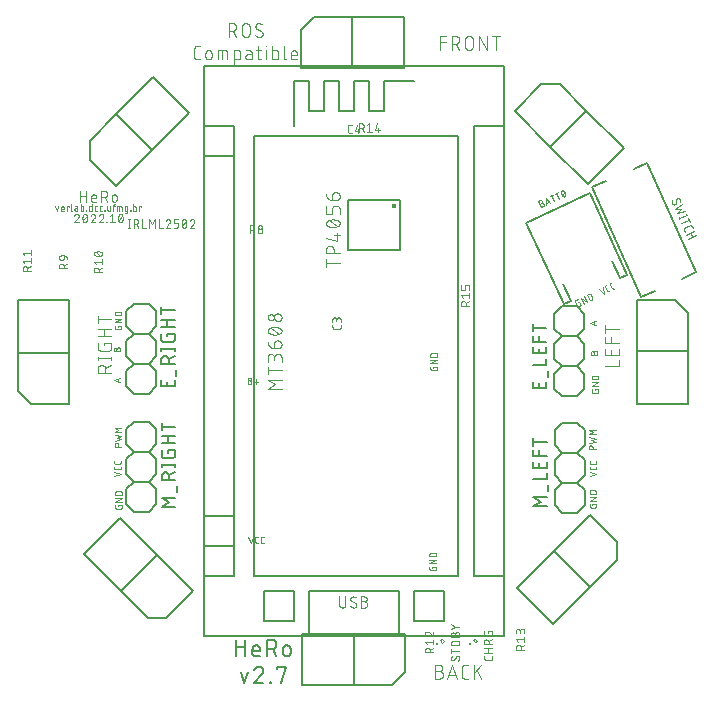
<source format=gbr>
G04 EAGLE Gerber RS-274X export*
G75*
%MOMM*%
%FSLAX34Y34*%
%LPD*%
%INSilkscreen Top*%
%IPPOS*%
%AMOC8*
5,1,8,0,0,1.08239X$1,22.5*%
G01*
%ADD10C,0.101600*%
%ADD11C,0.050800*%
%ADD12C,0.076200*%
%ADD13C,0.127000*%
%ADD14C,0.152400*%
%ADD15C,0.203200*%
%ADD16C,0.200000*%
%ADD17C,0.447213*%
%ADD18C,0.063400*%
%ADD19C,0.250000*%


D10*
X334408Y282249D02*
X346092Y282249D01*
X346092Y287441D01*
X346092Y292155D02*
X346092Y297347D01*
X346092Y292155D02*
X334408Y292155D01*
X334408Y297347D01*
X339601Y296049D02*
X339601Y292155D01*
X334408Y302061D02*
X346092Y302061D01*
X334408Y302061D02*
X334408Y307253D01*
X339601Y307253D02*
X339601Y302061D01*
X334408Y314046D02*
X346092Y314046D01*
X334408Y310801D02*
X334408Y317292D01*
D11*
X33206Y270358D02*
X31654Y270358D01*
X33206Y270358D02*
X33283Y270356D01*
X33361Y270350D01*
X33437Y270341D01*
X33514Y270327D01*
X33589Y270310D01*
X33663Y270289D01*
X33737Y270264D01*
X33809Y270236D01*
X33879Y270204D01*
X33948Y270169D01*
X34015Y270130D01*
X34080Y270088D01*
X34143Y270043D01*
X34204Y269995D01*
X34262Y269944D01*
X34317Y269890D01*
X34370Y269833D01*
X34419Y269774D01*
X34466Y269712D01*
X34510Y269648D01*
X34550Y269582D01*
X34587Y269514D01*
X34621Y269444D01*
X34651Y269373D01*
X34677Y269300D01*
X34700Y269226D01*
X34719Y269151D01*
X34734Y269076D01*
X34746Y268999D01*
X34754Y268922D01*
X34758Y268845D01*
X34758Y268767D01*
X34754Y268690D01*
X34746Y268613D01*
X34734Y268536D01*
X34719Y268461D01*
X34700Y268386D01*
X34677Y268312D01*
X34651Y268239D01*
X34621Y268168D01*
X34587Y268098D01*
X34550Y268030D01*
X34510Y267964D01*
X34466Y267900D01*
X34419Y267838D01*
X34370Y267779D01*
X34317Y267722D01*
X34262Y267668D01*
X34204Y267617D01*
X34143Y267569D01*
X34080Y267524D01*
X34015Y267482D01*
X33948Y267443D01*
X33879Y267408D01*
X33809Y267376D01*
X33737Y267348D01*
X33663Y267323D01*
X33589Y267302D01*
X33514Y267285D01*
X33437Y267271D01*
X33361Y267262D01*
X33283Y267256D01*
X33206Y267254D01*
X31654Y267254D01*
X31654Y272842D01*
X33206Y272842D01*
X33276Y272840D01*
X33345Y272834D01*
X33414Y272824D01*
X33482Y272811D01*
X33550Y272793D01*
X33616Y272772D01*
X33681Y272747D01*
X33745Y272719D01*
X33807Y272687D01*
X33867Y272652D01*
X33925Y272613D01*
X33980Y272571D01*
X34034Y272526D01*
X34084Y272478D01*
X34132Y272428D01*
X34177Y272374D01*
X34219Y272319D01*
X34258Y272261D01*
X34293Y272201D01*
X34325Y272139D01*
X34353Y272075D01*
X34378Y272010D01*
X34399Y271944D01*
X34417Y271876D01*
X34430Y271808D01*
X34440Y271739D01*
X34446Y271670D01*
X34448Y271600D01*
X34446Y271530D01*
X34440Y271461D01*
X34430Y271392D01*
X34417Y271324D01*
X34399Y271256D01*
X34378Y271190D01*
X34353Y271125D01*
X34325Y271061D01*
X34293Y270999D01*
X34258Y270939D01*
X34219Y270881D01*
X34177Y270826D01*
X34132Y270772D01*
X34084Y270722D01*
X34034Y270674D01*
X33980Y270629D01*
X33925Y270587D01*
X33867Y270548D01*
X33807Y270513D01*
X33745Y270481D01*
X33681Y270453D01*
X33616Y270428D01*
X33550Y270407D01*
X33482Y270389D01*
X33414Y270376D01*
X33345Y270366D01*
X33276Y270360D01*
X33206Y270358D01*
X36930Y269427D02*
X40655Y269427D01*
X38792Y267564D02*
X38792Y271290D01*
X188942Y281127D02*
X188942Y282058D01*
X192046Y282058D01*
X192046Y280196D01*
X192044Y280126D01*
X192038Y280057D01*
X192028Y279988D01*
X192015Y279920D01*
X191997Y279852D01*
X191976Y279786D01*
X191951Y279721D01*
X191923Y279657D01*
X191891Y279595D01*
X191856Y279535D01*
X191817Y279477D01*
X191775Y279422D01*
X191730Y279368D01*
X191682Y279318D01*
X191632Y279270D01*
X191578Y279225D01*
X191523Y279183D01*
X191465Y279144D01*
X191405Y279109D01*
X191343Y279077D01*
X191279Y279049D01*
X191214Y279024D01*
X191148Y279003D01*
X191080Y278985D01*
X191012Y278972D01*
X190943Y278962D01*
X190874Y278956D01*
X190804Y278954D01*
X187700Y278954D01*
X187630Y278956D01*
X187561Y278962D01*
X187492Y278972D01*
X187424Y278985D01*
X187356Y279003D01*
X187290Y279024D01*
X187225Y279049D01*
X187161Y279077D01*
X187099Y279109D01*
X187039Y279144D01*
X186981Y279183D01*
X186926Y279225D01*
X186872Y279270D01*
X186822Y279318D01*
X186774Y279368D01*
X186729Y279422D01*
X186687Y279477D01*
X186648Y279535D01*
X186613Y279595D01*
X186581Y279657D01*
X186553Y279721D01*
X186528Y279786D01*
X186507Y279852D01*
X186489Y279920D01*
X186476Y279988D01*
X186466Y280057D01*
X186460Y280126D01*
X186458Y280196D01*
X186458Y282058D01*
X186458Y284806D02*
X192046Y284806D01*
X192046Y287911D02*
X186458Y284806D01*
X186458Y287911D02*
X192046Y287911D01*
X192046Y290658D02*
X186458Y290658D01*
X186458Y292210D01*
X186460Y292286D01*
X186465Y292362D01*
X186475Y292438D01*
X186488Y292513D01*
X186505Y292587D01*
X186525Y292661D01*
X186549Y292733D01*
X186576Y292804D01*
X186607Y292874D01*
X186641Y292942D01*
X186679Y293008D01*
X186720Y293072D01*
X186763Y293135D01*
X186810Y293195D01*
X186860Y293252D01*
X186913Y293307D01*
X186968Y293360D01*
X187025Y293410D01*
X187085Y293457D01*
X187148Y293500D01*
X187212Y293541D01*
X187278Y293579D01*
X187346Y293613D01*
X187416Y293644D01*
X187487Y293671D01*
X187560Y293695D01*
X187633Y293715D01*
X187707Y293732D01*
X187782Y293745D01*
X187858Y293755D01*
X187934Y293760D01*
X188010Y293762D01*
X188010Y293763D02*
X190494Y293763D01*
X190494Y293762D02*
X190570Y293760D01*
X190646Y293755D01*
X190722Y293745D01*
X190797Y293732D01*
X190871Y293715D01*
X190945Y293695D01*
X191017Y293671D01*
X191088Y293644D01*
X191158Y293613D01*
X191226Y293579D01*
X191292Y293541D01*
X191356Y293500D01*
X191419Y293457D01*
X191479Y293410D01*
X191536Y293360D01*
X191591Y293307D01*
X191644Y293252D01*
X191694Y293195D01*
X191741Y293135D01*
X191784Y293072D01*
X191825Y293008D01*
X191863Y292942D01*
X191897Y292874D01*
X191928Y292804D01*
X191955Y292733D01*
X191979Y292661D01*
X191999Y292587D01*
X192016Y292513D01*
X192029Y292438D01*
X192039Y292362D01*
X192044Y292286D01*
X192046Y292210D01*
X192046Y290658D01*
X188142Y112858D02*
X188142Y111927D01*
X188142Y112858D02*
X191246Y112858D01*
X191246Y110996D01*
X191244Y110926D01*
X191238Y110857D01*
X191228Y110788D01*
X191215Y110720D01*
X191197Y110652D01*
X191176Y110586D01*
X191151Y110521D01*
X191123Y110457D01*
X191091Y110395D01*
X191056Y110335D01*
X191017Y110277D01*
X190975Y110222D01*
X190930Y110168D01*
X190882Y110118D01*
X190832Y110070D01*
X190778Y110025D01*
X190723Y109983D01*
X190665Y109944D01*
X190605Y109909D01*
X190543Y109877D01*
X190479Y109849D01*
X190414Y109824D01*
X190348Y109803D01*
X190280Y109785D01*
X190212Y109772D01*
X190143Y109762D01*
X190074Y109756D01*
X190004Y109754D01*
X186900Y109754D01*
X186830Y109756D01*
X186761Y109762D01*
X186692Y109772D01*
X186624Y109785D01*
X186556Y109803D01*
X186490Y109824D01*
X186425Y109849D01*
X186361Y109877D01*
X186299Y109909D01*
X186239Y109944D01*
X186181Y109983D01*
X186126Y110025D01*
X186072Y110070D01*
X186022Y110118D01*
X185974Y110168D01*
X185929Y110222D01*
X185887Y110277D01*
X185848Y110335D01*
X185813Y110395D01*
X185781Y110457D01*
X185753Y110521D01*
X185728Y110586D01*
X185707Y110652D01*
X185689Y110720D01*
X185676Y110788D01*
X185666Y110857D01*
X185660Y110926D01*
X185658Y110996D01*
X185658Y112858D01*
X185658Y115606D02*
X191246Y115606D01*
X191246Y118711D02*
X185658Y115606D01*
X185658Y118711D02*
X191246Y118711D01*
X191246Y121458D02*
X185658Y121458D01*
X185658Y123010D01*
X185660Y123086D01*
X185665Y123162D01*
X185675Y123238D01*
X185688Y123313D01*
X185705Y123387D01*
X185725Y123461D01*
X185749Y123533D01*
X185776Y123604D01*
X185807Y123674D01*
X185841Y123742D01*
X185879Y123808D01*
X185920Y123872D01*
X185963Y123935D01*
X186010Y123995D01*
X186060Y124052D01*
X186113Y124107D01*
X186168Y124160D01*
X186225Y124210D01*
X186285Y124257D01*
X186348Y124300D01*
X186412Y124341D01*
X186478Y124379D01*
X186546Y124413D01*
X186616Y124444D01*
X186687Y124471D01*
X186760Y124495D01*
X186833Y124515D01*
X186907Y124532D01*
X186982Y124545D01*
X187058Y124555D01*
X187134Y124560D01*
X187210Y124562D01*
X187210Y124563D02*
X189694Y124563D01*
X189694Y124562D02*
X189770Y124560D01*
X189846Y124555D01*
X189922Y124545D01*
X189997Y124532D01*
X190071Y124515D01*
X190145Y124495D01*
X190217Y124471D01*
X190288Y124444D01*
X190358Y124413D01*
X190426Y124379D01*
X190492Y124341D01*
X190556Y124300D01*
X190619Y124257D01*
X190679Y124210D01*
X190736Y124160D01*
X190791Y124107D01*
X190844Y124052D01*
X190894Y123995D01*
X190941Y123935D01*
X190984Y123872D01*
X191025Y123808D01*
X191063Y123742D01*
X191097Y123674D01*
X191128Y123604D01*
X191155Y123533D01*
X191179Y123461D01*
X191199Y123387D01*
X191216Y123313D01*
X191229Y123238D01*
X191239Y123162D01*
X191244Y123086D01*
X191246Y123010D01*
X191246Y121458D01*
X34273Y132658D02*
X32410Y138246D01*
X36135Y138246D02*
X34273Y132658D01*
X39432Y132658D02*
X40674Y132658D01*
X39432Y132658D02*
X39362Y132660D01*
X39293Y132666D01*
X39224Y132676D01*
X39156Y132689D01*
X39088Y132707D01*
X39022Y132728D01*
X38957Y132753D01*
X38893Y132781D01*
X38831Y132813D01*
X38771Y132848D01*
X38713Y132887D01*
X38658Y132929D01*
X38604Y132974D01*
X38554Y133022D01*
X38506Y133072D01*
X38461Y133126D01*
X38419Y133181D01*
X38380Y133239D01*
X38345Y133299D01*
X38313Y133361D01*
X38285Y133425D01*
X38260Y133490D01*
X38239Y133556D01*
X38221Y133624D01*
X38208Y133692D01*
X38198Y133761D01*
X38192Y133830D01*
X38190Y133900D01*
X38191Y133900D02*
X38191Y137004D01*
X38190Y137004D02*
X38192Y137074D01*
X38198Y137143D01*
X38208Y137212D01*
X38221Y137280D01*
X38239Y137348D01*
X38260Y137414D01*
X38285Y137479D01*
X38313Y137543D01*
X38345Y137605D01*
X38380Y137665D01*
X38419Y137723D01*
X38461Y137778D01*
X38506Y137832D01*
X38554Y137882D01*
X38604Y137930D01*
X38658Y137975D01*
X38713Y138017D01*
X38771Y138056D01*
X38831Y138091D01*
X38893Y138123D01*
X38957Y138151D01*
X39022Y138176D01*
X39088Y138197D01*
X39156Y138215D01*
X39224Y138228D01*
X39293Y138238D01*
X39362Y138244D01*
X39432Y138246D01*
X40674Y138246D01*
X44004Y132658D02*
X45246Y132658D01*
X44004Y132658D02*
X43934Y132660D01*
X43865Y132666D01*
X43796Y132676D01*
X43728Y132689D01*
X43660Y132707D01*
X43594Y132728D01*
X43529Y132753D01*
X43465Y132781D01*
X43403Y132813D01*
X43343Y132848D01*
X43285Y132887D01*
X43230Y132929D01*
X43176Y132974D01*
X43126Y133022D01*
X43078Y133072D01*
X43033Y133126D01*
X42991Y133181D01*
X42952Y133239D01*
X42917Y133299D01*
X42885Y133361D01*
X42857Y133425D01*
X42832Y133490D01*
X42811Y133556D01*
X42793Y133624D01*
X42780Y133692D01*
X42770Y133761D01*
X42764Y133830D01*
X42762Y133900D01*
X42762Y137004D01*
X42764Y137074D01*
X42770Y137143D01*
X42780Y137212D01*
X42793Y137280D01*
X42811Y137348D01*
X42832Y137414D01*
X42857Y137479D01*
X42885Y137543D01*
X42917Y137605D01*
X42952Y137665D01*
X42991Y137723D01*
X43033Y137778D01*
X43078Y137832D01*
X43126Y137882D01*
X43176Y137930D01*
X43230Y137975D01*
X43285Y138017D01*
X43343Y138056D01*
X43403Y138091D01*
X43465Y138123D01*
X43529Y138151D01*
X43594Y138176D01*
X43660Y138197D01*
X43728Y138215D01*
X43796Y138228D01*
X43865Y138238D01*
X43934Y138244D01*
X44004Y138246D01*
X45246Y138246D01*
D12*
X109281Y87479D02*
X109281Y80692D01*
X109283Y80591D01*
X109289Y80490D01*
X109299Y80389D01*
X109312Y80289D01*
X109330Y80189D01*
X109351Y80090D01*
X109377Y79992D01*
X109406Y79895D01*
X109438Y79799D01*
X109475Y79705D01*
X109515Y79612D01*
X109559Y79520D01*
X109606Y79431D01*
X109657Y79343D01*
X109711Y79257D01*
X109768Y79174D01*
X109828Y79092D01*
X109892Y79014D01*
X109958Y78937D01*
X110028Y78864D01*
X110100Y78793D01*
X110175Y78725D01*
X110253Y78660D01*
X110333Y78598D01*
X110415Y78539D01*
X110500Y78483D01*
X110587Y78431D01*
X110675Y78382D01*
X110766Y78336D01*
X110858Y78295D01*
X110952Y78256D01*
X111047Y78222D01*
X111143Y78191D01*
X111241Y78164D01*
X111339Y78140D01*
X111439Y78121D01*
X111539Y78105D01*
X111639Y78093D01*
X111740Y78085D01*
X111841Y78081D01*
X111943Y78081D01*
X112044Y78085D01*
X112145Y78093D01*
X112245Y78105D01*
X112345Y78121D01*
X112445Y78140D01*
X112543Y78164D01*
X112641Y78191D01*
X112737Y78222D01*
X112832Y78256D01*
X112926Y78295D01*
X113018Y78336D01*
X113109Y78382D01*
X113197Y78431D01*
X113284Y78483D01*
X113369Y78539D01*
X113451Y78598D01*
X113531Y78660D01*
X113609Y78725D01*
X113684Y78793D01*
X113756Y78864D01*
X113826Y78937D01*
X113892Y79014D01*
X113956Y79092D01*
X114016Y79174D01*
X114073Y79257D01*
X114127Y79343D01*
X114178Y79431D01*
X114225Y79520D01*
X114269Y79612D01*
X114309Y79705D01*
X114346Y79799D01*
X114378Y79895D01*
X114407Y79992D01*
X114433Y80090D01*
X114454Y80189D01*
X114472Y80289D01*
X114485Y80389D01*
X114495Y80490D01*
X114501Y80591D01*
X114503Y80692D01*
X114502Y80692D02*
X114502Y87479D01*
X123646Y80169D02*
X123644Y80080D01*
X123638Y79992D01*
X123629Y79904D01*
X123616Y79816D01*
X123599Y79729D01*
X123579Y79643D01*
X123554Y79558D01*
X123527Y79473D01*
X123495Y79390D01*
X123461Y79309D01*
X123422Y79229D01*
X123381Y79151D01*
X123336Y79074D01*
X123288Y79000D01*
X123237Y78927D01*
X123183Y78857D01*
X123125Y78790D01*
X123065Y78724D01*
X123003Y78662D01*
X122937Y78602D01*
X122870Y78544D01*
X122800Y78490D01*
X122727Y78439D01*
X122653Y78391D01*
X122576Y78346D01*
X122498Y78305D01*
X122418Y78266D01*
X122337Y78232D01*
X122254Y78200D01*
X122169Y78173D01*
X122084Y78148D01*
X121998Y78128D01*
X121911Y78111D01*
X121823Y78098D01*
X121735Y78089D01*
X121647Y78083D01*
X121558Y78081D01*
X121429Y78083D01*
X121300Y78089D01*
X121171Y78098D01*
X121043Y78111D01*
X120915Y78128D01*
X120788Y78149D01*
X120661Y78173D01*
X120535Y78201D01*
X120410Y78233D01*
X120286Y78268D01*
X120163Y78307D01*
X120041Y78350D01*
X119921Y78396D01*
X119802Y78446D01*
X119684Y78499D01*
X119568Y78555D01*
X119454Y78615D01*
X119341Y78678D01*
X119231Y78745D01*
X119122Y78814D01*
X119016Y78887D01*
X118911Y78963D01*
X118809Y79042D01*
X118710Y79124D01*
X118612Y79208D01*
X118517Y79296D01*
X118425Y79386D01*
X118686Y85391D02*
X118688Y85480D01*
X118694Y85568D01*
X118703Y85656D01*
X118716Y85744D01*
X118733Y85831D01*
X118753Y85917D01*
X118778Y86002D01*
X118805Y86087D01*
X118837Y86170D01*
X118871Y86251D01*
X118910Y86331D01*
X118951Y86409D01*
X118996Y86486D01*
X119044Y86560D01*
X119095Y86633D01*
X119149Y86703D01*
X119207Y86770D01*
X119267Y86836D01*
X119329Y86898D01*
X119395Y86958D01*
X119462Y87016D01*
X119532Y87070D01*
X119605Y87121D01*
X119679Y87169D01*
X119756Y87214D01*
X119834Y87255D01*
X119914Y87294D01*
X119995Y87328D01*
X120078Y87360D01*
X120163Y87387D01*
X120248Y87412D01*
X120334Y87432D01*
X120421Y87449D01*
X120509Y87462D01*
X120597Y87471D01*
X120685Y87477D01*
X120774Y87479D01*
X120894Y87477D01*
X121014Y87472D01*
X121134Y87462D01*
X121253Y87450D01*
X121372Y87433D01*
X121490Y87413D01*
X121608Y87389D01*
X121724Y87362D01*
X121840Y87331D01*
X121955Y87297D01*
X122069Y87259D01*
X122182Y87217D01*
X122293Y87172D01*
X122403Y87124D01*
X122511Y87073D01*
X122618Y87018D01*
X122723Y86960D01*
X122826Y86898D01*
X122927Y86834D01*
X123027Y86766D01*
X123124Y86696D01*
X119730Y83564D02*
X119652Y83612D01*
X119576Y83664D01*
X119503Y83718D01*
X119432Y83776D01*
X119363Y83837D01*
X119297Y83901D01*
X119234Y83968D01*
X119174Y84037D01*
X119117Y84109D01*
X119063Y84183D01*
X119013Y84260D01*
X118965Y84339D01*
X118922Y84419D01*
X118881Y84502D01*
X118845Y84586D01*
X118812Y84671D01*
X118783Y84758D01*
X118757Y84847D01*
X118735Y84936D01*
X118718Y85026D01*
X118704Y85116D01*
X118694Y85208D01*
X118688Y85299D01*
X118686Y85391D01*
X122602Y81996D02*
X122680Y81948D01*
X122756Y81896D01*
X122829Y81842D01*
X122900Y81784D01*
X122969Y81723D01*
X123035Y81659D01*
X123098Y81592D01*
X123158Y81523D01*
X123215Y81451D01*
X123269Y81377D01*
X123319Y81300D01*
X123367Y81221D01*
X123410Y81141D01*
X123451Y81058D01*
X123487Y80974D01*
X123520Y80889D01*
X123549Y80802D01*
X123575Y80713D01*
X123597Y80624D01*
X123614Y80534D01*
X123628Y80444D01*
X123638Y80352D01*
X123644Y80261D01*
X123646Y80169D01*
X122602Y81997D02*
X119730Y83563D01*
X127700Y83302D02*
X130311Y83302D01*
X130311Y83303D02*
X130412Y83301D01*
X130513Y83295D01*
X130614Y83285D01*
X130714Y83272D01*
X130814Y83254D01*
X130913Y83233D01*
X131011Y83207D01*
X131108Y83178D01*
X131204Y83146D01*
X131298Y83109D01*
X131391Y83069D01*
X131483Y83025D01*
X131572Y82978D01*
X131660Y82927D01*
X131746Y82873D01*
X131829Y82816D01*
X131911Y82756D01*
X131989Y82692D01*
X132066Y82626D01*
X132139Y82556D01*
X132210Y82484D01*
X132278Y82409D01*
X132343Y82331D01*
X132405Y82251D01*
X132464Y82169D01*
X132520Y82084D01*
X132572Y81997D01*
X132621Y81909D01*
X132667Y81818D01*
X132708Y81726D01*
X132747Y81632D01*
X132781Y81537D01*
X132812Y81441D01*
X132839Y81343D01*
X132863Y81245D01*
X132882Y81145D01*
X132898Y81045D01*
X132910Y80945D01*
X132918Y80844D01*
X132922Y80743D01*
X132922Y80641D01*
X132918Y80540D01*
X132910Y80439D01*
X132898Y80339D01*
X132882Y80239D01*
X132863Y80139D01*
X132839Y80041D01*
X132812Y79943D01*
X132781Y79847D01*
X132747Y79752D01*
X132708Y79658D01*
X132667Y79566D01*
X132621Y79475D01*
X132572Y79386D01*
X132520Y79300D01*
X132464Y79215D01*
X132405Y79133D01*
X132343Y79053D01*
X132278Y78975D01*
X132210Y78900D01*
X132139Y78828D01*
X132066Y78758D01*
X131989Y78692D01*
X131911Y78628D01*
X131829Y78568D01*
X131746Y78511D01*
X131660Y78457D01*
X131572Y78406D01*
X131483Y78359D01*
X131391Y78315D01*
X131298Y78275D01*
X131204Y78238D01*
X131108Y78206D01*
X131011Y78177D01*
X130913Y78151D01*
X130814Y78130D01*
X130714Y78112D01*
X130614Y78099D01*
X130513Y78089D01*
X130412Y78083D01*
X130311Y78081D01*
X127700Y78081D01*
X127700Y87479D01*
X130311Y87479D01*
X130401Y87477D01*
X130490Y87471D01*
X130580Y87462D01*
X130669Y87448D01*
X130757Y87431D01*
X130844Y87410D01*
X130931Y87385D01*
X131016Y87356D01*
X131100Y87324D01*
X131182Y87289D01*
X131263Y87249D01*
X131342Y87207D01*
X131419Y87161D01*
X131494Y87111D01*
X131567Y87059D01*
X131638Y87003D01*
X131706Y86945D01*
X131771Y86883D01*
X131834Y86819D01*
X131894Y86752D01*
X131951Y86683D01*
X132005Y86611D01*
X132056Y86537D01*
X132104Y86461D01*
X132148Y86383D01*
X132189Y86303D01*
X132227Y86221D01*
X132261Y86138D01*
X132291Y86053D01*
X132318Y85967D01*
X132341Y85881D01*
X132360Y85793D01*
X132375Y85704D01*
X132387Y85615D01*
X132395Y85526D01*
X132399Y85436D01*
X132399Y85346D01*
X132395Y85256D01*
X132387Y85167D01*
X132375Y85078D01*
X132360Y84989D01*
X132341Y84901D01*
X132318Y84815D01*
X132291Y84729D01*
X132261Y84644D01*
X132227Y84561D01*
X132189Y84479D01*
X132148Y84399D01*
X132104Y84321D01*
X132056Y84245D01*
X132005Y84171D01*
X131951Y84099D01*
X131894Y84030D01*
X131834Y83963D01*
X131771Y83899D01*
X131706Y83837D01*
X131638Y83779D01*
X131567Y83723D01*
X131494Y83671D01*
X131419Y83621D01*
X131342Y83575D01*
X131263Y83533D01*
X131182Y83493D01*
X131100Y83458D01*
X131016Y83426D01*
X130931Y83397D01*
X130844Y83372D01*
X130757Y83351D01*
X130669Y83334D01*
X130580Y83320D01*
X130490Y83311D01*
X130401Y83305D01*
X130311Y83303D01*
D13*
X21787Y50915D02*
X21787Y36945D01*
X21787Y44706D02*
X29548Y44706D01*
X29548Y50915D02*
X29548Y36945D01*
X38124Y36945D02*
X42005Y36945D01*
X38124Y36945D02*
X38030Y36947D01*
X37937Y36953D01*
X37843Y36962D01*
X37751Y36975D01*
X37658Y36992D01*
X37567Y37013D01*
X37476Y37037D01*
X37387Y37065D01*
X37298Y37096D01*
X37212Y37131D01*
X37126Y37170D01*
X37042Y37212D01*
X36960Y37257D01*
X36880Y37305D01*
X36802Y37357D01*
X36725Y37412D01*
X36652Y37470D01*
X36580Y37530D01*
X36511Y37594D01*
X36445Y37660D01*
X36381Y37729D01*
X36321Y37801D01*
X36263Y37874D01*
X36208Y37951D01*
X36156Y38029D01*
X36108Y38109D01*
X36063Y38191D01*
X36021Y38275D01*
X35982Y38361D01*
X35947Y38447D01*
X35916Y38536D01*
X35888Y38625D01*
X35864Y38716D01*
X35843Y38807D01*
X35826Y38900D01*
X35813Y38992D01*
X35804Y39086D01*
X35798Y39179D01*
X35796Y39273D01*
X35796Y43154D01*
X35798Y43265D01*
X35804Y43375D01*
X35814Y43486D01*
X35828Y43596D01*
X35845Y43705D01*
X35867Y43814D01*
X35892Y43922D01*
X35922Y44028D01*
X35955Y44134D01*
X35992Y44239D01*
X36032Y44342D01*
X36077Y44443D01*
X36124Y44543D01*
X36176Y44642D01*
X36231Y44738D01*
X36289Y44832D01*
X36350Y44924D01*
X36415Y45014D01*
X36483Y45102D01*
X36554Y45187D01*
X36628Y45269D01*
X36705Y45349D01*
X36785Y45426D01*
X36867Y45500D01*
X36952Y45571D01*
X37040Y45639D01*
X37130Y45704D01*
X37222Y45765D01*
X37316Y45823D01*
X37412Y45878D01*
X37511Y45930D01*
X37611Y45977D01*
X37712Y46022D01*
X37815Y46062D01*
X37920Y46099D01*
X38026Y46132D01*
X38132Y46162D01*
X38240Y46187D01*
X38349Y46209D01*
X38458Y46226D01*
X38568Y46240D01*
X38679Y46250D01*
X38789Y46256D01*
X38900Y46258D01*
X39011Y46256D01*
X39121Y46250D01*
X39232Y46240D01*
X39342Y46226D01*
X39451Y46209D01*
X39560Y46187D01*
X39668Y46162D01*
X39774Y46132D01*
X39880Y46099D01*
X39985Y46062D01*
X40088Y46022D01*
X40189Y45977D01*
X40289Y45930D01*
X40388Y45878D01*
X40484Y45823D01*
X40578Y45765D01*
X40670Y45704D01*
X40760Y45639D01*
X40848Y45571D01*
X40933Y45500D01*
X41015Y45426D01*
X41095Y45349D01*
X41172Y45269D01*
X41246Y45187D01*
X41317Y45102D01*
X41385Y45014D01*
X41450Y44924D01*
X41511Y44832D01*
X41569Y44738D01*
X41624Y44642D01*
X41676Y44543D01*
X41723Y44443D01*
X41768Y44342D01*
X41808Y44239D01*
X41845Y44134D01*
X41878Y44028D01*
X41908Y43922D01*
X41933Y43814D01*
X41955Y43705D01*
X41972Y43596D01*
X41986Y43486D01*
X41996Y43375D01*
X42002Y43265D01*
X42004Y43154D01*
X42005Y43154D02*
X42005Y41602D01*
X35796Y41602D01*
X48341Y36945D02*
X48341Y50915D01*
X52221Y50915D01*
X52344Y50913D01*
X52467Y50907D01*
X52590Y50897D01*
X52712Y50884D01*
X52834Y50866D01*
X52955Y50845D01*
X53076Y50820D01*
X53196Y50791D01*
X53314Y50758D01*
X53432Y50721D01*
X53548Y50681D01*
X53663Y50637D01*
X53777Y50589D01*
X53889Y50538D01*
X53999Y50484D01*
X54108Y50425D01*
X54215Y50364D01*
X54319Y50299D01*
X54422Y50231D01*
X54522Y50159D01*
X54620Y50085D01*
X54716Y50007D01*
X54809Y49926D01*
X54899Y49843D01*
X54987Y49756D01*
X55072Y49667D01*
X55154Y49576D01*
X55233Y49481D01*
X55309Y49384D01*
X55382Y49285D01*
X55452Y49184D01*
X55519Y49080D01*
X55582Y48974D01*
X55642Y48867D01*
X55698Y48757D01*
X55751Y48646D01*
X55801Y48533D01*
X55846Y48419D01*
X55889Y48303D01*
X55927Y48186D01*
X55962Y48068D01*
X55993Y47949D01*
X56020Y47829D01*
X56043Y47708D01*
X56062Y47586D01*
X56078Y47464D01*
X56090Y47342D01*
X56098Y47219D01*
X56102Y47096D01*
X56102Y46972D01*
X56098Y46849D01*
X56090Y46726D01*
X56078Y46604D01*
X56062Y46482D01*
X56043Y46360D01*
X56020Y46239D01*
X55993Y46119D01*
X55962Y46000D01*
X55927Y45882D01*
X55889Y45765D01*
X55846Y45649D01*
X55801Y45535D01*
X55751Y45422D01*
X55698Y45311D01*
X55642Y45201D01*
X55582Y45093D01*
X55519Y44988D01*
X55452Y44884D01*
X55382Y44783D01*
X55309Y44684D01*
X55233Y44587D01*
X55154Y44492D01*
X55072Y44401D01*
X54987Y44312D01*
X54899Y44225D01*
X54809Y44142D01*
X54716Y44061D01*
X54620Y43983D01*
X54522Y43909D01*
X54422Y43837D01*
X54319Y43769D01*
X54215Y43704D01*
X54108Y43643D01*
X53999Y43584D01*
X53889Y43530D01*
X53777Y43479D01*
X53663Y43431D01*
X53548Y43387D01*
X53432Y43347D01*
X53314Y43310D01*
X53196Y43277D01*
X53076Y43248D01*
X52955Y43223D01*
X52834Y43202D01*
X52712Y43184D01*
X52590Y43171D01*
X52467Y43161D01*
X52344Y43155D01*
X52221Y43153D01*
X52221Y43154D02*
X48341Y43154D01*
X52998Y43154D02*
X56102Y36945D01*
X61804Y40049D02*
X61804Y43154D01*
X61806Y43265D01*
X61812Y43375D01*
X61822Y43486D01*
X61836Y43596D01*
X61853Y43705D01*
X61875Y43814D01*
X61900Y43922D01*
X61930Y44028D01*
X61963Y44134D01*
X62000Y44239D01*
X62040Y44342D01*
X62085Y44443D01*
X62132Y44543D01*
X62184Y44642D01*
X62239Y44738D01*
X62297Y44832D01*
X62358Y44924D01*
X62423Y45014D01*
X62491Y45102D01*
X62562Y45187D01*
X62636Y45269D01*
X62713Y45349D01*
X62793Y45426D01*
X62875Y45500D01*
X62960Y45571D01*
X63048Y45639D01*
X63138Y45704D01*
X63230Y45765D01*
X63324Y45823D01*
X63420Y45878D01*
X63519Y45930D01*
X63619Y45977D01*
X63720Y46022D01*
X63823Y46062D01*
X63928Y46099D01*
X64034Y46132D01*
X64140Y46162D01*
X64248Y46187D01*
X64357Y46209D01*
X64466Y46226D01*
X64576Y46240D01*
X64687Y46250D01*
X64797Y46256D01*
X64908Y46258D01*
X65019Y46256D01*
X65129Y46250D01*
X65240Y46240D01*
X65350Y46226D01*
X65459Y46209D01*
X65568Y46187D01*
X65676Y46162D01*
X65782Y46132D01*
X65888Y46099D01*
X65993Y46062D01*
X66096Y46022D01*
X66197Y45977D01*
X66297Y45930D01*
X66396Y45878D01*
X66492Y45823D01*
X66586Y45765D01*
X66678Y45704D01*
X66768Y45639D01*
X66856Y45571D01*
X66941Y45500D01*
X67023Y45426D01*
X67103Y45349D01*
X67180Y45269D01*
X67254Y45187D01*
X67325Y45102D01*
X67393Y45014D01*
X67458Y44924D01*
X67519Y44832D01*
X67577Y44738D01*
X67632Y44642D01*
X67684Y44543D01*
X67731Y44443D01*
X67776Y44342D01*
X67816Y44239D01*
X67853Y44134D01*
X67886Y44028D01*
X67916Y43922D01*
X67941Y43814D01*
X67963Y43705D01*
X67980Y43596D01*
X67994Y43486D01*
X68004Y43375D01*
X68010Y43265D01*
X68012Y43154D01*
X68013Y43154D02*
X68013Y40049D01*
X68012Y40049D02*
X68010Y39938D01*
X68004Y39828D01*
X67994Y39717D01*
X67980Y39607D01*
X67963Y39498D01*
X67941Y39389D01*
X67916Y39281D01*
X67886Y39175D01*
X67853Y39069D01*
X67816Y38964D01*
X67776Y38861D01*
X67731Y38760D01*
X67684Y38660D01*
X67632Y38561D01*
X67577Y38465D01*
X67519Y38371D01*
X67458Y38279D01*
X67393Y38189D01*
X67325Y38101D01*
X67254Y38016D01*
X67180Y37934D01*
X67103Y37854D01*
X67023Y37777D01*
X66941Y37703D01*
X66856Y37632D01*
X66768Y37564D01*
X66678Y37499D01*
X66586Y37438D01*
X66492Y37380D01*
X66396Y37325D01*
X66297Y37273D01*
X66197Y37226D01*
X66096Y37181D01*
X65993Y37141D01*
X65888Y37104D01*
X65782Y37071D01*
X65676Y37041D01*
X65568Y37016D01*
X65459Y36994D01*
X65350Y36977D01*
X65240Y36963D01*
X65129Y36953D01*
X65019Y36947D01*
X64908Y36945D01*
X64797Y36947D01*
X64687Y36953D01*
X64576Y36963D01*
X64466Y36977D01*
X64357Y36994D01*
X64248Y37016D01*
X64140Y37041D01*
X64034Y37071D01*
X63928Y37104D01*
X63823Y37141D01*
X63720Y37181D01*
X63619Y37226D01*
X63519Y37273D01*
X63420Y37325D01*
X63324Y37380D01*
X63230Y37438D01*
X63138Y37499D01*
X63048Y37564D01*
X62960Y37632D01*
X62875Y37703D01*
X62793Y37777D01*
X62713Y37854D01*
X62636Y37934D01*
X62562Y38016D01*
X62491Y38101D01*
X62423Y38189D01*
X62358Y38279D01*
X62297Y38371D01*
X62239Y38465D01*
X62184Y38561D01*
X62132Y38660D01*
X62085Y38760D01*
X62040Y38861D01*
X62000Y38964D01*
X61963Y39069D01*
X61930Y39175D01*
X61900Y39281D01*
X61875Y39389D01*
X61853Y39498D01*
X61836Y39607D01*
X61822Y39717D01*
X61812Y39828D01*
X61806Y39938D01*
X61804Y40049D01*
X25666Y23398D02*
X28770Y14085D01*
X31875Y23398D01*
X41478Y28056D02*
X41595Y28054D01*
X41711Y28048D01*
X41828Y28038D01*
X41944Y28025D01*
X42059Y28007D01*
X42174Y27986D01*
X42288Y27961D01*
X42401Y27932D01*
X42513Y27899D01*
X42624Y27863D01*
X42733Y27823D01*
X42842Y27779D01*
X42948Y27731D01*
X43053Y27681D01*
X43157Y27626D01*
X43258Y27568D01*
X43358Y27507D01*
X43455Y27443D01*
X43550Y27375D01*
X43643Y27304D01*
X43733Y27230D01*
X43821Y27154D01*
X43906Y27074D01*
X43989Y26991D01*
X44069Y26906D01*
X44145Y26818D01*
X44219Y26728D01*
X44290Y26635D01*
X44358Y26540D01*
X44422Y26443D01*
X44483Y26343D01*
X44541Y26242D01*
X44596Y26138D01*
X44646Y26033D01*
X44694Y25927D01*
X44738Y25818D01*
X44778Y25709D01*
X44814Y25598D01*
X44847Y25486D01*
X44876Y25373D01*
X44901Y25259D01*
X44922Y25144D01*
X44940Y25029D01*
X44953Y24913D01*
X44963Y24796D01*
X44969Y24680D01*
X44971Y24563D01*
X41478Y28055D02*
X41347Y28053D01*
X41216Y28047D01*
X41085Y28038D01*
X40954Y28024D01*
X40824Y28007D01*
X40695Y27986D01*
X40566Y27961D01*
X40438Y27933D01*
X40311Y27900D01*
X40184Y27864D01*
X40059Y27825D01*
X39935Y27781D01*
X39813Y27735D01*
X39692Y27684D01*
X39572Y27630D01*
X39454Y27573D01*
X39338Y27512D01*
X39223Y27447D01*
X39111Y27380D01*
X39001Y27309D01*
X38892Y27235D01*
X38786Y27158D01*
X38682Y27078D01*
X38581Y26994D01*
X38482Y26908D01*
X38385Y26819D01*
X38292Y26727D01*
X38201Y26633D01*
X38113Y26536D01*
X38027Y26436D01*
X37945Y26334D01*
X37865Y26229D01*
X37789Y26122D01*
X37716Y26014D01*
X37646Y25902D01*
X37579Y25789D01*
X37516Y25674D01*
X37456Y25558D01*
X37400Y25439D01*
X37347Y25319D01*
X37297Y25198D01*
X37252Y25075D01*
X37209Y24950D01*
X43806Y21847D02*
X43893Y21932D01*
X43976Y22020D01*
X44057Y22111D01*
X44135Y22204D01*
X44210Y22299D01*
X44282Y22398D01*
X44350Y22498D01*
X44416Y22600D01*
X44477Y22705D01*
X44536Y22811D01*
X44591Y22920D01*
X44642Y23030D01*
X44690Y23141D01*
X44734Y23255D01*
X44775Y23369D01*
X44812Y23485D01*
X44845Y23602D01*
X44874Y23720D01*
X44899Y23839D01*
X44921Y23958D01*
X44939Y24078D01*
X44952Y24199D01*
X44962Y24320D01*
X44968Y24442D01*
X44970Y24563D01*
X43806Y21846D02*
X37209Y14085D01*
X44970Y14085D01*
X50284Y14085D02*
X50284Y14861D01*
X51060Y14861D01*
X51060Y14085D01*
X50284Y14085D01*
X56373Y26503D02*
X56373Y28055D01*
X64134Y28055D01*
X60254Y14085D01*
D10*
X190616Y24499D02*
X193861Y24499D01*
X193861Y24500D02*
X193974Y24498D01*
X194087Y24492D01*
X194200Y24482D01*
X194313Y24468D01*
X194425Y24451D01*
X194536Y24429D01*
X194646Y24404D01*
X194756Y24374D01*
X194864Y24341D01*
X194971Y24304D01*
X195077Y24264D01*
X195181Y24219D01*
X195284Y24171D01*
X195385Y24120D01*
X195484Y24065D01*
X195581Y24007D01*
X195676Y23945D01*
X195769Y23880D01*
X195859Y23812D01*
X195947Y23741D01*
X196033Y23666D01*
X196116Y23589D01*
X196196Y23509D01*
X196273Y23426D01*
X196348Y23340D01*
X196419Y23252D01*
X196487Y23162D01*
X196552Y23069D01*
X196614Y22974D01*
X196672Y22877D01*
X196727Y22778D01*
X196778Y22677D01*
X196826Y22574D01*
X196871Y22470D01*
X196911Y22364D01*
X196948Y22257D01*
X196981Y22149D01*
X197011Y22039D01*
X197036Y21929D01*
X197058Y21818D01*
X197075Y21706D01*
X197089Y21593D01*
X197099Y21480D01*
X197105Y21367D01*
X197107Y21254D01*
X197105Y21141D01*
X197099Y21028D01*
X197089Y20915D01*
X197075Y20802D01*
X197058Y20690D01*
X197036Y20579D01*
X197011Y20469D01*
X196981Y20359D01*
X196948Y20251D01*
X196911Y20144D01*
X196871Y20038D01*
X196826Y19934D01*
X196778Y19831D01*
X196727Y19730D01*
X196672Y19631D01*
X196614Y19534D01*
X196552Y19439D01*
X196487Y19346D01*
X196419Y19256D01*
X196348Y19168D01*
X196273Y19082D01*
X196196Y18999D01*
X196116Y18919D01*
X196033Y18842D01*
X195947Y18767D01*
X195859Y18696D01*
X195769Y18628D01*
X195676Y18563D01*
X195581Y18501D01*
X195484Y18443D01*
X195385Y18388D01*
X195284Y18337D01*
X195181Y18289D01*
X195077Y18244D01*
X194971Y18204D01*
X194864Y18167D01*
X194756Y18134D01*
X194646Y18104D01*
X194536Y18079D01*
X194425Y18057D01*
X194313Y18040D01*
X194200Y18026D01*
X194087Y18016D01*
X193974Y18010D01*
X193861Y18008D01*
X190616Y18008D01*
X190616Y29692D01*
X193861Y29692D01*
X193962Y29690D01*
X194062Y29684D01*
X194162Y29674D01*
X194262Y29661D01*
X194361Y29643D01*
X194460Y29622D01*
X194557Y29597D01*
X194654Y29568D01*
X194749Y29535D01*
X194843Y29499D01*
X194935Y29459D01*
X195026Y29416D01*
X195115Y29369D01*
X195202Y29319D01*
X195288Y29265D01*
X195371Y29208D01*
X195451Y29148D01*
X195530Y29085D01*
X195606Y29018D01*
X195679Y28949D01*
X195749Y28877D01*
X195817Y28803D01*
X195882Y28726D01*
X195943Y28646D01*
X196002Y28564D01*
X196057Y28480D01*
X196109Y28394D01*
X196158Y28306D01*
X196203Y28216D01*
X196245Y28124D01*
X196283Y28031D01*
X196317Y27936D01*
X196348Y27841D01*
X196375Y27744D01*
X196398Y27646D01*
X196418Y27547D01*
X196433Y27447D01*
X196445Y27347D01*
X196453Y27247D01*
X196457Y27146D01*
X196457Y27046D01*
X196453Y26945D01*
X196445Y26845D01*
X196433Y26745D01*
X196418Y26645D01*
X196398Y26546D01*
X196375Y26448D01*
X196348Y26351D01*
X196317Y26256D01*
X196283Y26161D01*
X196245Y26068D01*
X196203Y25976D01*
X196158Y25886D01*
X196109Y25798D01*
X196057Y25712D01*
X196002Y25628D01*
X195943Y25546D01*
X195882Y25466D01*
X195817Y25389D01*
X195749Y25315D01*
X195679Y25243D01*
X195606Y25174D01*
X195530Y25107D01*
X195451Y25044D01*
X195371Y24984D01*
X195288Y24927D01*
X195202Y24873D01*
X195115Y24823D01*
X195026Y24776D01*
X194935Y24733D01*
X194843Y24693D01*
X194749Y24657D01*
X194654Y24624D01*
X194557Y24595D01*
X194460Y24570D01*
X194361Y24549D01*
X194262Y24531D01*
X194162Y24518D01*
X194062Y24508D01*
X193962Y24502D01*
X193861Y24500D01*
X200846Y18008D02*
X204741Y29692D01*
X208636Y18008D01*
X207662Y20929D02*
X201820Y20929D01*
X215489Y18008D02*
X218085Y18008D01*
X215489Y18008D02*
X215390Y18010D01*
X215290Y18016D01*
X215191Y18025D01*
X215093Y18038D01*
X214995Y18055D01*
X214897Y18076D01*
X214801Y18101D01*
X214706Y18129D01*
X214612Y18161D01*
X214519Y18196D01*
X214427Y18235D01*
X214337Y18278D01*
X214249Y18323D01*
X214162Y18373D01*
X214078Y18425D01*
X213995Y18481D01*
X213915Y18539D01*
X213837Y18601D01*
X213762Y18666D01*
X213689Y18734D01*
X213619Y18804D01*
X213551Y18877D01*
X213486Y18952D01*
X213424Y19030D01*
X213366Y19110D01*
X213310Y19193D01*
X213258Y19277D01*
X213208Y19364D01*
X213163Y19452D01*
X213120Y19542D01*
X213081Y19634D01*
X213046Y19727D01*
X213014Y19821D01*
X212986Y19916D01*
X212961Y20012D01*
X212940Y20110D01*
X212923Y20208D01*
X212910Y20306D01*
X212901Y20405D01*
X212895Y20505D01*
X212893Y20604D01*
X212892Y20604D02*
X212892Y27096D01*
X212893Y27096D02*
X212895Y27195D01*
X212901Y27295D01*
X212910Y27394D01*
X212923Y27492D01*
X212940Y27590D01*
X212961Y27688D01*
X212986Y27784D01*
X213014Y27879D01*
X213046Y27973D01*
X213081Y28066D01*
X213120Y28158D01*
X213163Y28248D01*
X213208Y28336D01*
X213258Y28423D01*
X213310Y28507D01*
X213366Y28590D01*
X213424Y28670D01*
X213486Y28748D01*
X213551Y28823D01*
X213619Y28896D01*
X213689Y28966D01*
X213762Y29034D01*
X213837Y29099D01*
X213915Y29161D01*
X213995Y29219D01*
X214078Y29275D01*
X214162Y29327D01*
X214249Y29377D01*
X214337Y29422D01*
X214427Y29465D01*
X214519Y29504D01*
X214611Y29539D01*
X214706Y29571D01*
X214801Y29599D01*
X214897Y29624D01*
X214995Y29645D01*
X215093Y29662D01*
X215191Y29675D01*
X215290Y29684D01*
X215390Y29690D01*
X215489Y29692D01*
X218085Y29692D01*
X223001Y29692D02*
X223001Y18008D01*
X223001Y22552D02*
X229492Y29692D01*
X225597Y25148D02*
X229492Y18008D01*
X194528Y550308D02*
X194528Y561992D01*
X199720Y561992D01*
X199720Y556799D02*
X194528Y556799D01*
X204485Y561992D02*
X204485Y550308D01*
X204485Y561992D02*
X207730Y561992D01*
X207843Y561990D01*
X207956Y561984D01*
X208069Y561974D01*
X208182Y561960D01*
X208294Y561943D01*
X208405Y561921D01*
X208515Y561896D01*
X208625Y561866D01*
X208733Y561833D01*
X208840Y561796D01*
X208946Y561756D01*
X209050Y561711D01*
X209153Y561663D01*
X209254Y561612D01*
X209353Y561557D01*
X209450Y561499D01*
X209545Y561437D01*
X209638Y561372D01*
X209728Y561304D01*
X209816Y561233D01*
X209902Y561158D01*
X209985Y561081D01*
X210065Y561001D01*
X210142Y560918D01*
X210217Y560832D01*
X210288Y560744D01*
X210356Y560654D01*
X210421Y560561D01*
X210483Y560466D01*
X210541Y560369D01*
X210596Y560270D01*
X210647Y560169D01*
X210695Y560066D01*
X210740Y559962D01*
X210780Y559856D01*
X210817Y559749D01*
X210850Y559641D01*
X210880Y559531D01*
X210905Y559421D01*
X210927Y559310D01*
X210944Y559198D01*
X210958Y559085D01*
X210968Y558972D01*
X210974Y558859D01*
X210976Y558746D01*
X210974Y558633D01*
X210968Y558520D01*
X210958Y558407D01*
X210944Y558294D01*
X210927Y558182D01*
X210905Y558071D01*
X210880Y557961D01*
X210850Y557851D01*
X210817Y557743D01*
X210780Y557636D01*
X210740Y557530D01*
X210695Y557426D01*
X210647Y557323D01*
X210596Y557222D01*
X210541Y557123D01*
X210483Y557026D01*
X210421Y556931D01*
X210356Y556838D01*
X210288Y556748D01*
X210217Y556660D01*
X210142Y556574D01*
X210065Y556491D01*
X209985Y556411D01*
X209902Y556334D01*
X209816Y556259D01*
X209728Y556188D01*
X209638Y556120D01*
X209545Y556055D01*
X209450Y555993D01*
X209353Y555935D01*
X209254Y555880D01*
X209153Y555829D01*
X209050Y555781D01*
X208946Y555736D01*
X208840Y555696D01*
X208733Y555659D01*
X208625Y555626D01*
X208515Y555596D01*
X208405Y555571D01*
X208294Y555549D01*
X208182Y555532D01*
X208069Y555518D01*
X207956Y555508D01*
X207843Y555502D01*
X207730Y555500D01*
X207730Y555501D02*
X204485Y555501D01*
X208379Y555501D02*
X210976Y550308D01*
X215841Y553554D02*
X215841Y558746D01*
X215843Y558859D01*
X215849Y558972D01*
X215859Y559085D01*
X215873Y559198D01*
X215890Y559310D01*
X215912Y559421D01*
X215937Y559531D01*
X215967Y559641D01*
X216000Y559749D01*
X216037Y559856D01*
X216077Y559962D01*
X216122Y560066D01*
X216170Y560169D01*
X216221Y560270D01*
X216276Y560369D01*
X216334Y560466D01*
X216396Y560561D01*
X216461Y560654D01*
X216529Y560744D01*
X216600Y560832D01*
X216675Y560918D01*
X216752Y561001D01*
X216832Y561081D01*
X216915Y561158D01*
X217001Y561233D01*
X217089Y561304D01*
X217179Y561372D01*
X217272Y561437D01*
X217367Y561499D01*
X217464Y561557D01*
X217563Y561612D01*
X217664Y561663D01*
X217767Y561711D01*
X217871Y561756D01*
X217977Y561796D01*
X218084Y561833D01*
X218192Y561866D01*
X218302Y561896D01*
X218412Y561921D01*
X218523Y561943D01*
X218635Y561960D01*
X218748Y561974D01*
X218861Y561984D01*
X218974Y561990D01*
X219087Y561992D01*
X219200Y561990D01*
X219313Y561984D01*
X219426Y561974D01*
X219539Y561960D01*
X219651Y561943D01*
X219762Y561921D01*
X219872Y561896D01*
X219982Y561866D01*
X220090Y561833D01*
X220197Y561796D01*
X220303Y561756D01*
X220407Y561711D01*
X220510Y561663D01*
X220611Y561612D01*
X220710Y561557D01*
X220807Y561499D01*
X220902Y561437D01*
X220995Y561372D01*
X221085Y561304D01*
X221173Y561233D01*
X221259Y561158D01*
X221342Y561081D01*
X221422Y561001D01*
X221499Y560918D01*
X221574Y560832D01*
X221645Y560744D01*
X221713Y560654D01*
X221778Y560561D01*
X221840Y560466D01*
X221898Y560369D01*
X221953Y560270D01*
X222004Y560169D01*
X222052Y560066D01*
X222097Y559962D01*
X222137Y559856D01*
X222174Y559749D01*
X222207Y559641D01*
X222237Y559531D01*
X222262Y559421D01*
X222284Y559310D01*
X222301Y559198D01*
X222315Y559085D01*
X222325Y558972D01*
X222331Y558859D01*
X222333Y558746D01*
X222332Y558746D02*
X222332Y553554D01*
X222333Y553554D02*
X222331Y553441D01*
X222325Y553328D01*
X222315Y553215D01*
X222301Y553102D01*
X222284Y552990D01*
X222262Y552879D01*
X222237Y552769D01*
X222207Y552659D01*
X222174Y552551D01*
X222137Y552444D01*
X222097Y552338D01*
X222052Y552234D01*
X222004Y552131D01*
X221953Y552030D01*
X221898Y551931D01*
X221840Y551834D01*
X221778Y551739D01*
X221713Y551646D01*
X221645Y551556D01*
X221574Y551468D01*
X221499Y551382D01*
X221422Y551299D01*
X221342Y551219D01*
X221259Y551142D01*
X221173Y551067D01*
X221085Y550996D01*
X220995Y550928D01*
X220902Y550863D01*
X220807Y550801D01*
X220710Y550743D01*
X220611Y550688D01*
X220510Y550637D01*
X220407Y550589D01*
X220303Y550544D01*
X220197Y550504D01*
X220090Y550467D01*
X219982Y550434D01*
X219872Y550404D01*
X219762Y550379D01*
X219651Y550357D01*
X219539Y550340D01*
X219426Y550326D01*
X219313Y550316D01*
X219200Y550310D01*
X219087Y550308D01*
X218974Y550310D01*
X218861Y550316D01*
X218748Y550326D01*
X218635Y550340D01*
X218523Y550357D01*
X218412Y550379D01*
X218302Y550404D01*
X218192Y550434D01*
X218084Y550467D01*
X217977Y550504D01*
X217871Y550544D01*
X217767Y550589D01*
X217664Y550637D01*
X217563Y550688D01*
X217464Y550743D01*
X217367Y550801D01*
X217272Y550863D01*
X217179Y550928D01*
X217089Y550996D01*
X217001Y551067D01*
X216915Y551142D01*
X216832Y551219D01*
X216752Y551299D01*
X216675Y551382D01*
X216600Y551468D01*
X216529Y551556D01*
X216461Y551646D01*
X216396Y551739D01*
X216334Y551834D01*
X216276Y551931D01*
X216221Y552030D01*
X216170Y552131D01*
X216122Y552234D01*
X216077Y552338D01*
X216037Y552444D01*
X216000Y552551D01*
X215967Y552659D01*
X215937Y552769D01*
X215912Y552879D01*
X215890Y552990D01*
X215873Y553102D01*
X215859Y553215D01*
X215849Y553328D01*
X215843Y553441D01*
X215841Y553554D01*
X227652Y550308D02*
X227652Y561992D01*
X234143Y550308D01*
X234143Y561992D01*
X241946Y561992D02*
X241946Y550308D01*
X238701Y561992D02*
X245192Y561992D01*
X-83608Y276965D02*
X-95292Y276965D01*
X-95292Y280210D01*
X-95290Y280323D01*
X-95284Y280436D01*
X-95274Y280549D01*
X-95260Y280662D01*
X-95243Y280774D01*
X-95221Y280885D01*
X-95196Y280995D01*
X-95166Y281105D01*
X-95133Y281213D01*
X-95096Y281320D01*
X-95056Y281426D01*
X-95011Y281530D01*
X-94963Y281633D01*
X-94912Y281734D01*
X-94857Y281833D01*
X-94799Y281930D01*
X-94737Y282025D01*
X-94672Y282118D01*
X-94604Y282208D01*
X-94533Y282296D01*
X-94458Y282382D01*
X-94381Y282465D01*
X-94301Y282545D01*
X-94218Y282622D01*
X-94132Y282697D01*
X-94044Y282768D01*
X-93954Y282836D01*
X-93861Y282901D01*
X-93766Y282963D01*
X-93669Y283021D01*
X-93570Y283076D01*
X-93469Y283127D01*
X-93366Y283175D01*
X-93262Y283220D01*
X-93156Y283260D01*
X-93049Y283297D01*
X-92941Y283330D01*
X-92831Y283360D01*
X-92721Y283385D01*
X-92610Y283407D01*
X-92498Y283424D01*
X-92385Y283438D01*
X-92272Y283448D01*
X-92159Y283454D01*
X-92046Y283456D01*
X-91933Y283454D01*
X-91820Y283448D01*
X-91707Y283438D01*
X-91594Y283424D01*
X-91482Y283407D01*
X-91371Y283385D01*
X-91261Y283360D01*
X-91151Y283330D01*
X-91043Y283297D01*
X-90936Y283260D01*
X-90830Y283220D01*
X-90726Y283175D01*
X-90623Y283127D01*
X-90522Y283076D01*
X-90423Y283021D01*
X-90326Y282963D01*
X-90231Y282901D01*
X-90138Y282836D01*
X-90048Y282768D01*
X-89960Y282697D01*
X-89874Y282622D01*
X-89791Y282545D01*
X-89711Y282465D01*
X-89634Y282382D01*
X-89559Y282296D01*
X-89488Y282208D01*
X-89420Y282118D01*
X-89355Y282025D01*
X-89293Y281930D01*
X-89235Y281833D01*
X-89180Y281734D01*
X-89129Y281633D01*
X-89081Y281530D01*
X-89036Y281426D01*
X-88996Y281320D01*
X-88959Y281213D01*
X-88926Y281105D01*
X-88896Y280995D01*
X-88871Y280885D01*
X-88849Y280774D01*
X-88832Y280662D01*
X-88818Y280549D01*
X-88808Y280436D01*
X-88802Y280323D01*
X-88800Y280210D01*
X-88801Y280210D02*
X-88801Y276965D01*
X-88801Y280859D02*
X-83608Y283456D01*
X-83608Y289281D02*
X-95292Y289281D01*
X-83608Y287982D02*
X-83608Y290579D01*
X-95292Y290579D02*
X-95292Y287982D01*
X-90099Y300104D02*
X-90099Y302051D01*
X-83608Y302051D01*
X-83608Y298156D01*
X-83610Y298057D01*
X-83616Y297957D01*
X-83625Y297858D01*
X-83638Y297760D01*
X-83655Y297662D01*
X-83676Y297564D01*
X-83701Y297468D01*
X-83729Y297373D01*
X-83761Y297279D01*
X-83796Y297186D01*
X-83835Y297094D01*
X-83878Y297004D01*
X-83923Y296916D01*
X-83973Y296829D01*
X-84025Y296745D01*
X-84081Y296662D01*
X-84139Y296582D01*
X-84201Y296504D01*
X-84266Y296429D01*
X-84334Y296356D01*
X-84404Y296286D01*
X-84477Y296218D01*
X-84552Y296153D01*
X-84630Y296091D01*
X-84710Y296033D01*
X-84793Y295977D01*
X-84877Y295925D01*
X-84964Y295875D01*
X-85052Y295830D01*
X-85142Y295787D01*
X-85234Y295748D01*
X-85327Y295713D01*
X-85421Y295681D01*
X-85516Y295653D01*
X-85612Y295628D01*
X-85710Y295607D01*
X-85808Y295590D01*
X-85906Y295577D01*
X-86005Y295568D01*
X-86105Y295562D01*
X-86204Y295560D01*
X-92696Y295560D01*
X-92795Y295562D01*
X-92895Y295568D01*
X-92994Y295577D01*
X-93092Y295590D01*
X-93190Y295607D01*
X-93288Y295628D01*
X-93384Y295653D01*
X-93479Y295681D01*
X-93573Y295713D01*
X-93666Y295748D01*
X-93758Y295787D01*
X-93848Y295830D01*
X-93936Y295875D01*
X-94023Y295925D01*
X-94107Y295977D01*
X-94190Y296033D01*
X-94270Y296091D01*
X-94348Y296153D01*
X-94423Y296218D01*
X-94496Y296286D01*
X-94566Y296356D01*
X-94634Y296429D01*
X-94699Y296504D01*
X-94761Y296582D01*
X-94819Y296662D01*
X-94875Y296745D01*
X-94927Y296829D01*
X-94977Y296916D01*
X-95022Y297004D01*
X-95065Y297094D01*
X-95104Y297186D01*
X-95139Y297278D01*
X-95171Y297373D01*
X-95199Y297468D01*
X-95224Y297564D01*
X-95245Y297662D01*
X-95262Y297760D01*
X-95275Y297858D01*
X-95284Y297957D01*
X-95290Y298057D01*
X-95292Y298156D01*
X-95292Y302051D01*
X-95292Y307752D02*
X-83608Y307752D01*
X-90099Y307752D02*
X-90099Y314243D01*
X-95292Y314243D02*
X-83608Y314243D01*
X-83608Y322046D02*
X-95292Y322046D01*
X-95292Y318801D02*
X-95292Y325292D01*
D11*
X311388Y336686D02*
X312223Y337099D01*
X313598Y334316D01*
X311928Y333490D01*
X311928Y333491D02*
X311865Y333461D01*
X311800Y333436D01*
X311734Y333414D01*
X311667Y333396D01*
X311599Y333382D01*
X311530Y333371D01*
X311460Y333365D01*
X311391Y333362D01*
X311321Y333363D01*
X311252Y333368D01*
X311182Y333377D01*
X311114Y333390D01*
X311046Y333407D01*
X310980Y333428D01*
X310914Y333452D01*
X310851Y333480D01*
X310788Y333511D01*
X310728Y333546D01*
X310670Y333584D01*
X310614Y333625D01*
X310560Y333670D01*
X310509Y333717D01*
X310460Y333767D01*
X310415Y333820D01*
X310372Y333875D01*
X310333Y333933D01*
X310297Y333992D01*
X310265Y334054D01*
X310265Y334053D02*
X308889Y336837D01*
X308890Y336837D02*
X308860Y336900D01*
X308835Y336965D01*
X308813Y337031D01*
X308795Y337098D01*
X308781Y337166D01*
X308770Y337235D01*
X308764Y337305D01*
X308761Y337374D01*
X308762Y337444D01*
X308767Y337513D01*
X308776Y337583D01*
X308789Y337651D01*
X308806Y337719D01*
X308827Y337785D01*
X308851Y337851D01*
X308879Y337914D01*
X308910Y337977D01*
X308945Y338037D01*
X308983Y338095D01*
X309024Y338151D01*
X309068Y338205D01*
X309116Y338256D01*
X309166Y338305D01*
X309219Y338350D01*
X309274Y338393D01*
X309331Y338432D01*
X309391Y338468D01*
X309453Y338500D01*
X309452Y338500D02*
X311122Y339325D01*
X313586Y340543D02*
X316061Y335533D01*
X318845Y336909D02*
X313586Y340543D01*
X316369Y341918D02*
X318845Y336909D01*
X321308Y338126D02*
X318832Y343136D01*
X320223Y343823D01*
X320295Y343856D01*
X320368Y343886D01*
X320442Y343911D01*
X320518Y343933D01*
X320594Y343951D01*
X320671Y343965D01*
X320749Y343976D01*
X320828Y343982D01*
X320906Y343984D01*
X320985Y343982D01*
X321063Y343976D01*
X321141Y343967D01*
X321219Y343953D01*
X321296Y343936D01*
X321371Y343914D01*
X321446Y343889D01*
X321519Y343860D01*
X321590Y343827D01*
X321660Y343791D01*
X321728Y343752D01*
X321794Y343708D01*
X321857Y343662D01*
X321918Y343613D01*
X321977Y343560D01*
X322033Y343505D01*
X322086Y343446D01*
X322135Y343386D01*
X322182Y343322D01*
X322226Y343257D01*
X322266Y343189D01*
X322302Y343120D01*
X322303Y343119D02*
X323403Y340893D01*
X323402Y340893D02*
X323435Y340821D01*
X323465Y340748D01*
X323490Y340674D01*
X323512Y340598D01*
X323530Y340522D01*
X323544Y340445D01*
X323555Y340367D01*
X323561Y340288D01*
X323563Y340210D01*
X323561Y340131D01*
X323556Y340053D01*
X323546Y339975D01*
X323532Y339897D01*
X323515Y339820D01*
X323493Y339745D01*
X323468Y339670D01*
X323439Y339597D01*
X323406Y339526D01*
X323370Y339456D01*
X323331Y339388D01*
X323287Y339322D01*
X323241Y339259D01*
X323192Y339198D01*
X323139Y339139D01*
X323084Y339083D01*
X323025Y339030D01*
X322965Y338981D01*
X322901Y338934D01*
X322836Y338890D01*
X322768Y338850D01*
X322699Y338814D01*
X321308Y338126D01*
X328882Y348103D02*
X333028Y343918D01*
X332222Y349753D01*
X337653Y346204D02*
X338767Y346755D01*
X337653Y346205D02*
X337590Y346175D01*
X337525Y346150D01*
X337459Y346128D01*
X337392Y346110D01*
X337324Y346096D01*
X337255Y346085D01*
X337185Y346079D01*
X337116Y346076D01*
X337046Y346077D01*
X336977Y346082D01*
X336907Y346091D01*
X336839Y346104D01*
X336771Y346121D01*
X336705Y346142D01*
X336639Y346166D01*
X336576Y346194D01*
X336513Y346225D01*
X336453Y346260D01*
X336395Y346298D01*
X336339Y346339D01*
X336285Y346384D01*
X336234Y346431D01*
X336185Y346481D01*
X336140Y346534D01*
X336097Y346589D01*
X336058Y346647D01*
X336022Y346706D01*
X335990Y346768D01*
X335990Y346767D02*
X334615Y349551D01*
X334585Y349614D01*
X334560Y349679D01*
X334538Y349745D01*
X334520Y349812D01*
X334506Y349880D01*
X334495Y349949D01*
X334489Y350019D01*
X334486Y350088D01*
X334487Y350158D01*
X334492Y350227D01*
X334501Y350297D01*
X334514Y350365D01*
X334531Y350433D01*
X334552Y350499D01*
X334576Y350565D01*
X334604Y350628D01*
X334635Y350691D01*
X334670Y350751D01*
X334708Y350809D01*
X334749Y350865D01*
X334793Y350919D01*
X334841Y350970D01*
X334891Y351019D01*
X334944Y351064D01*
X334999Y351107D01*
X335056Y351146D01*
X335116Y351182D01*
X335178Y351214D01*
X336291Y351764D01*
X341752Y348230D02*
X342865Y348780D01*
X341752Y348230D02*
X341689Y348200D01*
X341624Y348175D01*
X341558Y348153D01*
X341491Y348135D01*
X341423Y348121D01*
X341354Y348110D01*
X341284Y348104D01*
X341215Y348101D01*
X341145Y348102D01*
X341076Y348107D01*
X341006Y348116D01*
X340938Y348129D01*
X340870Y348146D01*
X340804Y348167D01*
X340738Y348191D01*
X340675Y348219D01*
X340612Y348250D01*
X340552Y348285D01*
X340494Y348323D01*
X340438Y348364D01*
X340384Y348409D01*
X340333Y348456D01*
X340284Y348506D01*
X340239Y348559D01*
X340196Y348614D01*
X340157Y348672D01*
X340121Y348731D01*
X340089Y348793D01*
X338713Y351576D01*
X338683Y351639D01*
X338658Y351704D01*
X338636Y351770D01*
X338618Y351837D01*
X338604Y351905D01*
X338593Y351974D01*
X338587Y352044D01*
X338584Y352113D01*
X338585Y352183D01*
X338590Y352252D01*
X338599Y352322D01*
X338612Y352390D01*
X338629Y352458D01*
X338650Y352524D01*
X338674Y352590D01*
X338702Y352653D01*
X338733Y352716D01*
X338768Y352776D01*
X338806Y352834D01*
X338847Y352890D01*
X338891Y352944D01*
X338939Y352995D01*
X338989Y353044D01*
X339042Y353089D01*
X339097Y353132D01*
X339154Y353171D01*
X339214Y353207D01*
X339276Y353239D01*
X339276Y353240D02*
X340389Y353790D01*
D12*
X-110031Y421630D02*
X-110031Y431028D01*
X-110031Y426851D02*
X-104810Y426851D01*
X-104810Y431028D02*
X-104810Y421630D01*
X-99103Y421630D02*
X-96493Y421630D01*
X-99103Y421631D02*
X-99180Y421633D01*
X-99256Y421639D01*
X-99333Y421648D01*
X-99409Y421661D01*
X-99484Y421678D01*
X-99558Y421698D01*
X-99631Y421723D01*
X-99702Y421750D01*
X-99773Y421781D01*
X-99841Y421816D01*
X-99908Y421854D01*
X-99973Y421895D01*
X-100036Y421939D01*
X-100096Y421986D01*
X-100155Y422037D01*
X-100210Y422090D01*
X-100263Y422145D01*
X-100314Y422204D01*
X-100361Y422264D01*
X-100405Y422327D01*
X-100446Y422392D01*
X-100484Y422459D01*
X-100519Y422527D01*
X-100550Y422598D01*
X-100577Y422669D01*
X-100602Y422742D01*
X-100622Y422816D01*
X-100639Y422891D01*
X-100652Y422967D01*
X-100661Y423044D01*
X-100667Y423120D01*
X-100669Y423197D01*
X-100669Y425807D01*
X-100667Y425897D01*
X-100661Y425986D01*
X-100652Y426076D01*
X-100638Y426165D01*
X-100621Y426253D01*
X-100600Y426340D01*
X-100575Y426427D01*
X-100546Y426512D01*
X-100514Y426596D01*
X-100479Y426678D01*
X-100439Y426759D01*
X-100397Y426838D01*
X-100351Y426915D01*
X-100301Y426990D01*
X-100249Y427063D01*
X-100193Y427134D01*
X-100135Y427202D01*
X-100073Y427267D01*
X-100009Y427330D01*
X-99942Y427390D01*
X-99873Y427447D01*
X-99801Y427501D01*
X-99727Y427552D01*
X-99651Y427600D01*
X-99573Y427644D01*
X-99493Y427685D01*
X-99411Y427723D01*
X-99328Y427757D01*
X-99243Y427787D01*
X-99157Y427814D01*
X-99071Y427837D01*
X-98983Y427856D01*
X-98894Y427871D01*
X-98805Y427883D01*
X-98716Y427891D01*
X-98626Y427895D01*
X-98536Y427895D01*
X-98446Y427891D01*
X-98357Y427883D01*
X-98268Y427871D01*
X-98179Y427856D01*
X-98091Y427837D01*
X-98005Y427814D01*
X-97919Y427787D01*
X-97834Y427757D01*
X-97751Y427723D01*
X-97669Y427685D01*
X-97589Y427644D01*
X-97511Y427600D01*
X-97435Y427552D01*
X-97361Y427501D01*
X-97289Y427447D01*
X-97220Y427390D01*
X-97153Y427330D01*
X-97089Y427267D01*
X-97027Y427202D01*
X-96969Y427134D01*
X-96913Y427063D01*
X-96861Y426990D01*
X-96811Y426915D01*
X-96765Y426838D01*
X-96723Y426759D01*
X-96683Y426678D01*
X-96648Y426596D01*
X-96616Y426512D01*
X-96587Y426427D01*
X-96562Y426340D01*
X-96541Y426253D01*
X-96524Y426165D01*
X-96510Y426076D01*
X-96501Y425986D01*
X-96495Y425897D01*
X-96493Y425807D01*
X-96493Y424763D01*
X-100669Y424763D01*
X-92295Y421630D02*
X-92295Y431028D01*
X-89685Y431028D01*
X-89685Y431029D02*
X-89584Y431027D01*
X-89483Y431021D01*
X-89382Y431011D01*
X-89282Y430998D01*
X-89182Y430980D01*
X-89083Y430959D01*
X-88985Y430933D01*
X-88888Y430904D01*
X-88792Y430872D01*
X-88698Y430835D01*
X-88605Y430795D01*
X-88513Y430751D01*
X-88424Y430704D01*
X-88336Y430653D01*
X-88250Y430599D01*
X-88167Y430542D01*
X-88085Y430482D01*
X-88007Y430418D01*
X-87930Y430352D01*
X-87857Y430282D01*
X-87786Y430210D01*
X-87718Y430135D01*
X-87653Y430057D01*
X-87591Y429977D01*
X-87532Y429895D01*
X-87476Y429810D01*
X-87424Y429723D01*
X-87375Y429635D01*
X-87329Y429544D01*
X-87288Y429452D01*
X-87249Y429358D01*
X-87215Y429263D01*
X-87184Y429167D01*
X-87157Y429069D01*
X-87133Y428971D01*
X-87114Y428871D01*
X-87098Y428771D01*
X-87086Y428671D01*
X-87078Y428570D01*
X-87074Y428469D01*
X-87074Y428367D01*
X-87078Y428266D01*
X-87086Y428165D01*
X-87098Y428065D01*
X-87114Y427965D01*
X-87133Y427865D01*
X-87157Y427767D01*
X-87184Y427669D01*
X-87215Y427573D01*
X-87249Y427478D01*
X-87288Y427384D01*
X-87329Y427292D01*
X-87375Y427201D01*
X-87424Y427113D01*
X-87476Y427026D01*
X-87532Y426941D01*
X-87591Y426859D01*
X-87653Y426779D01*
X-87718Y426701D01*
X-87786Y426626D01*
X-87857Y426554D01*
X-87930Y426484D01*
X-88007Y426418D01*
X-88085Y426354D01*
X-88167Y426294D01*
X-88250Y426237D01*
X-88336Y426183D01*
X-88424Y426132D01*
X-88513Y426085D01*
X-88605Y426041D01*
X-88698Y426001D01*
X-88792Y425964D01*
X-88888Y425932D01*
X-88985Y425903D01*
X-89083Y425877D01*
X-89182Y425856D01*
X-89282Y425838D01*
X-89382Y425825D01*
X-89483Y425815D01*
X-89584Y425809D01*
X-89685Y425807D01*
X-92295Y425807D01*
X-89163Y425807D02*
X-87074Y421630D01*
X-83296Y423719D02*
X-83296Y425807D01*
X-83295Y425807D02*
X-83293Y425897D01*
X-83287Y425986D01*
X-83278Y426076D01*
X-83264Y426165D01*
X-83247Y426253D01*
X-83226Y426340D01*
X-83201Y426427D01*
X-83172Y426512D01*
X-83140Y426596D01*
X-83105Y426678D01*
X-83065Y426759D01*
X-83023Y426838D01*
X-82977Y426915D01*
X-82927Y426990D01*
X-82875Y427063D01*
X-82819Y427134D01*
X-82761Y427202D01*
X-82699Y427267D01*
X-82635Y427330D01*
X-82568Y427390D01*
X-82499Y427447D01*
X-82427Y427501D01*
X-82353Y427552D01*
X-82277Y427600D01*
X-82199Y427644D01*
X-82119Y427685D01*
X-82037Y427723D01*
X-81954Y427757D01*
X-81869Y427787D01*
X-81783Y427814D01*
X-81697Y427837D01*
X-81609Y427856D01*
X-81520Y427871D01*
X-81431Y427883D01*
X-81342Y427891D01*
X-81252Y427895D01*
X-81162Y427895D01*
X-81072Y427891D01*
X-80983Y427883D01*
X-80894Y427871D01*
X-80805Y427856D01*
X-80717Y427837D01*
X-80631Y427814D01*
X-80545Y427787D01*
X-80460Y427757D01*
X-80377Y427723D01*
X-80295Y427685D01*
X-80215Y427644D01*
X-80137Y427600D01*
X-80061Y427552D01*
X-79987Y427501D01*
X-79915Y427447D01*
X-79846Y427390D01*
X-79779Y427330D01*
X-79715Y427267D01*
X-79653Y427202D01*
X-79595Y427134D01*
X-79539Y427063D01*
X-79487Y426990D01*
X-79437Y426915D01*
X-79391Y426838D01*
X-79349Y426759D01*
X-79309Y426678D01*
X-79274Y426596D01*
X-79242Y426512D01*
X-79213Y426427D01*
X-79188Y426340D01*
X-79167Y426253D01*
X-79150Y426165D01*
X-79136Y426076D01*
X-79127Y425986D01*
X-79121Y425897D01*
X-79119Y425807D01*
X-79119Y423719D01*
X-79121Y423629D01*
X-79127Y423540D01*
X-79136Y423450D01*
X-79150Y423361D01*
X-79167Y423273D01*
X-79188Y423186D01*
X-79213Y423099D01*
X-79242Y423014D01*
X-79274Y422930D01*
X-79309Y422848D01*
X-79349Y422767D01*
X-79391Y422688D01*
X-79437Y422611D01*
X-79487Y422536D01*
X-79539Y422463D01*
X-79595Y422392D01*
X-79653Y422324D01*
X-79715Y422259D01*
X-79779Y422196D01*
X-79846Y422136D01*
X-79915Y422079D01*
X-79987Y422025D01*
X-80061Y421974D01*
X-80137Y421926D01*
X-80215Y421882D01*
X-80295Y421841D01*
X-80377Y421803D01*
X-80460Y421769D01*
X-80545Y421739D01*
X-80631Y421712D01*
X-80717Y421689D01*
X-80805Y421670D01*
X-80894Y421655D01*
X-80983Y421643D01*
X-81072Y421635D01*
X-81162Y421631D01*
X-81252Y421631D01*
X-81342Y421635D01*
X-81431Y421643D01*
X-81520Y421655D01*
X-81609Y421670D01*
X-81697Y421689D01*
X-81783Y421712D01*
X-81869Y421739D01*
X-81954Y421769D01*
X-82037Y421803D01*
X-82119Y421841D01*
X-82199Y421882D01*
X-82277Y421926D01*
X-82353Y421974D01*
X-82427Y422025D01*
X-82499Y422079D01*
X-82568Y422136D01*
X-82635Y422196D01*
X-82699Y422259D01*
X-82761Y422324D01*
X-82819Y422392D01*
X-82875Y422463D01*
X-82927Y422536D01*
X-82977Y422611D01*
X-83023Y422688D01*
X-83065Y422767D01*
X-83105Y422848D01*
X-83140Y422930D01*
X-83172Y423014D01*
X-83201Y423099D01*
X-83226Y423186D01*
X-83247Y423273D01*
X-83264Y423361D01*
X-83278Y423450D01*
X-83287Y423540D01*
X-83293Y423629D01*
X-83295Y423719D01*
D11*
X-111114Y409568D02*
X-111116Y409650D01*
X-111122Y409732D01*
X-111131Y409814D01*
X-111144Y409895D01*
X-111161Y409975D01*
X-111182Y410055D01*
X-111206Y410133D01*
X-111234Y410210D01*
X-111265Y410286D01*
X-111300Y410361D01*
X-111339Y410433D01*
X-111380Y410504D01*
X-111425Y410573D01*
X-111473Y410639D01*
X-111524Y410704D01*
X-111578Y410766D01*
X-111635Y410825D01*
X-111694Y410882D01*
X-111756Y410936D01*
X-111821Y410987D01*
X-111887Y411035D01*
X-111956Y411080D01*
X-112027Y411121D01*
X-112099Y411160D01*
X-112174Y411195D01*
X-112250Y411226D01*
X-112327Y411254D01*
X-112405Y411278D01*
X-112485Y411299D01*
X-112565Y411316D01*
X-112646Y411329D01*
X-112728Y411338D01*
X-112810Y411344D01*
X-112892Y411346D01*
X-112985Y411344D01*
X-113077Y411338D01*
X-113169Y411329D01*
X-113261Y411316D01*
X-113352Y411299D01*
X-113442Y411279D01*
X-113532Y411255D01*
X-113620Y411227D01*
X-113708Y411195D01*
X-113793Y411161D01*
X-113878Y411122D01*
X-113960Y411081D01*
X-114041Y411036D01*
X-114121Y410987D01*
X-114198Y410936D01*
X-114273Y410882D01*
X-114345Y410824D01*
X-114416Y410764D01*
X-114483Y410700D01*
X-114548Y410635D01*
X-114611Y410566D01*
X-114670Y410495D01*
X-114727Y410422D01*
X-114781Y410346D01*
X-114831Y410269D01*
X-114879Y410189D01*
X-114923Y410107D01*
X-114963Y410024D01*
X-115001Y409939D01*
X-115035Y409853D01*
X-115065Y409766D01*
X-111707Y408185D02*
X-111646Y408246D01*
X-111588Y408309D01*
X-111533Y408375D01*
X-111480Y408443D01*
X-111431Y408514D01*
X-111386Y408586D01*
X-111343Y408661D01*
X-111304Y408737D01*
X-111268Y408816D01*
X-111236Y408895D01*
X-111208Y408976D01*
X-111183Y409059D01*
X-111162Y409142D01*
X-111145Y409226D01*
X-111131Y409311D01*
X-111122Y409396D01*
X-111116Y409482D01*
X-111114Y409568D01*
X-111706Y408185D02*
X-115065Y404234D01*
X-111114Y404234D01*
X-108207Y407790D02*
X-108205Y407938D01*
X-108200Y408085D01*
X-108190Y408233D01*
X-108177Y408380D01*
X-108161Y408527D01*
X-108140Y408673D01*
X-108116Y408819D01*
X-108088Y408964D01*
X-108057Y409108D01*
X-108022Y409251D01*
X-107983Y409394D01*
X-107941Y409535D01*
X-107895Y409676D01*
X-107846Y409815D01*
X-107793Y409953D01*
X-107737Y410090D01*
X-107677Y410225D01*
X-107614Y410358D01*
X-107588Y410429D01*
X-107558Y410498D01*
X-107524Y410566D01*
X-107487Y410632D01*
X-107447Y410696D01*
X-107403Y410758D01*
X-107357Y410817D01*
X-107307Y410874D01*
X-107254Y410928D01*
X-107199Y410980D01*
X-107141Y411028D01*
X-107081Y411074D01*
X-107018Y411116D01*
X-106953Y411155D01*
X-106887Y411191D01*
X-106818Y411223D01*
X-106749Y411251D01*
X-106677Y411276D01*
X-106605Y411297D01*
X-106531Y411315D01*
X-106457Y411328D01*
X-106382Y411338D01*
X-106307Y411344D01*
X-106231Y411346D01*
X-106155Y411344D01*
X-106080Y411338D01*
X-106005Y411328D01*
X-105931Y411315D01*
X-105857Y411297D01*
X-105785Y411276D01*
X-105714Y411251D01*
X-105644Y411223D01*
X-105575Y411191D01*
X-105509Y411155D01*
X-105444Y411116D01*
X-105381Y411074D01*
X-105321Y411028D01*
X-105263Y410980D01*
X-105208Y410928D01*
X-105155Y410874D01*
X-105105Y410817D01*
X-105059Y410758D01*
X-105015Y410696D01*
X-104975Y410632D01*
X-104938Y410566D01*
X-104904Y410498D01*
X-104874Y410429D01*
X-104848Y410358D01*
X-104849Y410358D02*
X-104786Y410225D01*
X-104726Y410090D01*
X-104670Y409953D01*
X-104617Y409815D01*
X-104568Y409676D01*
X-104522Y409535D01*
X-104480Y409394D01*
X-104441Y409251D01*
X-104406Y409108D01*
X-104375Y408964D01*
X-104347Y408819D01*
X-104323Y408673D01*
X-104302Y408527D01*
X-104286Y408380D01*
X-104273Y408233D01*
X-104263Y408085D01*
X-104258Y407938D01*
X-104256Y407790D01*
X-108207Y407790D02*
X-108205Y407642D01*
X-108200Y407495D01*
X-108190Y407347D01*
X-108177Y407200D01*
X-108161Y407053D01*
X-108140Y406907D01*
X-108116Y406762D01*
X-108088Y406616D01*
X-108057Y406472D01*
X-108022Y406329D01*
X-107983Y406186D01*
X-107941Y406045D01*
X-107895Y405904D01*
X-107846Y405765D01*
X-107793Y405627D01*
X-107737Y405490D01*
X-107677Y405355D01*
X-107614Y405222D01*
X-107588Y405151D01*
X-107558Y405082D01*
X-107524Y405014D01*
X-107487Y404948D01*
X-107447Y404884D01*
X-107403Y404822D01*
X-107357Y404763D01*
X-107307Y404706D01*
X-107254Y404652D01*
X-107199Y404600D01*
X-107141Y404552D01*
X-107081Y404506D01*
X-107018Y404464D01*
X-106953Y404425D01*
X-106887Y404389D01*
X-106818Y404357D01*
X-106748Y404329D01*
X-106677Y404304D01*
X-106605Y404283D01*
X-106531Y404265D01*
X-106457Y404252D01*
X-106382Y404242D01*
X-106307Y404236D01*
X-106231Y404234D01*
X-104849Y405222D02*
X-104786Y405355D01*
X-104726Y405490D01*
X-104670Y405627D01*
X-104617Y405765D01*
X-104568Y405904D01*
X-104522Y406045D01*
X-104480Y406186D01*
X-104441Y406329D01*
X-104406Y406472D01*
X-104375Y406616D01*
X-104347Y406762D01*
X-104323Y406907D01*
X-104302Y407053D01*
X-104286Y407200D01*
X-104273Y407347D01*
X-104263Y407495D01*
X-104258Y407642D01*
X-104256Y407790D01*
X-104848Y405222D02*
X-104874Y405151D01*
X-104904Y405082D01*
X-104938Y405014D01*
X-104975Y404948D01*
X-105015Y404884D01*
X-105059Y404822D01*
X-105105Y404763D01*
X-105155Y404706D01*
X-105208Y404652D01*
X-105263Y404600D01*
X-105321Y404552D01*
X-105381Y404506D01*
X-105444Y404464D01*
X-105509Y404425D01*
X-105575Y404389D01*
X-105644Y404357D01*
X-105714Y404329D01*
X-105785Y404304D01*
X-105857Y404283D01*
X-105931Y404265D01*
X-106005Y404252D01*
X-106080Y404242D01*
X-106155Y404236D01*
X-106231Y404234D01*
X-107812Y405814D02*
X-104651Y409765D01*
X-99176Y411346D02*
X-99094Y411344D01*
X-99012Y411338D01*
X-98930Y411329D01*
X-98849Y411316D01*
X-98769Y411299D01*
X-98689Y411278D01*
X-98611Y411254D01*
X-98534Y411226D01*
X-98458Y411195D01*
X-98383Y411160D01*
X-98311Y411121D01*
X-98240Y411080D01*
X-98171Y411035D01*
X-98105Y410987D01*
X-98040Y410936D01*
X-97978Y410882D01*
X-97919Y410825D01*
X-97862Y410766D01*
X-97808Y410704D01*
X-97757Y410639D01*
X-97709Y410573D01*
X-97664Y410504D01*
X-97623Y410433D01*
X-97584Y410361D01*
X-97549Y410286D01*
X-97518Y410210D01*
X-97490Y410133D01*
X-97466Y410055D01*
X-97445Y409975D01*
X-97428Y409895D01*
X-97415Y409814D01*
X-97406Y409732D01*
X-97400Y409650D01*
X-97398Y409568D01*
X-99176Y411346D02*
X-99269Y411344D01*
X-99361Y411338D01*
X-99453Y411329D01*
X-99545Y411316D01*
X-99636Y411299D01*
X-99726Y411279D01*
X-99816Y411255D01*
X-99904Y411227D01*
X-99992Y411195D01*
X-100077Y411161D01*
X-100162Y411122D01*
X-100244Y411081D01*
X-100325Y411036D01*
X-100405Y410987D01*
X-100482Y410936D01*
X-100557Y410882D01*
X-100629Y410824D01*
X-100700Y410764D01*
X-100767Y410700D01*
X-100832Y410635D01*
X-100895Y410566D01*
X-100954Y410495D01*
X-101011Y410422D01*
X-101065Y410346D01*
X-101115Y410269D01*
X-101163Y410189D01*
X-101207Y410107D01*
X-101247Y410024D01*
X-101285Y409939D01*
X-101319Y409853D01*
X-101349Y409766D01*
X-97991Y408185D02*
X-97930Y408246D01*
X-97872Y408309D01*
X-97817Y408375D01*
X-97764Y408443D01*
X-97715Y408514D01*
X-97670Y408586D01*
X-97627Y408661D01*
X-97588Y408737D01*
X-97552Y408816D01*
X-97520Y408895D01*
X-97492Y408976D01*
X-97467Y409059D01*
X-97446Y409142D01*
X-97429Y409226D01*
X-97415Y409311D01*
X-97406Y409396D01*
X-97400Y409482D01*
X-97398Y409568D01*
X-97990Y408185D02*
X-101349Y404234D01*
X-97398Y404234D01*
X-90540Y409568D02*
X-90542Y409650D01*
X-90548Y409732D01*
X-90557Y409814D01*
X-90570Y409895D01*
X-90587Y409975D01*
X-90608Y410055D01*
X-90632Y410133D01*
X-90660Y410210D01*
X-90691Y410286D01*
X-90726Y410361D01*
X-90765Y410433D01*
X-90806Y410504D01*
X-90851Y410573D01*
X-90899Y410639D01*
X-90950Y410704D01*
X-91004Y410766D01*
X-91061Y410825D01*
X-91120Y410882D01*
X-91182Y410936D01*
X-91247Y410987D01*
X-91313Y411035D01*
X-91382Y411080D01*
X-91453Y411121D01*
X-91525Y411160D01*
X-91600Y411195D01*
X-91676Y411226D01*
X-91753Y411254D01*
X-91831Y411278D01*
X-91911Y411299D01*
X-91991Y411316D01*
X-92072Y411329D01*
X-92154Y411338D01*
X-92236Y411344D01*
X-92318Y411346D01*
X-92411Y411344D01*
X-92503Y411338D01*
X-92595Y411329D01*
X-92687Y411316D01*
X-92778Y411299D01*
X-92868Y411279D01*
X-92958Y411255D01*
X-93046Y411227D01*
X-93134Y411195D01*
X-93219Y411161D01*
X-93304Y411122D01*
X-93386Y411081D01*
X-93467Y411036D01*
X-93547Y410987D01*
X-93624Y410936D01*
X-93699Y410882D01*
X-93771Y410824D01*
X-93842Y410764D01*
X-93909Y410700D01*
X-93974Y410635D01*
X-94037Y410566D01*
X-94096Y410495D01*
X-94153Y410422D01*
X-94207Y410346D01*
X-94257Y410269D01*
X-94305Y410189D01*
X-94349Y410107D01*
X-94389Y410024D01*
X-94427Y409939D01*
X-94461Y409853D01*
X-94491Y409766D01*
X-91133Y408185D02*
X-91072Y408246D01*
X-91014Y408309D01*
X-90959Y408375D01*
X-90906Y408443D01*
X-90857Y408514D01*
X-90812Y408586D01*
X-90769Y408661D01*
X-90730Y408737D01*
X-90694Y408816D01*
X-90662Y408895D01*
X-90634Y408976D01*
X-90609Y409059D01*
X-90588Y409142D01*
X-90571Y409226D01*
X-90557Y409311D01*
X-90548Y409396D01*
X-90542Y409482D01*
X-90540Y409568D01*
X-91132Y408185D02*
X-94491Y404234D01*
X-90540Y404234D01*
X-87912Y404234D02*
X-87912Y404629D01*
X-87517Y404629D01*
X-87517Y404234D01*
X-87912Y404234D01*
X-84890Y409765D02*
X-82914Y411346D01*
X-82914Y404234D01*
X-80939Y404234D02*
X-84890Y404234D01*
X-78032Y407790D02*
X-78030Y407938D01*
X-78025Y408085D01*
X-78015Y408233D01*
X-78002Y408380D01*
X-77986Y408527D01*
X-77965Y408673D01*
X-77941Y408819D01*
X-77913Y408964D01*
X-77882Y409108D01*
X-77847Y409251D01*
X-77808Y409394D01*
X-77766Y409535D01*
X-77720Y409676D01*
X-77671Y409815D01*
X-77618Y409953D01*
X-77562Y410090D01*
X-77502Y410225D01*
X-77439Y410358D01*
X-77413Y410429D01*
X-77383Y410498D01*
X-77349Y410566D01*
X-77312Y410632D01*
X-77272Y410696D01*
X-77228Y410758D01*
X-77182Y410817D01*
X-77132Y410874D01*
X-77079Y410928D01*
X-77024Y410980D01*
X-76966Y411028D01*
X-76906Y411074D01*
X-76843Y411116D01*
X-76778Y411155D01*
X-76712Y411191D01*
X-76643Y411223D01*
X-76574Y411251D01*
X-76502Y411276D01*
X-76430Y411297D01*
X-76356Y411315D01*
X-76282Y411328D01*
X-76207Y411338D01*
X-76132Y411344D01*
X-76056Y411346D01*
X-75980Y411344D01*
X-75905Y411338D01*
X-75830Y411328D01*
X-75756Y411315D01*
X-75682Y411297D01*
X-75610Y411276D01*
X-75539Y411251D01*
X-75469Y411223D01*
X-75400Y411191D01*
X-75334Y411155D01*
X-75269Y411116D01*
X-75206Y411074D01*
X-75146Y411028D01*
X-75088Y410980D01*
X-75033Y410928D01*
X-74980Y410874D01*
X-74930Y410817D01*
X-74884Y410758D01*
X-74840Y410696D01*
X-74800Y410632D01*
X-74763Y410566D01*
X-74729Y410498D01*
X-74699Y410429D01*
X-74673Y410358D01*
X-74674Y410358D02*
X-74611Y410225D01*
X-74551Y410090D01*
X-74495Y409953D01*
X-74442Y409815D01*
X-74393Y409676D01*
X-74347Y409535D01*
X-74305Y409394D01*
X-74266Y409251D01*
X-74231Y409108D01*
X-74200Y408964D01*
X-74172Y408819D01*
X-74148Y408673D01*
X-74127Y408527D01*
X-74111Y408380D01*
X-74098Y408233D01*
X-74088Y408085D01*
X-74083Y407938D01*
X-74081Y407790D01*
X-78032Y407790D02*
X-78030Y407642D01*
X-78025Y407495D01*
X-78015Y407347D01*
X-78002Y407200D01*
X-77986Y407053D01*
X-77965Y406907D01*
X-77941Y406762D01*
X-77913Y406616D01*
X-77882Y406472D01*
X-77847Y406329D01*
X-77808Y406186D01*
X-77766Y406045D01*
X-77720Y405904D01*
X-77671Y405765D01*
X-77618Y405627D01*
X-77562Y405490D01*
X-77502Y405355D01*
X-77439Y405222D01*
X-77413Y405151D01*
X-77383Y405082D01*
X-77349Y405014D01*
X-77312Y404948D01*
X-77272Y404884D01*
X-77228Y404822D01*
X-77182Y404763D01*
X-77132Y404706D01*
X-77079Y404652D01*
X-77024Y404600D01*
X-76966Y404552D01*
X-76906Y404506D01*
X-76843Y404464D01*
X-76778Y404425D01*
X-76712Y404389D01*
X-76643Y404357D01*
X-76573Y404329D01*
X-76502Y404304D01*
X-76430Y404283D01*
X-76356Y404265D01*
X-76282Y404252D01*
X-76207Y404242D01*
X-76132Y404236D01*
X-76056Y404234D01*
X-74674Y405222D02*
X-74611Y405355D01*
X-74551Y405490D01*
X-74495Y405627D01*
X-74442Y405765D01*
X-74393Y405904D01*
X-74347Y406045D01*
X-74305Y406186D01*
X-74266Y406329D01*
X-74231Y406472D01*
X-74200Y406616D01*
X-74172Y406762D01*
X-74148Y406907D01*
X-74127Y407053D01*
X-74111Y407200D01*
X-74098Y407347D01*
X-74088Y407495D01*
X-74083Y407642D01*
X-74081Y407790D01*
X-74673Y405222D02*
X-74699Y405151D01*
X-74729Y405082D01*
X-74763Y405014D01*
X-74800Y404948D01*
X-74840Y404884D01*
X-74884Y404822D01*
X-74930Y404763D01*
X-74980Y404706D01*
X-75033Y404652D01*
X-75088Y404600D01*
X-75146Y404552D01*
X-75206Y404506D01*
X-75269Y404464D01*
X-75334Y404425D01*
X-75400Y404389D01*
X-75469Y404357D01*
X-75539Y404329D01*
X-75610Y404304D01*
X-75682Y404283D01*
X-75756Y404265D01*
X-75830Y404252D01*
X-75905Y404242D01*
X-75980Y404236D01*
X-76056Y404234D01*
X-77637Y405814D02*
X-74476Y409765D01*
D10*
X15552Y561183D02*
X15552Y572867D01*
X18797Y572867D01*
X18910Y572865D01*
X19023Y572859D01*
X19136Y572849D01*
X19249Y572835D01*
X19361Y572818D01*
X19472Y572796D01*
X19582Y572771D01*
X19692Y572741D01*
X19800Y572708D01*
X19907Y572671D01*
X20013Y572631D01*
X20117Y572586D01*
X20220Y572538D01*
X20321Y572487D01*
X20420Y572432D01*
X20517Y572374D01*
X20612Y572312D01*
X20705Y572247D01*
X20795Y572179D01*
X20883Y572108D01*
X20969Y572033D01*
X21052Y571956D01*
X21132Y571876D01*
X21209Y571793D01*
X21284Y571707D01*
X21355Y571619D01*
X21423Y571529D01*
X21488Y571436D01*
X21550Y571341D01*
X21608Y571244D01*
X21663Y571145D01*
X21714Y571044D01*
X21762Y570941D01*
X21807Y570837D01*
X21847Y570731D01*
X21884Y570624D01*
X21917Y570516D01*
X21947Y570406D01*
X21972Y570296D01*
X21994Y570185D01*
X22011Y570073D01*
X22025Y569960D01*
X22035Y569847D01*
X22041Y569734D01*
X22043Y569621D01*
X22041Y569508D01*
X22035Y569395D01*
X22025Y569282D01*
X22011Y569169D01*
X21994Y569057D01*
X21972Y568946D01*
X21947Y568836D01*
X21917Y568726D01*
X21884Y568618D01*
X21847Y568511D01*
X21807Y568405D01*
X21762Y568301D01*
X21714Y568198D01*
X21663Y568097D01*
X21608Y567998D01*
X21550Y567901D01*
X21488Y567806D01*
X21423Y567713D01*
X21355Y567623D01*
X21284Y567535D01*
X21209Y567449D01*
X21132Y567366D01*
X21052Y567286D01*
X20969Y567209D01*
X20883Y567134D01*
X20795Y567063D01*
X20705Y566995D01*
X20612Y566930D01*
X20517Y566868D01*
X20420Y566810D01*
X20321Y566755D01*
X20220Y566704D01*
X20117Y566656D01*
X20013Y566611D01*
X19907Y566571D01*
X19800Y566534D01*
X19692Y566501D01*
X19582Y566471D01*
X19472Y566446D01*
X19361Y566424D01*
X19249Y566407D01*
X19136Y566393D01*
X19023Y566383D01*
X18910Y566377D01*
X18797Y566375D01*
X18797Y566376D02*
X15552Y566376D01*
X19446Y566376D02*
X22043Y561183D01*
X26908Y564429D02*
X26908Y569621D01*
X26910Y569734D01*
X26916Y569847D01*
X26926Y569960D01*
X26940Y570073D01*
X26957Y570185D01*
X26979Y570296D01*
X27004Y570406D01*
X27034Y570516D01*
X27067Y570624D01*
X27104Y570731D01*
X27144Y570837D01*
X27189Y570941D01*
X27237Y571044D01*
X27288Y571145D01*
X27343Y571244D01*
X27401Y571341D01*
X27463Y571436D01*
X27528Y571529D01*
X27596Y571619D01*
X27667Y571707D01*
X27742Y571793D01*
X27819Y571876D01*
X27899Y571956D01*
X27982Y572033D01*
X28068Y572108D01*
X28156Y572179D01*
X28246Y572247D01*
X28339Y572312D01*
X28434Y572374D01*
X28531Y572432D01*
X28630Y572487D01*
X28731Y572538D01*
X28834Y572586D01*
X28938Y572631D01*
X29044Y572671D01*
X29151Y572708D01*
X29259Y572741D01*
X29369Y572771D01*
X29479Y572796D01*
X29590Y572818D01*
X29702Y572835D01*
X29815Y572849D01*
X29928Y572859D01*
X30041Y572865D01*
X30154Y572867D01*
X30267Y572865D01*
X30380Y572859D01*
X30493Y572849D01*
X30606Y572835D01*
X30718Y572818D01*
X30829Y572796D01*
X30939Y572771D01*
X31049Y572741D01*
X31157Y572708D01*
X31264Y572671D01*
X31370Y572631D01*
X31474Y572586D01*
X31577Y572538D01*
X31678Y572487D01*
X31777Y572432D01*
X31874Y572374D01*
X31969Y572312D01*
X32062Y572247D01*
X32152Y572179D01*
X32240Y572108D01*
X32326Y572033D01*
X32409Y571956D01*
X32489Y571876D01*
X32566Y571793D01*
X32641Y571707D01*
X32712Y571619D01*
X32780Y571529D01*
X32845Y571436D01*
X32907Y571341D01*
X32965Y571244D01*
X33020Y571145D01*
X33071Y571044D01*
X33119Y570941D01*
X33164Y570837D01*
X33204Y570731D01*
X33241Y570624D01*
X33274Y570516D01*
X33304Y570406D01*
X33329Y570296D01*
X33351Y570185D01*
X33368Y570073D01*
X33382Y569960D01*
X33392Y569847D01*
X33398Y569734D01*
X33400Y569621D01*
X33399Y569621D02*
X33399Y564429D01*
X33400Y564429D02*
X33398Y564316D01*
X33392Y564203D01*
X33382Y564090D01*
X33368Y563977D01*
X33351Y563865D01*
X33329Y563754D01*
X33304Y563644D01*
X33274Y563534D01*
X33241Y563426D01*
X33204Y563319D01*
X33164Y563213D01*
X33119Y563109D01*
X33071Y563006D01*
X33020Y562905D01*
X32965Y562806D01*
X32907Y562709D01*
X32845Y562614D01*
X32780Y562521D01*
X32712Y562431D01*
X32641Y562343D01*
X32566Y562257D01*
X32489Y562174D01*
X32409Y562094D01*
X32326Y562017D01*
X32240Y561942D01*
X32152Y561871D01*
X32062Y561803D01*
X31969Y561738D01*
X31874Y561676D01*
X31777Y561618D01*
X31678Y561563D01*
X31577Y561512D01*
X31474Y561464D01*
X31370Y561419D01*
X31264Y561379D01*
X31157Y561342D01*
X31049Y561309D01*
X30939Y561279D01*
X30829Y561254D01*
X30718Y561232D01*
X30606Y561215D01*
X30493Y561201D01*
X30380Y561191D01*
X30267Y561185D01*
X30154Y561183D01*
X30041Y561185D01*
X29928Y561191D01*
X29815Y561201D01*
X29702Y561215D01*
X29590Y561232D01*
X29479Y561254D01*
X29369Y561279D01*
X29259Y561309D01*
X29151Y561342D01*
X29044Y561379D01*
X28938Y561419D01*
X28834Y561464D01*
X28731Y561512D01*
X28630Y561563D01*
X28531Y561618D01*
X28434Y561676D01*
X28339Y561738D01*
X28246Y561803D01*
X28156Y561871D01*
X28068Y561942D01*
X27982Y562017D01*
X27899Y562094D01*
X27819Y562174D01*
X27742Y562257D01*
X27667Y562343D01*
X27596Y562431D01*
X27528Y562521D01*
X27463Y562614D01*
X27401Y562709D01*
X27343Y562806D01*
X27288Y562905D01*
X27237Y563006D01*
X27189Y563109D01*
X27144Y563213D01*
X27104Y563319D01*
X27067Y563426D01*
X27034Y563534D01*
X27004Y563644D01*
X26979Y563754D01*
X26957Y563865D01*
X26940Y563977D01*
X26926Y564090D01*
X26916Y564203D01*
X26910Y564316D01*
X26908Y564429D01*
X41852Y561183D02*
X41951Y561185D01*
X42051Y561191D01*
X42150Y561200D01*
X42248Y561213D01*
X42346Y561230D01*
X42444Y561251D01*
X42540Y561276D01*
X42635Y561304D01*
X42729Y561336D01*
X42822Y561371D01*
X42914Y561410D01*
X43004Y561453D01*
X43092Y561498D01*
X43179Y561548D01*
X43263Y561600D01*
X43346Y561656D01*
X43426Y561714D01*
X43504Y561776D01*
X43579Y561841D01*
X43652Y561909D01*
X43722Y561979D01*
X43790Y562052D01*
X43855Y562127D01*
X43917Y562205D01*
X43975Y562285D01*
X44031Y562368D01*
X44083Y562452D01*
X44133Y562539D01*
X44178Y562627D01*
X44221Y562717D01*
X44260Y562809D01*
X44295Y562902D01*
X44327Y562996D01*
X44355Y563091D01*
X44380Y563187D01*
X44401Y563285D01*
X44418Y563383D01*
X44431Y563481D01*
X44440Y563580D01*
X44446Y563680D01*
X44448Y563779D01*
X41852Y561183D02*
X41708Y561185D01*
X41563Y561191D01*
X41419Y561200D01*
X41276Y561213D01*
X41132Y561230D01*
X40989Y561251D01*
X40847Y561276D01*
X40706Y561304D01*
X40565Y561336D01*
X40425Y561372D01*
X40286Y561411D01*
X40148Y561454D01*
X40012Y561501D01*
X39876Y561551D01*
X39742Y561605D01*
X39610Y561662D01*
X39479Y561723D01*
X39350Y561787D01*
X39222Y561855D01*
X39096Y561925D01*
X38972Y562000D01*
X38851Y562077D01*
X38731Y562158D01*
X38613Y562241D01*
X38498Y562328D01*
X38385Y562418D01*
X38274Y562511D01*
X38166Y562606D01*
X38060Y562705D01*
X37957Y562806D01*
X38282Y570271D02*
X38284Y570370D01*
X38290Y570470D01*
X38299Y570569D01*
X38312Y570667D01*
X38329Y570765D01*
X38350Y570863D01*
X38375Y570959D01*
X38403Y571054D01*
X38435Y571148D01*
X38470Y571241D01*
X38509Y571333D01*
X38552Y571423D01*
X38597Y571511D01*
X38647Y571598D01*
X38699Y571682D01*
X38755Y571765D01*
X38813Y571845D01*
X38875Y571923D01*
X38940Y571998D01*
X39008Y572071D01*
X39078Y572141D01*
X39151Y572209D01*
X39226Y572274D01*
X39304Y572336D01*
X39384Y572394D01*
X39467Y572450D01*
X39551Y572502D01*
X39638Y572552D01*
X39726Y572597D01*
X39816Y572640D01*
X39908Y572679D01*
X40001Y572714D01*
X40095Y572746D01*
X40190Y572774D01*
X40287Y572799D01*
X40384Y572820D01*
X40482Y572837D01*
X40580Y572850D01*
X40679Y572859D01*
X40779Y572865D01*
X40878Y572867D01*
X41014Y572865D01*
X41150Y572859D01*
X41286Y572850D01*
X41422Y572837D01*
X41557Y572819D01*
X41691Y572799D01*
X41825Y572774D01*
X41959Y572746D01*
X42091Y572713D01*
X42222Y572678D01*
X42353Y572638D01*
X42482Y572595D01*
X42610Y572549D01*
X42736Y572498D01*
X42862Y572445D01*
X42985Y572387D01*
X43107Y572327D01*
X43227Y572263D01*
X43346Y572195D01*
X43462Y572125D01*
X43576Y572051D01*
X43689Y571974D01*
X43799Y571893D01*
X39580Y567999D02*
X39494Y568052D01*
X39410Y568109D01*
X39328Y568168D01*
X39248Y568231D01*
X39171Y568297D01*
X39096Y568365D01*
X39024Y568437D01*
X38955Y568511D01*
X38889Y568588D01*
X38826Y568667D01*
X38766Y568749D01*
X38709Y568833D01*
X38655Y568919D01*
X38605Y569007D01*
X38558Y569097D01*
X38514Y569188D01*
X38475Y569282D01*
X38438Y569376D01*
X38406Y569472D01*
X38377Y569570D01*
X38352Y569668D01*
X38331Y569767D01*
X38313Y569867D01*
X38300Y569967D01*
X38290Y570068D01*
X38284Y570170D01*
X38282Y570271D01*
X43150Y566051D02*
X43236Y565998D01*
X43320Y565941D01*
X43402Y565882D01*
X43482Y565819D01*
X43559Y565753D01*
X43634Y565685D01*
X43706Y565613D01*
X43775Y565539D01*
X43841Y565462D01*
X43904Y565383D01*
X43964Y565301D01*
X44021Y565217D01*
X44075Y565131D01*
X44125Y565043D01*
X44172Y564953D01*
X44216Y564862D01*
X44255Y564768D01*
X44292Y564674D01*
X44324Y564578D01*
X44353Y564480D01*
X44378Y564382D01*
X44399Y564283D01*
X44417Y564183D01*
X44430Y564083D01*
X44440Y563982D01*
X44446Y563880D01*
X44448Y563779D01*
X43150Y566051D02*
X39580Y567999D01*
X-8321Y542133D02*
X-10918Y542133D01*
X-11017Y542135D01*
X-11117Y542141D01*
X-11216Y542150D01*
X-11314Y542163D01*
X-11412Y542180D01*
X-11510Y542201D01*
X-11606Y542226D01*
X-11701Y542254D01*
X-11795Y542286D01*
X-11888Y542321D01*
X-11980Y542360D01*
X-12070Y542403D01*
X-12158Y542448D01*
X-12245Y542498D01*
X-12329Y542550D01*
X-12412Y542606D01*
X-12492Y542664D01*
X-12570Y542726D01*
X-12645Y542791D01*
X-12718Y542859D01*
X-12788Y542929D01*
X-12856Y543002D01*
X-12921Y543077D01*
X-12983Y543155D01*
X-13041Y543235D01*
X-13097Y543318D01*
X-13149Y543402D01*
X-13199Y543489D01*
X-13244Y543577D01*
X-13287Y543667D01*
X-13326Y543759D01*
X-13361Y543852D01*
X-13393Y543946D01*
X-13421Y544041D01*
X-13446Y544137D01*
X-13467Y544235D01*
X-13484Y544333D01*
X-13497Y544431D01*
X-13506Y544530D01*
X-13512Y544630D01*
X-13514Y544729D01*
X-13514Y551221D01*
X-13512Y551320D01*
X-13506Y551420D01*
X-13497Y551519D01*
X-13484Y551617D01*
X-13467Y551715D01*
X-13446Y551813D01*
X-13421Y551909D01*
X-13393Y552004D01*
X-13361Y552098D01*
X-13326Y552191D01*
X-13287Y552283D01*
X-13244Y552373D01*
X-13199Y552461D01*
X-13149Y552548D01*
X-13097Y552632D01*
X-13041Y552715D01*
X-12983Y552795D01*
X-12921Y552873D01*
X-12856Y552948D01*
X-12788Y553021D01*
X-12718Y553091D01*
X-12645Y553159D01*
X-12570Y553224D01*
X-12492Y553286D01*
X-12412Y553344D01*
X-12329Y553400D01*
X-12245Y553452D01*
X-12158Y553502D01*
X-12070Y553547D01*
X-11980Y553590D01*
X-11888Y553629D01*
X-11795Y553664D01*
X-11701Y553696D01*
X-11606Y553724D01*
X-11510Y553749D01*
X-11412Y553770D01*
X-11314Y553787D01*
X-11216Y553800D01*
X-11117Y553809D01*
X-11017Y553815D01*
X-10918Y553817D01*
X-8321Y553817D01*
X-4069Y547326D02*
X-4069Y544729D01*
X-4068Y547326D02*
X-4066Y547427D01*
X-4060Y547527D01*
X-4050Y547627D01*
X-4037Y547727D01*
X-4019Y547826D01*
X-3998Y547925D01*
X-3973Y548022D01*
X-3944Y548119D01*
X-3911Y548214D01*
X-3875Y548308D01*
X-3835Y548400D01*
X-3792Y548491D01*
X-3745Y548580D01*
X-3695Y548667D01*
X-3641Y548753D01*
X-3584Y548836D01*
X-3524Y548916D01*
X-3461Y548995D01*
X-3394Y549071D01*
X-3325Y549144D01*
X-3253Y549214D01*
X-3179Y549282D01*
X-3102Y549347D01*
X-3022Y549408D01*
X-2940Y549467D01*
X-2856Y549522D01*
X-2770Y549574D01*
X-2682Y549623D01*
X-2592Y549668D01*
X-2500Y549710D01*
X-2407Y549748D01*
X-2312Y549782D01*
X-2217Y549813D01*
X-2120Y549840D01*
X-2022Y549863D01*
X-1923Y549883D01*
X-1823Y549898D01*
X-1723Y549910D01*
X-1623Y549918D01*
X-1522Y549922D01*
X-1422Y549922D01*
X-1321Y549918D01*
X-1221Y549910D01*
X-1121Y549898D01*
X-1021Y549883D01*
X-922Y549863D01*
X-824Y549840D01*
X-727Y549813D01*
X-632Y549782D01*
X-537Y549748D01*
X-444Y549710D01*
X-352Y549668D01*
X-262Y549623D01*
X-174Y549574D01*
X-88Y549522D01*
X-4Y549467D01*
X78Y549408D01*
X158Y549347D01*
X235Y549282D01*
X309Y549214D01*
X381Y549144D01*
X450Y549071D01*
X517Y548995D01*
X580Y548916D01*
X640Y548836D01*
X697Y548753D01*
X751Y548667D01*
X801Y548580D01*
X848Y548491D01*
X891Y548400D01*
X931Y548308D01*
X967Y548214D01*
X1000Y548119D01*
X1029Y548022D01*
X1054Y547925D01*
X1075Y547826D01*
X1093Y547727D01*
X1106Y547627D01*
X1116Y547527D01*
X1122Y547427D01*
X1124Y547326D01*
X1124Y544729D01*
X1122Y544628D01*
X1116Y544528D01*
X1106Y544428D01*
X1093Y544328D01*
X1075Y544229D01*
X1054Y544130D01*
X1029Y544033D01*
X1000Y543936D01*
X967Y543841D01*
X931Y543747D01*
X891Y543655D01*
X848Y543564D01*
X801Y543475D01*
X751Y543388D01*
X697Y543302D01*
X640Y543219D01*
X580Y543139D01*
X517Y543060D01*
X450Y542984D01*
X381Y542911D01*
X309Y542841D01*
X235Y542773D01*
X158Y542708D01*
X78Y542647D01*
X-4Y542588D01*
X-88Y542533D01*
X-174Y542481D01*
X-262Y542432D01*
X-352Y542387D01*
X-444Y542345D01*
X-537Y542307D01*
X-632Y542273D01*
X-727Y542242D01*
X-824Y542215D01*
X-922Y542192D01*
X-1021Y542172D01*
X-1121Y542157D01*
X-1221Y542145D01*
X-1321Y542137D01*
X-1422Y542133D01*
X-1522Y542133D01*
X-1623Y542137D01*
X-1723Y542145D01*
X-1823Y542157D01*
X-1923Y542172D01*
X-2022Y542192D01*
X-2120Y542215D01*
X-2217Y542242D01*
X-2312Y542273D01*
X-2407Y542307D01*
X-2500Y542345D01*
X-2592Y542387D01*
X-2682Y542432D01*
X-2770Y542481D01*
X-2856Y542533D01*
X-2940Y542588D01*
X-3022Y542647D01*
X-3102Y542708D01*
X-3179Y542773D01*
X-3253Y542841D01*
X-3325Y542911D01*
X-3394Y542984D01*
X-3461Y543060D01*
X-3524Y543139D01*
X-3584Y543219D01*
X-3641Y543302D01*
X-3695Y543388D01*
X-3745Y543475D01*
X-3792Y543564D01*
X-3835Y543655D01*
X-3875Y543747D01*
X-3911Y543841D01*
X-3944Y543936D01*
X-3973Y544033D01*
X-3998Y544130D01*
X-4019Y544229D01*
X-4037Y544328D01*
X-4050Y544428D01*
X-4060Y544528D01*
X-4066Y544628D01*
X-4068Y544729D01*
X6444Y542133D02*
X6444Y549922D01*
X12286Y549922D01*
X12373Y549920D01*
X12461Y549914D01*
X12547Y549904D01*
X12634Y549891D01*
X12719Y549873D01*
X12804Y549852D01*
X12888Y549827D01*
X12970Y549798D01*
X13051Y549765D01*
X13131Y549729D01*
X13209Y549690D01*
X13285Y549646D01*
X13359Y549600D01*
X13430Y549550D01*
X13500Y549497D01*
X13567Y549441D01*
X13631Y549382D01*
X13693Y549320D01*
X13752Y549256D01*
X13808Y549189D01*
X13861Y549119D01*
X13911Y549048D01*
X13957Y548974D01*
X14001Y548898D01*
X14040Y548820D01*
X14076Y548740D01*
X14109Y548659D01*
X14138Y548577D01*
X14163Y548493D01*
X14184Y548408D01*
X14202Y548323D01*
X14215Y548236D01*
X14225Y548150D01*
X14231Y548062D01*
X14233Y547975D01*
X14233Y542133D01*
X10339Y542133D02*
X10339Y549922D01*
X19993Y549922D02*
X19993Y538238D01*
X19993Y549922D02*
X23239Y549922D01*
X23326Y549920D01*
X23414Y549914D01*
X23500Y549904D01*
X23587Y549891D01*
X23672Y549873D01*
X23757Y549852D01*
X23841Y549827D01*
X23923Y549798D01*
X24004Y549765D01*
X24084Y549729D01*
X24162Y549690D01*
X24238Y549646D01*
X24312Y549600D01*
X24383Y549550D01*
X24453Y549497D01*
X24520Y549441D01*
X24584Y549382D01*
X24646Y549321D01*
X24705Y549256D01*
X24761Y549189D01*
X24814Y549119D01*
X24864Y549048D01*
X24910Y548974D01*
X24954Y548898D01*
X24993Y548820D01*
X25029Y548740D01*
X25062Y548659D01*
X25091Y548577D01*
X25116Y548493D01*
X25137Y548408D01*
X25155Y548323D01*
X25168Y548236D01*
X25178Y548150D01*
X25184Y548062D01*
X25186Y547975D01*
X25186Y544080D01*
X25184Y543993D01*
X25178Y543905D01*
X25168Y543819D01*
X25155Y543732D01*
X25137Y543647D01*
X25116Y543562D01*
X25091Y543478D01*
X25062Y543396D01*
X25029Y543315D01*
X24993Y543235D01*
X24954Y543157D01*
X24910Y543081D01*
X24864Y543007D01*
X24814Y542936D01*
X24761Y542866D01*
X24705Y542799D01*
X24646Y542735D01*
X24584Y542673D01*
X24520Y542614D01*
X24453Y542558D01*
X24383Y542505D01*
X24312Y542455D01*
X24238Y542409D01*
X24162Y542365D01*
X24084Y542326D01*
X24004Y542290D01*
X23923Y542257D01*
X23841Y542228D01*
X23757Y542203D01*
X23672Y542182D01*
X23587Y542164D01*
X23500Y542151D01*
X23414Y542141D01*
X23326Y542135D01*
X23239Y542133D01*
X19993Y542133D01*
X32053Y546677D02*
X34974Y546677D01*
X32053Y546677D02*
X31959Y546675D01*
X31865Y546669D01*
X31772Y546660D01*
X31679Y546646D01*
X31587Y546629D01*
X31495Y546607D01*
X31405Y546583D01*
X31315Y546554D01*
X31227Y546522D01*
X31140Y546486D01*
X31055Y546446D01*
X30972Y546403D01*
X30890Y546357D01*
X30810Y546307D01*
X30733Y546254D01*
X30658Y546198D01*
X30585Y546139D01*
X30514Y546077D01*
X30446Y546012D01*
X30381Y545944D01*
X30319Y545873D01*
X30260Y545800D01*
X30204Y545725D01*
X30151Y545648D01*
X30101Y545568D01*
X30055Y545486D01*
X30012Y545403D01*
X29972Y545318D01*
X29936Y545231D01*
X29904Y545143D01*
X29875Y545053D01*
X29851Y544963D01*
X29829Y544871D01*
X29812Y544779D01*
X29798Y544686D01*
X29789Y544593D01*
X29783Y544499D01*
X29781Y544405D01*
X29783Y544311D01*
X29789Y544217D01*
X29798Y544124D01*
X29812Y544031D01*
X29829Y543939D01*
X29851Y543847D01*
X29875Y543757D01*
X29904Y543667D01*
X29936Y543579D01*
X29972Y543492D01*
X30012Y543407D01*
X30055Y543324D01*
X30101Y543242D01*
X30151Y543162D01*
X30204Y543085D01*
X30260Y543010D01*
X30319Y542937D01*
X30381Y542866D01*
X30446Y542798D01*
X30514Y542733D01*
X30585Y542671D01*
X30658Y542612D01*
X30733Y542556D01*
X30810Y542503D01*
X30890Y542453D01*
X30972Y542407D01*
X31055Y542364D01*
X31140Y542324D01*
X31227Y542288D01*
X31315Y542256D01*
X31405Y542227D01*
X31495Y542203D01*
X31587Y542181D01*
X31679Y542164D01*
X31772Y542150D01*
X31865Y542141D01*
X31959Y542135D01*
X32053Y542133D01*
X34974Y542133D01*
X34974Y547975D01*
X34972Y548062D01*
X34966Y548150D01*
X34956Y548236D01*
X34943Y548323D01*
X34925Y548408D01*
X34904Y548493D01*
X34879Y548577D01*
X34850Y548659D01*
X34817Y548740D01*
X34781Y548820D01*
X34742Y548898D01*
X34698Y548974D01*
X34652Y549048D01*
X34602Y549119D01*
X34549Y549189D01*
X34493Y549256D01*
X34434Y549320D01*
X34372Y549382D01*
X34308Y549441D01*
X34241Y549497D01*
X34171Y549550D01*
X34100Y549600D01*
X34026Y549646D01*
X33950Y549690D01*
X33872Y549729D01*
X33792Y549765D01*
X33711Y549798D01*
X33629Y549827D01*
X33545Y549852D01*
X33460Y549873D01*
X33375Y549891D01*
X33288Y549904D01*
X33202Y549914D01*
X33114Y549920D01*
X33027Y549922D01*
X30430Y549922D01*
X39160Y549922D02*
X43055Y549922D01*
X40458Y553817D02*
X40458Y544080D01*
X40459Y544080D02*
X40461Y543993D01*
X40467Y543905D01*
X40477Y543819D01*
X40490Y543732D01*
X40508Y543647D01*
X40529Y543562D01*
X40554Y543478D01*
X40583Y543396D01*
X40616Y543315D01*
X40652Y543235D01*
X40691Y543157D01*
X40735Y543081D01*
X40781Y543007D01*
X40831Y542936D01*
X40884Y542866D01*
X40940Y542799D01*
X40999Y542735D01*
X41061Y542673D01*
X41125Y542614D01*
X41192Y542558D01*
X41262Y542505D01*
X41333Y542455D01*
X41407Y542409D01*
X41483Y542365D01*
X41561Y542326D01*
X41641Y542290D01*
X41722Y542257D01*
X41804Y542228D01*
X41888Y542203D01*
X41973Y542182D01*
X42058Y542164D01*
X42145Y542151D01*
X42231Y542141D01*
X42319Y542135D01*
X42406Y542133D01*
X43055Y542133D01*
X47296Y542133D02*
X47296Y549922D01*
X46971Y553168D02*
X46971Y553817D01*
X47620Y553817D01*
X47620Y553168D01*
X46971Y553168D01*
X52378Y553817D02*
X52378Y542133D01*
X55624Y542133D01*
X55711Y542135D01*
X55799Y542141D01*
X55885Y542151D01*
X55972Y542164D01*
X56057Y542182D01*
X56142Y542203D01*
X56226Y542228D01*
X56308Y542257D01*
X56389Y542290D01*
X56469Y542326D01*
X56547Y542365D01*
X56623Y542409D01*
X56697Y542455D01*
X56768Y542505D01*
X56838Y542558D01*
X56905Y542614D01*
X56969Y542673D01*
X57031Y542734D01*
X57090Y542799D01*
X57146Y542866D01*
X57199Y542936D01*
X57249Y543007D01*
X57295Y543081D01*
X57339Y543157D01*
X57378Y543235D01*
X57414Y543315D01*
X57447Y543396D01*
X57476Y543478D01*
X57501Y543562D01*
X57522Y543647D01*
X57540Y543732D01*
X57553Y543819D01*
X57563Y543905D01*
X57569Y543993D01*
X57571Y544080D01*
X57571Y547975D01*
X57569Y548062D01*
X57563Y548150D01*
X57553Y548236D01*
X57540Y548323D01*
X57522Y548408D01*
X57501Y548493D01*
X57476Y548577D01*
X57447Y548659D01*
X57414Y548740D01*
X57378Y548820D01*
X57339Y548898D01*
X57295Y548974D01*
X57249Y549048D01*
X57199Y549119D01*
X57146Y549189D01*
X57090Y549256D01*
X57031Y549320D01*
X56969Y549382D01*
X56905Y549441D01*
X56838Y549497D01*
X56768Y549550D01*
X56697Y549600D01*
X56623Y549646D01*
X56547Y549690D01*
X56469Y549729D01*
X56389Y549765D01*
X56308Y549798D01*
X56226Y549827D01*
X56142Y549852D01*
X56057Y549873D01*
X55972Y549891D01*
X55885Y549904D01*
X55799Y549914D01*
X55711Y549920D01*
X55624Y549922D01*
X52378Y549922D01*
X62375Y553817D02*
X62375Y544080D01*
X62377Y543993D01*
X62383Y543905D01*
X62393Y543819D01*
X62406Y543732D01*
X62424Y543647D01*
X62445Y543562D01*
X62470Y543478D01*
X62499Y543396D01*
X62532Y543315D01*
X62568Y543235D01*
X62607Y543157D01*
X62651Y543081D01*
X62697Y543007D01*
X62747Y542936D01*
X62800Y542866D01*
X62856Y542799D01*
X62915Y542735D01*
X62977Y542673D01*
X63041Y542614D01*
X63108Y542558D01*
X63178Y542505D01*
X63249Y542455D01*
X63323Y542409D01*
X63399Y542365D01*
X63477Y542326D01*
X63557Y542290D01*
X63638Y542257D01*
X63720Y542228D01*
X63804Y542203D01*
X63889Y542182D01*
X63974Y542164D01*
X64061Y542151D01*
X64147Y542141D01*
X64235Y542135D01*
X64322Y542133D01*
X70268Y542133D02*
X73514Y542133D01*
X70268Y542133D02*
X70181Y542135D01*
X70093Y542141D01*
X70007Y542151D01*
X69920Y542164D01*
X69835Y542182D01*
X69750Y542203D01*
X69666Y542228D01*
X69584Y542257D01*
X69503Y542290D01*
X69423Y542326D01*
X69345Y542365D01*
X69269Y542409D01*
X69195Y542455D01*
X69124Y542505D01*
X69054Y542558D01*
X68987Y542614D01*
X68923Y542673D01*
X68861Y542735D01*
X68802Y542799D01*
X68746Y542866D01*
X68693Y542936D01*
X68643Y543007D01*
X68597Y543081D01*
X68553Y543157D01*
X68514Y543235D01*
X68478Y543315D01*
X68445Y543396D01*
X68416Y543478D01*
X68391Y543562D01*
X68370Y543647D01*
X68352Y543732D01*
X68339Y543819D01*
X68329Y543905D01*
X68323Y543993D01*
X68321Y544080D01*
X68321Y547326D01*
X68322Y547326D02*
X68324Y547427D01*
X68330Y547527D01*
X68340Y547627D01*
X68353Y547727D01*
X68371Y547826D01*
X68392Y547925D01*
X68417Y548022D01*
X68446Y548119D01*
X68479Y548214D01*
X68515Y548308D01*
X68555Y548400D01*
X68598Y548491D01*
X68645Y548580D01*
X68695Y548667D01*
X68749Y548753D01*
X68806Y548836D01*
X68866Y548916D01*
X68929Y548995D01*
X68996Y549071D01*
X69065Y549144D01*
X69137Y549214D01*
X69211Y549282D01*
X69288Y549347D01*
X69368Y549408D01*
X69450Y549467D01*
X69534Y549522D01*
X69620Y549574D01*
X69708Y549623D01*
X69798Y549668D01*
X69890Y549710D01*
X69983Y549748D01*
X70078Y549782D01*
X70173Y549813D01*
X70270Y549840D01*
X70368Y549863D01*
X70467Y549883D01*
X70567Y549898D01*
X70667Y549910D01*
X70767Y549918D01*
X70868Y549922D01*
X70968Y549922D01*
X71069Y549918D01*
X71169Y549910D01*
X71269Y549898D01*
X71369Y549883D01*
X71468Y549863D01*
X71566Y549840D01*
X71663Y549813D01*
X71758Y549782D01*
X71853Y549748D01*
X71946Y549710D01*
X72038Y549668D01*
X72128Y549623D01*
X72216Y549574D01*
X72302Y549522D01*
X72386Y549467D01*
X72468Y549408D01*
X72548Y549347D01*
X72625Y549282D01*
X72699Y549214D01*
X72771Y549144D01*
X72840Y549071D01*
X72907Y548995D01*
X72970Y548916D01*
X73030Y548836D01*
X73087Y548753D01*
X73141Y548667D01*
X73191Y548580D01*
X73238Y548491D01*
X73281Y548400D01*
X73321Y548308D01*
X73357Y548214D01*
X73390Y548119D01*
X73419Y548022D01*
X73444Y547925D01*
X73465Y547826D01*
X73483Y547727D01*
X73496Y547627D01*
X73506Y547527D01*
X73512Y547427D01*
X73514Y547326D01*
X73514Y546028D01*
X68321Y546028D01*
D11*
X-77858Y164858D02*
X-77858Y163927D01*
X-77858Y164858D02*
X-74754Y164858D01*
X-74754Y162996D01*
X-74756Y162926D01*
X-74762Y162857D01*
X-74772Y162788D01*
X-74785Y162720D01*
X-74803Y162652D01*
X-74824Y162586D01*
X-74849Y162521D01*
X-74877Y162457D01*
X-74909Y162395D01*
X-74944Y162335D01*
X-74983Y162277D01*
X-75025Y162222D01*
X-75070Y162168D01*
X-75118Y162118D01*
X-75168Y162070D01*
X-75222Y162025D01*
X-75277Y161983D01*
X-75335Y161944D01*
X-75395Y161909D01*
X-75457Y161877D01*
X-75521Y161849D01*
X-75586Y161824D01*
X-75652Y161803D01*
X-75720Y161785D01*
X-75788Y161772D01*
X-75857Y161762D01*
X-75926Y161756D01*
X-75996Y161754D01*
X-79100Y161754D01*
X-79170Y161756D01*
X-79239Y161762D01*
X-79308Y161772D01*
X-79376Y161785D01*
X-79444Y161803D01*
X-79510Y161824D01*
X-79575Y161849D01*
X-79639Y161877D01*
X-79701Y161909D01*
X-79761Y161944D01*
X-79819Y161983D01*
X-79874Y162025D01*
X-79928Y162070D01*
X-79978Y162118D01*
X-80026Y162168D01*
X-80071Y162222D01*
X-80113Y162277D01*
X-80152Y162335D01*
X-80187Y162395D01*
X-80219Y162457D01*
X-80247Y162521D01*
X-80272Y162586D01*
X-80293Y162652D01*
X-80311Y162720D01*
X-80324Y162788D01*
X-80334Y162857D01*
X-80340Y162926D01*
X-80342Y162996D01*
X-80342Y164858D01*
X-80342Y167606D02*
X-74754Y167606D01*
X-74754Y170711D02*
X-80342Y167606D01*
X-80342Y170711D02*
X-74754Y170711D01*
X-74754Y173458D02*
X-80342Y173458D01*
X-80342Y175010D01*
X-80340Y175086D01*
X-80335Y175162D01*
X-80325Y175238D01*
X-80312Y175313D01*
X-80295Y175387D01*
X-80275Y175461D01*
X-80251Y175533D01*
X-80224Y175604D01*
X-80193Y175674D01*
X-80159Y175742D01*
X-80121Y175808D01*
X-80080Y175872D01*
X-80037Y175935D01*
X-79990Y175995D01*
X-79940Y176052D01*
X-79887Y176107D01*
X-79832Y176160D01*
X-79775Y176210D01*
X-79715Y176257D01*
X-79652Y176300D01*
X-79588Y176341D01*
X-79522Y176379D01*
X-79454Y176413D01*
X-79384Y176444D01*
X-79313Y176471D01*
X-79240Y176495D01*
X-79167Y176515D01*
X-79093Y176532D01*
X-79018Y176545D01*
X-78942Y176555D01*
X-78866Y176560D01*
X-78790Y176562D01*
X-78790Y176563D02*
X-76306Y176563D01*
X-76306Y176562D02*
X-76227Y176560D01*
X-76149Y176554D01*
X-76071Y176544D01*
X-75994Y176530D01*
X-75917Y176512D01*
X-75841Y176491D01*
X-75767Y176465D01*
X-75694Y176436D01*
X-75623Y176403D01*
X-75553Y176367D01*
X-75485Y176327D01*
X-75419Y176284D01*
X-75356Y176237D01*
X-75295Y176188D01*
X-75237Y176135D01*
X-75181Y176079D01*
X-75128Y176021D01*
X-75079Y175960D01*
X-75032Y175897D01*
X-74989Y175831D01*
X-74949Y175763D01*
X-74913Y175694D01*
X-74880Y175622D01*
X-74851Y175549D01*
X-74825Y175475D01*
X-74804Y175399D01*
X-74786Y175322D01*
X-74772Y175245D01*
X-74762Y175167D01*
X-74756Y175089D01*
X-74754Y175010D01*
X-74754Y173458D01*
X-81342Y189254D02*
X-75754Y191117D01*
X-81342Y192979D01*
X-75754Y196276D02*
X-75754Y197518D01*
X-75754Y196276D02*
X-75756Y196206D01*
X-75762Y196137D01*
X-75772Y196068D01*
X-75785Y196000D01*
X-75803Y195932D01*
X-75824Y195866D01*
X-75849Y195801D01*
X-75877Y195737D01*
X-75909Y195675D01*
X-75944Y195615D01*
X-75983Y195557D01*
X-76025Y195502D01*
X-76070Y195448D01*
X-76118Y195398D01*
X-76168Y195350D01*
X-76222Y195305D01*
X-76277Y195263D01*
X-76335Y195224D01*
X-76395Y195189D01*
X-76457Y195157D01*
X-76521Y195129D01*
X-76586Y195104D01*
X-76652Y195083D01*
X-76720Y195065D01*
X-76788Y195052D01*
X-76857Y195042D01*
X-76926Y195036D01*
X-76996Y195034D01*
X-76996Y195035D02*
X-80100Y195035D01*
X-80100Y195034D02*
X-80170Y195036D01*
X-80239Y195042D01*
X-80308Y195052D01*
X-80376Y195065D01*
X-80444Y195083D01*
X-80510Y195104D01*
X-80575Y195129D01*
X-80639Y195157D01*
X-80701Y195189D01*
X-80761Y195224D01*
X-80819Y195263D01*
X-80874Y195305D01*
X-80928Y195350D01*
X-80978Y195398D01*
X-81026Y195448D01*
X-81071Y195502D01*
X-81113Y195557D01*
X-81152Y195615D01*
X-81187Y195675D01*
X-81219Y195737D01*
X-81247Y195801D01*
X-81272Y195866D01*
X-81293Y195932D01*
X-81311Y196000D01*
X-81324Y196068D01*
X-81334Y196137D01*
X-81340Y196206D01*
X-81342Y196276D01*
X-81342Y197518D01*
X-75754Y200848D02*
X-75754Y202090D01*
X-75754Y200848D02*
X-75756Y200778D01*
X-75762Y200709D01*
X-75772Y200640D01*
X-75785Y200572D01*
X-75803Y200504D01*
X-75824Y200438D01*
X-75849Y200373D01*
X-75877Y200309D01*
X-75909Y200247D01*
X-75944Y200187D01*
X-75983Y200129D01*
X-76025Y200074D01*
X-76070Y200020D01*
X-76118Y199970D01*
X-76168Y199922D01*
X-76222Y199877D01*
X-76277Y199835D01*
X-76335Y199796D01*
X-76395Y199761D01*
X-76457Y199729D01*
X-76521Y199701D01*
X-76586Y199676D01*
X-76652Y199655D01*
X-76720Y199637D01*
X-76788Y199624D01*
X-76857Y199614D01*
X-76926Y199608D01*
X-76996Y199606D01*
X-80100Y199606D01*
X-80170Y199608D01*
X-80239Y199614D01*
X-80308Y199624D01*
X-80376Y199637D01*
X-80444Y199655D01*
X-80510Y199676D01*
X-80575Y199701D01*
X-80639Y199729D01*
X-80701Y199761D01*
X-80761Y199796D01*
X-80819Y199835D01*
X-80874Y199877D01*
X-80928Y199922D01*
X-80978Y199970D01*
X-81026Y200020D01*
X-81071Y200074D01*
X-81113Y200129D01*
X-81152Y200187D01*
X-81187Y200247D01*
X-81219Y200309D01*
X-81247Y200373D01*
X-81272Y200438D01*
X-81293Y200504D01*
X-81311Y200572D01*
X-81324Y200640D01*
X-81334Y200709D01*
X-81340Y200778D01*
X-81342Y200848D01*
X-81342Y202090D01*
X-80842Y214254D02*
X-75254Y214254D01*
X-80842Y214254D02*
X-80842Y215806D01*
X-80840Y215883D01*
X-80834Y215961D01*
X-80825Y216037D01*
X-80811Y216114D01*
X-80794Y216189D01*
X-80773Y216263D01*
X-80748Y216337D01*
X-80720Y216409D01*
X-80688Y216479D01*
X-80653Y216548D01*
X-80614Y216615D01*
X-80572Y216680D01*
X-80527Y216743D01*
X-80479Y216804D01*
X-80428Y216862D01*
X-80374Y216917D01*
X-80317Y216970D01*
X-80258Y217019D01*
X-80196Y217066D01*
X-80132Y217110D01*
X-80066Y217150D01*
X-79998Y217187D01*
X-79928Y217221D01*
X-79857Y217251D01*
X-79784Y217277D01*
X-79710Y217300D01*
X-79635Y217319D01*
X-79560Y217334D01*
X-79483Y217346D01*
X-79406Y217354D01*
X-79329Y217358D01*
X-79251Y217358D01*
X-79174Y217354D01*
X-79097Y217346D01*
X-79020Y217334D01*
X-78945Y217319D01*
X-78870Y217300D01*
X-78796Y217277D01*
X-78723Y217251D01*
X-78652Y217221D01*
X-78582Y217187D01*
X-78514Y217150D01*
X-78448Y217110D01*
X-78384Y217066D01*
X-78322Y217019D01*
X-78263Y216970D01*
X-78206Y216917D01*
X-78152Y216862D01*
X-78101Y216804D01*
X-78053Y216743D01*
X-78008Y216680D01*
X-77966Y216615D01*
X-77927Y216548D01*
X-77892Y216479D01*
X-77860Y216409D01*
X-77832Y216337D01*
X-77807Y216263D01*
X-77786Y216189D01*
X-77769Y216114D01*
X-77755Y216037D01*
X-77746Y215961D01*
X-77740Y215883D01*
X-77738Y215806D01*
X-77738Y214254D01*
X-80842Y219275D02*
X-75254Y220516D01*
X-78979Y221758D01*
X-75254Y223000D01*
X-80842Y224242D01*
X-80842Y226662D02*
X-75254Y226662D01*
X-77738Y228525D02*
X-80842Y226662D01*
X-77738Y228525D02*
X-80842Y230387D01*
X-75254Y230387D01*
X-76254Y268754D02*
X-81842Y270617D01*
X-76254Y272479D01*
X-77651Y272014D02*
X-77651Y269220D01*
X-79358Y295254D02*
X-79358Y296806D01*
X-79356Y296883D01*
X-79350Y296961D01*
X-79341Y297037D01*
X-79327Y297114D01*
X-79310Y297189D01*
X-79289Y297263D01*
X-79264Y297337D01*
X-79236Y297409D01*
X-79204Y297479D01*
X-79169Y297548D01*
X-79130Y297615D01*
X-79088Y297680D01*
X-79043Y297743D01*
X-78995Y297804D01*
X-78944Y297862D01*
X-78890Y297917D01*
X-78833Y297970D01*
X-78774Y298019D01*
X-78712Y298066D01*
X-78648Y298110D01*
X-78582Y298150D01*
X-78514Y298187D01*
X-78444Y298221D01*
X-78373Y298251D01*
X-78300Y298277D01*
X-78226Y298300D01*
X-78151Y298319D01*
X-78076Y298334D01*
X-77999Y298346D01*
X-77922Y298354D01*
X-77845Y298358D01*
X-77767Y298358D01*
X-77690Y298354D01*
X-77613Y298346D01*
X-77536Y298334D01*
X-77461Y298319D01*
X-77386Y298300D01*
X-77312Y298277D01*
X-77239Y298251D01*
X-77168Y298221D01*
X-77098Y298187D01*
X-77030Y298150D01*
X-76964Y298110D01*
X-76900Y298066D01*
X-76838Y298019D01*
X-76779Y297970D01*
X-76722Y297917D01*
X-76668Y297862D01*
X-76617Y297804D01*
X-76569Y297743D01*
X-76524Y297680D01*
X-76482Y297615D01*
X-76443Y297548D01*
X-76408Y297479D01*
X-76376Y297409D01*
X-76348Y297337D01*
X-76323Y297263D01*
X-76302Y297189D01*
X-76285Y297114D01*
X-76271Y297037D01*
X-76262Y296961D01*
X-76256Y296883D01*
X-76254Y296806D01*
X-76254Y295254D01*
X-81842Y295254D01*
X-81842Y296806D01*
X-81840Y296876D01*
X-81834Y296945D01*
X-81824Y297014D01*
X-81811Y297082D01*
X-81793Y297150D01*
X-81772Y297216D01*
X-81747Y297281D01*
X-81719Y297345D01*
X-81687Y297407D01*
X-81652Y297467D01*
X-81613Y297525D01*
X-81571Y297580D01*
X-81526Y297634D01*
X-81478Y297684D01*
X-81428Y297732D01*
X-81374Y297777D01*
X-81319Y297819D01*
X-81261Y297858D01*
X-81201Y297893D01*
X-81139Y297925D01*
X-81075Y297953D01*
X-81010Y297978D01*
X-80944Y297999D01*
X-80876Y298017D01*
X-80808Y298030D01*
X-80739Y298040D01*
X-80670Y298046D01*
X-80600Y298048D01*
X-80530Y298046D01*
X-80461Y298040D01*
X-80392Y298030D01*
X-80324Y298017D01*
X-80256Y297999D01*
X-80190Y297978D01*
X-80125Y297953D01*
X-80061Y297925D01*
X-79999Y297893D01*
X-79939Y297858D01*
X-79881Y297819D01*
X-79826Y297777D01*
X-79772Y297732D01*
X-79722Y297684D01*
X-79674Y297634D01*
X-79629Y297580D01*
X-79587Y297525D01*
X-79548Y297467D01*
X-79513Y297407D01*
X-79481Y297345D01*
X-79453Y297281D01*
X-79428Y297216D01*
X-79407Y297150D01*
X-79389Y297082D01*
X-79376Y297014D01*
X-79366Y296945D01*
X-79360Y296876D01*
X-79358Y296806D01*
X-78358Y315927D02*
X-78358Y316858D01*
X-75254Y316858D01*
X-75254Y314996D01*
X-75256Y314926D01*
X-75262Y314857D01*
X-75272Y314788D01*
X-75285Y314720D01*
X-75303Y314652D01*
X-75324Y314586D01*
X-75349Y314521D01*
X-75377Y314457D01*
X-75409Y314395D01*
X-75444Y314335D01*
X-75483Y314277D01*
X-75525Y314222D01*
X-75570Y314168D01*
X-75618Y314118D01*
X-75668Y314070D01*
X-75722Y314025D01*
X-75777Y313983D01*
X-75835Y313944D01*
X-75895Y313909D01*
X-75957Y313877D01*
X-76021Y313849D01*
X-76086Y313824D01*
X-76152Y313803D01*
X-76220Y313785D01*
X-76288Y313772D01*
X-76357Y313762D01*
X-76426Y313756D01*
X-76496Y313754D01*
X-79600Y313754D01*
X-79670Y313756D01*
X-79739Y313762D01*
X-79808Y313772D01*
X-79876Y313785D01*
X-79944Y313803D01*
X-80010Y313824D01*
X-80075Y313849D01*
X-80139Y313877D01*
X-80201Y313909D01*
X-80261Y313944D01*
X-80319Y313983D01*
X-80374Y314025D01*
X-80428Y314070D01*
X-80478Y314118D01*
X-80526Y314168D01*
X-80571Y314222D01*
X-80613Y314277D01*
X-80652Y314335D01*
X-80687Y314395D01*
X-80719Y314457D01*
X-80747Y314521D01*
X-80772Y314586D01*
X-80793Y314652D01*
X-80811Y314720D01*
X-80824Y314788D01*
X-80834Y314857D01*
X-80840Y314926D01*
X-80842Y314996D01*
X-80842Y316858D01*
X-80842Y319606D02*
X-75254Y319606D01*
X-75254Y322711D02*
X-80842Y319606D01*
X-80842Y322711D02*
X-75254Y322711D01*
X-75254Y325458D02*
X-80842Y325458D01*
X-80842Y327010D01*
X-80840Y327086D01*
X-80835Y327162D01*
X-80825Y327238D01*
X-80812Y327313D01*
X-80795Y327387D01*
X-80775Y327461D01*
X-80751Y327533D01*
X-80724Y327604D01*
X-80693Y327674D01*
X-80659Y327742D01*
X-80621Y327808D01*
X-80580Y327872D01*
X-80537Y327935D01*
X-80490Y327995D01*
X-80440Y328052D01*
X-80387Y328107D01*
X-80332Y328160D01*
X-80275Y328210D01*
X-80215Y328257D01*
X-80152Y328300D01*
X-80088Y328341D01*
X-80022Y328379D01*
X-79954Y328413D01*
X-79884Y328444D01*
X-79813Y328471D01*
X-79740Y328495D01*
X-79667Y328515D01*
X-79593Y328532D01*
X-79518Y328545D01*
X-79442Y328555D01*
X-79366Y328560D01*
X-79290Y328562D01*
X-79290Y328563D02*
X-76806Y328563D01*
X-76806Y328562D02*
X-76727Y328560D01*
X-76649Y328554D01*
X-76571Y328544D01*
X-76494Y328530D01*
X-76417Y328512D01*
X-76341Y328491D01*
X-76267Y328465D01*
X-76194Y328436D01*
X-76123Y328403D01*
X-76053Y328367D01*
X-75985Y328327D01*
X-75919Y328284D01*
X-75856Y328237D01*
X-75795Y328188D01*
X-75737Y328135D01*
X-75681Y328079D01*
X-75628Y328021D01*
X-75579Y327960D01*
X-75532Y327897D01*
X-75489Y327831D01*
X-75449Y327763D01*
X-75413Y327694D01*
X-75380Y327622D01*
X-75351Y327549D01*
X-75325Y327475D01*
X-75304Y327399D01*
X-75286Y327322D01*
X-75272Y327245D01*
X-75262Y327167D01*
X-75256Y327089D01*
X-75254Y327010D01*
X-75254Y325458D01*
X323642Y165858D02*
X323642Y164927D01*
X323642Y165858D02*
X326746Y165858D01*
X326746Y163996D01*
X326744Y163926D01*
X326738Y163857D01*
X326728Y163788D01*
X326715Y163720D01*
X326697Y163652D01*
X326676Y163586D01*
X326651Y163521D01*
X326623Y163457D01*
X326591Y163395D01*
X326556Y163335D01*
X326517Y163277D01*
X326475Y163222D01*
X326430Y163168D01*
X326382Y163118D01*
X326332Y163070D01*
X326278Y163025D01*
X326223Y162983D01*
X326165Y162944D01*
X326105Y162909D01*
X326043Y162877D01*
X325979Y162849D01*
X325914Y162824D01*
X325848Y162803D01*
X325780Y162785D01*
X325712Y162772D01*
X325643Y162762D01*
X325574Y162756D01*
X325504Y162754D01*
X322400Y162754D01*
X322330Y162756D01*
X322261Y162762D01*
X322192Y162772D01*
X322124Y162785D01*
X322056Y162803D01*
X321990Y162824D01*
X321925Y162849D01*
X321861Y162877D01*
X321799Y162909D01*
X321739Y162944D01*
X321681Y162983D01*
X321626Y163025D01*
X321572Y163070D01*
X321522Y163118D01*
X321474Y163168D01*
X321429Y163222D01*
X321387Y163277D01*
X321348Y163335D01*
X321313Y163395D01*
X321281Y163457D01*
X321253Y163521D01*
X321228Y163586D01*
X321207Y163652D01*
X321189Y163720D01*
X321176Y163788D01*
X321166Y163857D01*
X321160Y163926D01*
X321158Y163996D01*
X321158Y165858D01*
X321158Y168606D02*
X326746Y168606D01*
X326746Y171711D02*
X321158Y168606D01*
X321158Y171711D02*
X326746Y171711D01*
X326746Y174458D02*
X321158Y174458D01*
X321158Y176010D01*
X321160Y176086D01*
X321165Y176162D01*
X321175Y176238D01*
X321188Y176313D01*
X321205Y176387D01*
X321225Y176461D01*
X321249Y176533D01*
X321276Y176604D01*
X321307Y176674D01*
X321341Y176742D01*
X321379Y176808D01*
X321420Y176872D01*
X321463Y176935D01*
X321510Y176995D01*
X321560Y177052D01*
X321613Y177107D01*
X321668Y177160D01*
X321725Y177210D01*
X321785Y177257D01*
X321848Y177300D01*
X321912Y177341D01*
X321978Y177379D01*
X322046Y177413D01*
X322116Y177444D01*
X322187Y177471D01*
X322260Y177495D01*
X322333Y177515D01*
X322407Y177532D01*
X322482Y177545D01*
X322558Y177555D01*
X322634Y177560D01*
X322710Y177562D01*
X322710Y177563D02*
X325194Y177563D01*
X325194Y177562D02*
X325270Y177560D01*
X325346Y177555D01*
X325422Y177545D01*
X325497Y177532D01*
X325571Y177515D01*
X325645Y177495D01*
X325717Y177471D01*
X325788Y177444D01*
X325858Y177413D01*
X325926Y177379D01*
X325992Y177341D01*
X326056Y177300D01*
X326119Y177257D01*
X326179Y177210D01*
X326236Y177160D01*
X326291Y177107D01*
X326344Y177052D01*
X326394Y176995D01*
X326441Y176935D01*
X326484Y176872D01*
X326525Y176808D01*
X326563Y176742D01*
X326597Y176674D01*
X326628Y176604D01*
X326655Y176533D01*
X326679Y176461D01*
X326699Y176387D01*
X326716Y176313D01*
X326729Y176238D01*
X326739Y176162D01*
X326744Y176086D01*
X326746Y176010D01*
X326746Y174458D01*
X321158Y189254D02*
X326746Y191117D01*
X321158Y192979D01*
X326746Y196276D02*
X326746Y197518D01*
X326746Y196276D02*
X326744Y196206D01*
X326738Y196137D01*
X326728Y196068D01*
X326715Y196000D01*
X326697Y195932D01*
X326676Y195866D01*
X326651Y195801D01*
X326623Y195737D01*
X326591Y195675D01*
X326556Y195615D01*
X326517Y195557D01*
X326475Y195502D01*
X326430Y195448D01*
X326382Y195398D01*
X326332Y195350D01*
X326278Y195305D01*
X326223Y195263D01*
X326165Y195224D01*
X326105Y195189D01*
X326043Y195157D01*
X325979Y195129D01*
X325914Y195104D01*
X325848Y195083D01*
X325780Y195065D01*
X325712Y195052D01*
X325643Y195042D01*
X325574Y195036D01*
X325504Y195034D01*
X325504Y195035D02*
X322400Y195035D01*
X322400Y195034D02*
X322330Y195036D01*
X322261Y195042D01*
X322192Y195052D01*
X322124Y195065D01*
X322056Y195083D01*
X321990Y195104D01*
X321925Y195129D01*
X321861Y195157D01*
X321799Y195189D01*
X321739Y195224D01*
X321681Y195263D01*
X321626Y195305D01*
X321572Y195350D01*
X321522Y195398D01*
X321474Y195448D01*
X321429Y195502D01*
X321387Y195557D01*
X321348Y195615D01*
X321313Y195675D01*
X321281Y195737D01*
X321253Y195801D01*
X321228Y195866D01*
X321207Y195932D01*
X321189Y196000D01*
X321176Y196068D01*
X321166Y196137D01*
X321160Y196206D01*
X321158Y196276D01*
X321158Y197518D01*
X326746Y200848D02*
X326746Y202090D01*
X326746Y200848D02*
X326744Y200778D01*
X326738Y200709D01*
X326728Y200640D01*
X326715Y200572D01*
X326697Y200504D01*
X326676Y200438D01*
X326651Y200373D01*
X326623Y200309D01*
X326591Y200247D01*
X326556Y200187D01*
X326517Y200129D01*
X326475Y200074D01*
X326430Y200020D01*
X326382Y199970D01*
X326332Y199922D01*
X326278Y199877D01*
X326223Y199835D01*
X326165Y199796D01*
X326105Y199761D01*
X326043Y199729D01*
X325979Y199701D01*
X325914Y199676D01*
X325848Y199655D01*
X325780Y199637D01*
X325712Y199624D01*
X325643Y199614D01*
X325574Y199608D01*
X325504Y199606D01*
X322400Y199606D01*
X322330Y199608D01*
X322261Y199614D01*
X322192Y199624D01*
X322124Y199637D01*
X322056Y199655D01*
X321990Y199676D01*
X321925Y199701D01*
X321861Y199729D01*
X321799Y199761D01*
X321739Y199796D01*
X321681Y199835D01*
X321626Y199877D01*
X321572Y199922D01*
X321522Y199970D01*
X321474Y200020D01*
X321429Y200074D01*
X321387Y200129D01*
X321348Y200187D01*
X321313Y200247D01*
X321281Y200309D01*
X321253Y200373D01*
X321228Y200438D01*
X321207Y200504D01*
X321189Y200572D01*
X321176Y200640D01*
X321166Y200709D01*
X321160Y200778D01*
X321158Y200848D01*
X321158Y202090D01*
X320658Y212254D02*
X326246Y212254D01*
X320658Y212254D02*
X320658Y213806D01*
X320660Y213883D01*
X320666Y213961D01*
X320675Y214037D01*
X320689Y214114D01*
X320706Y214189D01*
X320727Y214263D01*
X320752Y214337D01*
X320780Y214409D01*
X320812Y214479D01*
X320847Y214548D01*
X320886Y214615D01*
X320928Y214680D01*
X320973Y214743D01*
X321021Y214804D01*
X321072Y214862D01*
X321126Y214917D01*
X321183Y214970D01*
X321242Y215019D01*
X321304Y215066D01*
X321368Y215110D01*
X321434Y215150D01*
X321502Y215187D01*
X321572Y215221D01*
X321643Y215251D01*
X321716Y215277D01*
X321790Y215300D01*
X321865Y215319D01*
X321940Y215334D01*
X322017Y215346D01*
X322094Y215354D01*
X322171Y215358D01*
X322249Y215358D01*
X322326Y215354D01*
X322403Y215346D01*
X322480Y215334D01*
X322555Y215319D01*
X322630Y215300D01*
X322704Y215277D01*
X322777Y215251D01*
X322848Y215221D01*
X322918Y215187D01*
X322986Y215150D01*
X323052Y215110D01*
X323116Y215066D01*
X323178Y215019D01*
X323237Y214970D01*
X323294Y214917D01*
X323348Y214862D01*
X323399Y214804D01*
X323447Y214743D01*
X323492Y214680D01*
X323534Y214615D01*
X323573Y214548D01*
X323608Y214479D01*
X323640Y214409D01*
X323668Y214337D01*
X323693Y214263D01*
X323714Y214189D01*
X323731Y214114D01*
X323745Y214037D01*
X323754Y213961D01*
X323760Y213883D01*
X323762Y213806D01*
X323762Y212254D01*
X320658Y217275D02*
X326246Y218516D01*
X322521Y219758D01*
X326246Y221000D01*
X320658Y222242D01*
X320658Y224662D02*
X326246Y224662D01*
X323762Y226525D02*
X320658Y224662D01*
X323762Y226525D02*
X320658Y228387D01*
X326246Y228387D01*
X326746Y317254D02*
X321158Y319117D01*
X326746Y320979D01*
X325349Y320514D02*
X325349Y317720D01*
X324642Y293806D02*
X324642Y292254D01*
X324642Y293806D02*
X324644Y293883D01*
X324650Y293961D01*
X324659Y294037D01*
X324673Y294114D01*
X324690Y294189D01*
X324711Y294263D01*
X324736Y294337D01*
X324764Y294409D01*
X324796Y294479D01*
X324831Y294548D01*
X324870Y294615D01*
X324912Y294680D01*
X324957Y294743D01*
X325005Y294804D01*
X325056Y294862D01*
X325110Y294917D01*
X325167Y294970D01*
X325226Y295019D01*
X325288Y295066D01*
X325352Y295110D01*
X325418Y295150D01*
X325486Y295187D01*
X325556Y295221D01*
X325627Y295251D01*
X325700Y295277D01*
X325774Y295300D01*
X325849Y295319D01*
X325924Y295334D01*
X326001Y295346D01*
X326078Y295354D01*
X326155Y295358D01*
X326233Y295358D01*
X326310Y295354D01*
X326387Y295346D01*
X326464Y295334D01*
X326539Y295319D01*
X326614Y295300D01*
X326688Y295277D01*
X326761Y295251D01*
X326832Y295221D01*
X326902Y295187D01*
X326970Y295150D01*
X327036Y295110D01*
X327100Y295066D01*
X327162Y295019D01*
X327221Y294970D01*
X327278Y294917D01*
X327332Y294862D01*
X327383Y294804D01*
X327431Y294743D01*
X327476Y294680D01*
X327518Y294615D01*
X327557Y294548D01*
X327592Y294479D01*
X327624Y294409D01*
X327652Y294337D01*
X327677Y294263D01*
X327698Y294189D01*
X327715Y294114D01*
X327729Y294037D01*
X327738Y293961D01*
X327744Y293883D01*
X327746Y293806D01*
X327746Y292254D01*
X322158Y292254D01*
X322158Y293806D01*
X322160Y293876D01*
X322166Y293945D01*
X322176Y294014D01*
X322189Y294082D01*
X322207Y294150D01*
X322228Y294216D01*
X322253Y294281D01*
X322281Y294345D01*
X322313Y294407D01*
X322348Y294467D01*
X322387Y294525D01*
X322429Y294580D01*
X322474Y294634D01*
X322522Y294684D01*
X322572Y294732D01*
X322626Y294777D01*
X322681Y294819D01*
X322739Y294858D01*
X322799Y294893D01*
X322861Y294925D01*
X322925Y294953D01*
X322990Y294978D01*
X323056Y294999D01*
X323124Y295017D01*
X323192Y295030D01*
X323261Y295040D01*
X323330Y295046D01*
X323400Y295048D01*
X323470Y295046D01*
X323539Y295040D01*
X323608Y295030D01*
X323676Y295017D01*
X323744Y294999D01*
X323810Y294978D01*
X323875Y294953D01*
X323939Y294925D01*
X324001Y294893D01*
X324061Y294858D01*
X324119Y294819D01*
X324174Y294777D01*
X324228Y294732D01*
X324278Y294684D01*
X324326Y294634D01*
X324371Y294580D01*
X324413Y294525D01*
X324452Y294467D01*
X324487Y294407D01*
X324519Y294345D01*
X324547Y294281D01*
X324572Y294216D01*
X324593Y294150D01*
X324611Y294082D01*
X324624Y294014D01*
X324634Y293945D01*
X324640Y293876D01*
X324642Y293806D01*
X325642Y262858D02*
X325642Y261927D01*
X325642Y262858D02*
X328746Y262858D01*
X328746Y260996D01*
X328744Y260926D01*
X328738Y260857D01*
X328728Y260788D01*
X328715Y260720D01*
X328697Y260652D01*
X328676Y260586D01*
X328651Y260521D01*
X328623Y260457D01*
X328591Y260395D01*
X328556Y260335D01*
X328517Y260277D01*
X328475Y260222D01*
X328430Y260168D01*
X328382Y260118D01*
X328332Y260070D01*
X328278Y260025D01*
X328223Y259983D01*
X328165Y259944D01*
X328105Y259909D01*
X328043Y259877D01*
X327979Y259849D01*
X327914Y259824D01*
X327848Y259803D01*
X327780Y259785D01*
X327712Y259772D01*
X327643Y259762D01*
X327574Y259756D01*
X327504Y259754D01*
X324400Y259754D01*
X324330Y259756D01*
X324261Y259762D01*
X324192Y259772D01*
X324124Y259785D01*
X324056Y259803D01*
X323990Y259824D01*
X323925Y259849D01*
X323861Y259877D01*
X323799Y259909D01*
X323739Y259944D01*
X323681Y259983D01*
X323626Y260025D01*
X323572Y260070D01*
X323522Y260118D01*
X323474Y260168D01*
X323429Y260222D01*
X323387Y260277D01*
X323348Y260335D01*
X323313Y260395D01*
X323281Y260457D01*
X323253Y260521D01*
X323228Y260586D01*
X323207Y260652D01*
X323189Y260720D01*
X323176Y260788D01*
X323166Y260857D01*
X323160Y260926D01*
X323158Y260996D01*
X323158Y262858D01*
X323158Y265606D02*
X328746Y265606D01*
X328746Y268711D02*
X323158Y265606D01*
X323158Y268711D02*
X328746Y268711D01*
X328746Y271458D02*
X323158Y271458D01*
X323158Y273010D01*
X323160Y273086D01*
X323165Y273162D01*
X323175Y273238D01*
X323188Y273313D01*
X323205Y273387D01*
X323225Y273461D01*
X323249Y273533D01*
X323276Y273604D01*
X323307Y273674D01*
X323341Y273742D01*
X323379Y273808D01*
X323420Y273872D01*
X323463Y273935D01*
X323510Y273995D01*
X323560Y274052D01*
X323613Y274107D01*
X323668Y274160D01*
X323725Y274210D01*
X323785Y274257D01*
X323848Y274300D01*
X323912Y274341D01*
X323978Y274379D01*
X324046Y274413D01*
X324116Y274444D01*
X324187Y274471D01*
X324260Y274495D01*
X324333Y274515D01*
X324407Y274532D01*
X324482Y274545D01*
X324558Y274555D01*
X324634Y274560D01*
X324710Y274562D01*
X324710Y274563D02*
X327194Y274563D01*
X327194Y274562D02*
X327270Y274560D01*
X327346Y274555D01*
X327422Y274545D01*
X327497Y274532D01*
X327571Y274515D01*
X327645Y274495D01*
X327717Y274471D01*
X327788Y274444D01*
X327858Y274413D01*
X327926Y274379D01*
X327992Y274341D01*
X328056Y274300D01*
X328119Y274257D01*
X328179Y274210D01*
X328236Y274160D01*
X328291Y274107D01*
X328344Y274052D01*
X328394Y273995D01*
X328441Y273935D01*
X328484Y273872D01*
X328525Y273808D01*
X328563Y273742D01*
X328597Y273674D01*
X328628Y273604D01*
X328655Y273533D01*
X328679Y273461D01*
X328699Y273387D01*
X328716Y273313D01*
X328729Y273238D01*
X328739Y273162D01*
X328744Y273086D01*
X328746Y273010D01*
X328746Y271458D01*
X-129793Y413999D02*
X-131035Y417724D01*
X-128551Y417724D02*
X-129793Y413999D01*
X-125531Y413999D02*
X-123979Y413999D01*
X-125531Y413999D02*
X-125589Y414001D01*
X-125648Y414006D01*
X-125705Y414015D01*
X-125763Y414028D01*
X-125819Y414045D01*
X-125874Y414064D01*
X-125927Y414088D01*
X-125980Y414114D01*
X-126030Y414144D01*
X-126078Y414177D01*
X-126124Y414213D01*
X-126168Y414251D01*
X-126210Y414293D01*
X-126248Y414337D01*
X-126284Y414383D01*
X-126317Y414431D01*
X-126347Y414481D01*
X-126373Y414534D01*
X-126397Y414587D01*
X-126416Y414642D01*
X-126433Y414698D01*
X-126446Y414756D01*
X-126455Y414813D01*
X-126460Y414872D01*
X-126462Y414930D01*
X-126463Y414930D02*
X-126463Y416482D01*
X-126461Y416552D01*
X-126455Y416621D01*
X-126445Y416690D01*
X-126432Y416758D01*
X-126414Y416826D01*
X-126393Y416892D01*
X-126368Y416957D01*
X-126340Y417021D01*
X-126308Y417083D01*
X-126273Y417143D01*
X-126234Y417201D01*
X-126192Y417256D01*
X-126147Y417310D01*
X-126099Y417360D01*
X-126049Y417408D01*
X-125995Y417453D01*
X-125940Y417495D01*
X-125882Y417534D01*
X-125822Y417569D01*
X-125760Y417601D01*
X-125696Y417629D01*
X-125631Y417654D01*
X-125565Y417675D01*
X-125497Y417693D01*
X-125429Y417706D01*
X-125360Y417716D01*
X-125291Y417722D01*
X-125221Y417724D01*
X-125151Y417722D01*
X-125082Y417716D01*
X-125013Y417706D01*
X-124945Y417693D01*
X-124877Y417675D01*
X-124811Y417654D01*
X-124746Y417629D01*
X-124682Y417601D01*
X-124620Y417569D01*
X-124560Y417534D01*
X-124502Y417495D01*
X-124447Y417453D01*
X-124393Y417408D01*
X-124343Y417360D01*
X-124295Y417310D01*
X-124250Y417256D01*
X-124208Y417201D01*
X-124169Y417143D01*
X-124134Y417083D01*
X-124102Y417021D01*
X-124074Y416957D01*
X-124049Y416892D01*
X-124028Y416826D01*
X-124010Y416758D01*
X-123997Y416690D01*
X-123987Y416621D01*
X-123981Y416552D01*
X-123979Y416482D01*
X-123979Y415862D01*
X-126463Y415862D01*
X-121492Y413999D02*
X-121492Y417724D01*
X-119630Y417724D01*
X-119630Y417103D01*
X-117798Y414930D02*
X-117798Y419587D01*
X-117797Y414930D02*
X-117795Y414872D01*
X-117790Y414813D01*
X-117781Y414756D01*
X-117768Y414698D01*
X-117751Y414642D01*
X-117732Y414587D01*
X-117708Y414534D01*
X-117682Y414481D01*
X-117652Y414431D01*
X-117619Y414383D01*
X-117583Y414337D01*
X-117545Y414293D01*
X-117503Y414251D01*
X-117459Y414213D01*
X-117413Y414177D01*
X-117365Y414144D01*
X-117315Y414114D01*
X-117262Y414088D01*
X-117209Y414064D01*
X-117154Y414045D01*
X-117098Y414028D01*
X-117040Y414015D01*
X-116983Y414006D01*
X-116924Y414001D01*
X-116866Y413999D01*
X-113884Y416172D02*
X-112487Y416172D01*
X-113884Y416172D02*
X-113948Y416170D01*
X-114013Y416164D01*
X-114076Y416155D01*
X-114139Y416142D01*
X-114201Y416125D01*
X-114262Y416104D01*
X-114322Y416080D01*
X-114380Y416052D01*
X-114437Y416021D01*
X-114491Y415987D01*
X-114544Y415949D01*
X-114594Y415908D01*
X-114641Y415865D01*
X-114686Y415819D01*
X-114728Y415770D01*
X-114767Y415719D01*
X-114803Y415665D01*
X-114836Y415610D01*
X-114865Y415552D01*
X-114891Y415494D01*
X-114914Y415433D01*
X-114933Y415372D01*
X-114948Y415309D01*
X-114959Y415245D01*
X-114967Y415182D01*
X-114971Y415117D01*
X-114971Y415053D01*
X-114967Y414988D01*
X-114959Y414925D01*
X-114948Y414861D01*
X-114933Y414798D01*
X-114914Y414737D01*
X-114891Y414676D01*
X-114865Y414618D01*
X-114836Y414560D01*
X-114803Y414505D01*
X-114767Y414451D01*
X-114728Y414400D01*
X-114686Y414351D01*
X-114641Y414305D01*
X-114594Y414262D01*
X-114544Y414221D01*
X-114491Y414183D01*
X-114437Y414149D01*
X-114380Y414118D01*
X-114322Y414090D01*
X-114262Y414066D01*
X-114201Y414045D01*
X-114139Y414028D01*
X-114076Y414015D01*
X-114013Y414006D01*
X-113948Y414000D01*
X-113884Y413998D01*
X-113884Y413999D02*
X-112487Y413999D01*
X-112487Y416793D01*
X-112489Y416851D01*
X-112494Y416910D01*
X-112503Y416967D01*
X-112516Y417025D01*
X-112533Y417081D01*
X-112552Y417136D01*
X-112576Y417189D01*
X-112602Y417242D01*
X-112632Y417292D01*
X-112665Y417340D01*
X-112701Y417386D01*
X-112739Y417430D01*
X-112781Y417472D01*
X-112825Y417510D01*
X-112871Y417546D01*
X-112919Y417579D01*
X-112969Y417609D01*
X-113022Y417635D01*
X-113075Y417659D01*
X-113130Y417678D01*
X-113186Y417695D01*
X-113244Y417708D01*
X-113301Y417717D01*
X-113360Y417722D01*
X-113418Y417724D01*
X-114660Y417724D01*
X-109792Y419587D02*
X-109792Y413999D01*
X-108240Y413999D01*
X-108182Y414001D01*
X-108123Y414006D01*
X-108066Y414015D01*
X-108008Y414028D01*
X-107952Y414045D01*
X-107897Y414064D01*
X-107844Y414088D01*
X-107791Y414114D01*
X-107741Y414144D01*
X-107693Y414177D01*
X-107647Y414213D01*
X-107603Y414251D01*
X-107561Y414293D01*
X-107523Y414337D01*
X-107487Y414383D01*
X-107454Y414431D01*
X-107424Y414481D01*
X-107398Y414534D01*
X-107374Y414587D01*
X-107355Y414642D01*
X-107338Y414698D01*
X-107325Y414756D01*
X-107316Y414813D01*
X-107311Y414872D01*
X-107309Y414930D01*
X-107308Y414930D02*
X-107308Y416793D01*
X-107309Y416793D02*
X-107311Y416851D01*
X-107316Y416910D01*
X-107325Y416967D01*
X-107338Y417025D01*
X-107355Y417081D01*
X-107374Y417136D01*
X-107398Y417189D01*
X-107424Y417242D01*
X-107454Y417292D01*
X-107487Y417340D01*
X-107523Y417386D01*
X-107561Y417430D01*
X-107603Y417472D01*
X-107647Y417510D01*
X-107693Y417546D01*
X-107741Y417579D01*
X-107791Y417609D01*
X-107844Y417635D01*
X-107897Y417659D01*
X-107952Y417678D01*
X-108008Y417695D01*
X-108066Y417708D01*
X-108123Y417717D01*
X-108182Y417722D01*
X-108240Y417724D01*
X-109792Y417724D01*
X-105259Y414309D02*
X-105259Y413999D01*
X-105259Y414309D02*
X-104949Y414309D01*
X-104949Y413999D01*
X-105259Y413999D01*
X-100417Y413999D02*
X-100417Y419587D01*
X-100417Y413999D02*
X-101969Y413999D01*
X-102027Y414001D01*
X-102086Y414006D01*
X-102143Y414015D01*
X-102201Y414028D01*
X-102257Y414045D01*
X-102312Y414064D01*
X-102365Y414088D01*
X-102418Y414114D01*
X-102468Y414144D01*
X-102516Y414177D01*
X-102562Y414213D01*
X-102606Y414251D01*
X-102648Y414293D01*
X-102686Y414337D01*
X-102722Y414383D01*
X-102755Y414431D01*
X-102785Y414481D01*
X-102811Y414534D01*
X-102835Y414587D01*
X-102854Y414642D01*
X-102871Y414698D01*
X-102884Y414756D01*
X-102893Y414813D01*
X-102898Y414872D01*
X-102900Y414930D01*
X-102900Y416793D01*
X-102898Y416851D01*
X-102893Y416910D01*
X-102884Y416967D01*
X-102871Y417025D01*
X-102854Y417081D01*
X-102835Y417136D01*
X-102811Y417189D01*
X-102785Y417242D01*
X-102755Y417292D01*
X-102722Y417340D01*
X-102686Y417386D01*
X-102648Y417430D01*
X-102606Y417472D01*
X-102562Y417510D01*
X-102516Y417546D01*
X-102468Y417579D01*
X-102418Y417609D01*
X-102365Y417635D01*
X-102312Y417659D01*
X-102257Y417678D01*
X-102201Y417695D01*
X-102143Y417708D01*
X-102086Y417717D01*
X-102027Y417722D01*
X-101969Y417724D01*
X-100417Y417724D01*
X-96996Y413999D02*
X-95754Y413999D01*
X-96996Y413999D02*
X-97054Y414001D01*
X-97113Y414006D01*
X-97170Y414015D01*
X-97228Y414028D01*
X-97284Y414045D01*
X-97339Y414064D01*
X-97392Y414088D01*
X-97445Y414114D01*
X-97495Y414144D01*
X-97543Y414177D01*
X-97589Y414213D01*
X-97633Y414251D01*
X-97675Y414293D01*
X-97713Y414337D01*
X-97749Y414383D01*
X-97782Y414431D01*
X-97812Y414481D01*
X-97838Y414534D01*
X-97862Y414587D01*
X-97881Y414642D01*
X-97898Y414698D01*
X-97911Y414756D01*
X-97920Y414813D01*
X-97925Y414872D01*
X-97927Y414930D01*
X-97927Y416793D01*
X-97925Y416851D01*
X-97920Y416910D01*
X-97911Y416967D01*
X-97898Y417025D01*
X-97881Y417081D01*
X-97862Y417136D01*
X-97838Y417189D01*
X-97812Y417242D01*
X-97782Y417292D01*
X-97749Y417340D01*
X-97713Y417386D01*
X-97675Y417430D01*
X-97633Y417472D01*
X-97589Y417510D01*
X-97543Y417546D01*
X-97495Y417579D01*
X-97445Y417609D01*
X-97392Y417635D01*
X-97339Y417659D01*
X-97284Y417678D01*
X-97228Y417695D01*
X-97170Y417708D01*
X-97113Y417717D01*
X-97054Y417722D01*
X-96996Y417724D01*
X-95754Y417724D01*
X-92790Y413999D02*
X-91548Y413999D01*
X-92790Y413999D02*
X-92848Y414001D01*
X-92907Y414006D01*
X-92964Y414015D01*
X-93022Y414028D01*
X-93078Y414045D01*
X-93133Y414064D01*
X-93186Y414088D01*
X-93239Y414114D01*
X-93289Y414144D01*
X-93337Y414177D01*
X-93383Y414213D01*
X-93427Y414251D01*
X-93469Y414293D01*
X-93507Y414337D01*
X-93543Y414383D01*
X-93576Y414431D01*
X-93606Y414481D01*
X-93632Y414534D01*
X-93656Y414587D01*
X-93675Y414642D01*
X-93692Y414698D01*
X-93705Y414756D01*
X-93714Y414813D01*
X-93719Y414872D01*
X-93721Y414930D01*
X-93721Y416793D01*
X-93719Y416851D01*
X-93714Y416910D01*
X-93705Y416967D01*
X-93692Y417025D01*
X-93675Y417081D01*
X-93656Y417136D01*
X-93632Y417189D01*
X-93606Y417242D01*
X-93576Y417292D01*
X-93543Y417340D01*
X-93507Y417386D01*
X-93469Y417430D01*
X-93427Y417472D01*
X-93383Y417510D01*
X-93337Y417546D01*
X-93289Y417579D01*
X-93239Y417609D01*
X-93186Y417635D01*
X-93133Y417659D01*
X-93078Y417678D01*
X-93022Y417695D01*
X-92964Y417708D01*
X-92907Y417717D01*
X-92848Y417722D01*
X-92790Y417724D01*
X-91548Y417724D01*
X-89715Y414309D02*
X-89715Y413999D01*
X-89715Y414309D02*
X-89404Y414309D01*
X-89404Y413999D01*
X-89715Y413999D01*
X-87144Y414930D02*
X-87144Y417724D01*
X-87143Y414930D02*
X-87141Y414872D01*
X-87136Y414813D01*
X-87127Y414756D01*
X-87114Y414698D01*
X-87097Y414642D01*
X-87078Y414587D01*
X-87054Y414534D01*
X-87028Y414481D01*
X-86998Y414431D01*
X-86965Y414383D01*
X-86929Y414337D01*
X-86891Y414293D01*
X-86849Y414251D01*
X-86805Y414213D01*
X-86759Y414177D01*
X-86711Y414144D01*
X-86661Y414114D01*
X-86608Y414088D01*
X-86555Y414064D01*
X-86500Y414045D01*
X-86444Y414028D01*
X-86386Y414015D01*
X-86329Y414006D01*
X-86270Y414001D01*
X-86212Y413999D01*
X-84660Y413999D01*
X-84660Y417724D01*
X-81907Y418656D02*
X-81907Y413999D01*
X-81906Y418656D02*
X-81904Y418714D01*
X-81899Y418773D01*
X-81890Y418830D01*
X-81877Y418888D01*
X-81860Y418944D01*
X-81841Y418999D01*
X-81817Y419052D01*
X-81791Y419105D01*
X-81761Y419155D01*
X-81728Y419203D01*
X-81692Y419249D01*
X-81654Y419293D01*
X-81612Y419335D01*
X-81568Y419373D01*
X-81522Y419409D01*
X-81474Y419442D01*
X-81424Y419472D01*
X-81371Y419498D01*
X-81318Y419522D01*
X-81263Y419541D01*
X-81207Y419558D01*
X-81149Y419571D01*
X-81092Y419580D01*
X-81033Y419585D01*
X-80975Y419587D01*
X-80665Y419587D01*
X-80665Y417724D02*
X-82528Y417724D01*
X-78804Y417724D02*
X-78804Y413999D01*
X-78804Y417724D02*
X-76010Y417724D01*
X-75952Y417722D01*
X-75893Y417717D01*
X-75836Y417708D01*
X-75778Y417695D01*
X-75722Y417678D01*
X-75667Y417659D01*
X-75614Y417635D01*
X-75561Y417609D01*
X-75511Y417579D01*
X-75463Y417546D01*
X-75417Y417510D01*
X-75373Y417472D01*
X-75331Y417430D01*
X-75293Y417386D01*
X-75257Y417340D01*
X-75224Y417292D01*
X-75194Y417242D01*
X-75168Y417189D01*
X-75144Y417136D01*
X-75125Y417081D01*
X-75108Y417025D01*
X-75095Y416967D01*
X-75086Y416910D01*
X-75081Y416851D01*
X-75079Y416793D01*
X-75078Y416793D02*
X-75078Y413999D01*
X-76941Y413999D02*
X-76941Y417724D01*
X-71611Y413999D02*
X-70059Y413999D01*
X-71611Y413999D02*
X-71669Y414001D01*
X-71728Y414006D01*
X-71785Y414015D01*
X-71843Y414028D01*
X-71899Y414045D01*
X-71954Y414064D01*
X-72007Y414088D01*
X-72060Y414114D01*
X-72110Y414144D01*
X-72158Y414177D01*
X-72204Y414213D01*
X-72248Y414251D01*
X-72290Y414293D01*
X-72328Y414337D01*
X-72364Y414383D01*
X-72397Y414431D01*
X-72427Y414481D01*
X-72453Y414534D01*
X-72477Y414587D01*
X-72496Y414642D01*
X-72513Y414698D01*
X-72526Y414756D01*
X-72535Y414813D01*
X-72540Y414872D01*
X-72542Y414930D01*
X-72542Y416793D01*
X-72540Y416851D01*
X-72535Y416910D01*
X-72526Y416967D01*
X-72513Y417025D01*
X-72496Y417081D01*
X-72477Y417136D01*
X-72453Y417189D01*
X-72427Y417242D01*
X-72397Y417292D01*
X-72364Y417340D01*
X-72328Y417386D01*
X-72290Y417430D01*
X-72248Y417472D01*
X-72204Y417510D01*
X-72158Y417546D01*
X-72110Y417579D01*
X-72060Y417609D01*
X-72007Y417635D01*
X-71954Y417659D01*
X-71899Y417678D01*
X-71843Y417695D01*
X-71785Y417708D01*
X-71728Y417717D01*
X-71669Y417722D01*
X-71611Y417724D01*
X-70059Y417724D01*
X-70059Y413068D01*
X-70061Y413007D01*
X-70067Y412946D01*
X-70077Y412886D01*
X-70091Y412827D01*
X-70108Y412769D01*
X-70130Y412712D01*
X-70155Y412656D01*
X-70184Y412603D01*
X-70216Y412551D01*
X-70251Y412501D01*
X-70290Y412454D01*
X-70332Y412410D01*
X-70376Y412368D01*
X-70423Y412329D01*
X-70473Y412294D01*
X-70524Y412262D01*
X-70578Y412233D01*
X-70634Y412208D01*
X-70691Y412186D01*
X-70749Y412169D01*
X-70808Y412155D01*
X-70868Y412145D01*
X-70929Y412139D01*
X-70990Y412137D01*
X-70990Y412136D02*
X-72232Y412136D01*
X-67769Y413999D02*
X-67769Y414309D01*
X-67459Y414309D01*
X-67459Y413999D01*
X-67769Y413999D01*
X-65169Y413999D02*
X-65169Y419587D01*
X-65169Y413999D02*
X-63617Y413999D01*
X-63559Y414001D01*
X-63500Y414006D01*
X-63443Y414015D01*
X-63385Y414028D01*
X-63329Y414045D01*
X-63274Y414064D01*
X-63221Y414088D01*
X-63168Y414114D01*
X-63118Y414144D01*
X-63070Y414177D01*
X-63024Y414213D01*
X-62980Y414251D01*
X-62938Y414293D01*
X-62900Y414337D01*
X-62864Y414383D01*
X-62831Y414431D01*
X-62801Y414481D01*
X-62775Y414534D01*
X-62751Y414587D01*
X-62732Y414642D01*
X-62715Y414698D01*
X-62702Y414756D01*
X-62693Y414813D01*
X-62688Y414872D01*
X-62686Y414930D01*
X-62686Y416793D01*
X-62688Y416851D01*
X-62693Y416910D01*
X-62702Y416967D01*
X-62715Y417025D01*
X-62732Y417081D01*
X-62751Y417136D01*
X-62775Y417189D01*
X-62801Y417242D01*
X-62831Y417292D01*
X-62864Y417340D01*
X-62900Y417386D01*
X-62938Y417430D01*
X-62980Y417472D01*
X-63024Y417510D01*
X-63070Y417546D01*
X-63118Y417579D01*
X-63168Y417609D01*
X-63221Y417635D01*
X-63274Y417659D01*
X-63329Y417678D01*
X-63385Y417695D01*
X-63443Y417708D01*
X-63500Y417717D01*
X-63559Y417722D01*
X-63617Y417724D01*
X-65169Y417724D01*
X-60228Y417724D02*
X-60228Y413999D01*
X-60228Y417724D02*
X-58365Y417724D01*
X-58365Y417103D01*
D14*
X-45669Y329036D02*
X-45669Y316336D01*
X-52019Y309986D01*
X-64719Y309986D01*
X-71069Y316336D01*
X-52019Y309986D02*
X-45669Y303636D01*
X-45669Y290936D01*
X-52019Y284586D01*
X-64719Y284586D01*
X-71069Y290936D01*
X-71069Y303636D01*
X-64719Y309986D01*
X-64719Y335386D02*
X-52019Y335386D01*
X-45669Y329036D01*
X-64719Y335386D02*
X-71069Y329036D01*
X-71069Y316336D01*
X-52019Y284586D02*
X-45669Y278236D01*
X-45669Y265536D01*
X-52019Y259186D01*
X-64719Y259186D01*
X-71069Y265536D01*
X-71069Y278236D01*
X-64719Y284586D01*
D13*
X-30008Y270597D02*
X-30008Y265517D01*
X-41438Y265517D01*
X-41438Y270597D01*
X-36358Y269327D02*
X-36358Y265517D01*
X-28738Y274509D02*
X-28738Y279589D01*
X-30008Y284624D02*
X-41438Y284624D01*
X-41438Y287799D01*
X-41436Y287910D01*
X-41430Y288020D01*
X-41421Y288131D01*
X-41407Y288241D01*
X-41390Y288350D01*
X-41369Y288459D01*
X-41344Y288567D01*
X-41315Y288674D01*
X-41283Y288780D01*
X-41247Y288885D01*
X-41207Y288988D01*
X-41164Y289090D01*
X-41117Y289191D01*
X-41066Y289290D01*
X-41013Y289387D01*
X-40956Y289481D01*
X-40895Y289574D01*
X-40832Y289665D01*
X-40765Y289754D01*
X-40695Y289840D01*
X-40622Y289923D01*
X-40547Y290005D01*
X-40469Y290083D01*
X-40387Y290158D01*
X-40304Y290231D01*
X-40218Y290301D01*
X-40129Y290368D01*
X-40038Y290431D01*
X-39945Y290492D01*
X-39851Y290549D01*
X-39754Y290602D01*
X-39655Y290653D01*
X-39554Y290700D01*
X-39452Y290743D01*
X-39349Y290783D01*
X-39244Y290819D01*
X-39138Y290851D01*
X-39031Y290880D01*
X-38923Y290905D01*
X-38814Y290926D01*
X-38705Y290943D01*
X-38595Y290957D01*
X-38484Y290966D01*
X-38374Y290972D01*
X-38263Y290974D01*
X-38152Y290972D01*
X-38042Y290966D01*
X-37931Y290957D01*
X-37821Y290943D01*
X-37712Y290926D01*
X-37603Y290905D01*
X-37495Y290880D01*
X-37388Y290851D01*
X-37282Y290819D01*
X-37177Y290783D01*
X-37074Y290743D01*
X-36972Y290700D01*
X-36871Y290653D01*
X-36772Y290602D01*
X-36676Y290549D01*
X-36581Y290492D01*
X-36488Y290431D01*
X-36397Y290368D01*
X-36308Y290301D01*
X-36222Y290231D01*
X-36139Y290158D01*
X-36057Y290083D01*
X-35979Y290005D01*
X-35904Y289923D01*
X-35831Y289840D01*
X-35761Y289754D01*
X-35694Y289665D01*
X-35631Y289574D01*
X-35570Y289481D01*
X-35513Y289387D01*
X-35460Y289290D01*
X-35409Y289191D01*
X-35362Y289090D01*
X-35319Y288988D01*
X-35279Y288885D01*
X-35243Y288780D01*
X-35211Y288674D01*
X-35182Y288567D01*
X-35157Y288459D01*
X-35136Y288350D01*
X-35119Y288241D01*
X-35105Y288131D01*
X-35096Y288020D01*
X-35090Y287910D01*
X-35088Y287799D01*
X-35088Y284624D01*
X-35088Y288434D02*
X-30008Y290974D01*
X-30008Y296860D02*
X-41438Y296860D01*
X-30008Y295590D02*
X-30008Y298130D01*
X-41438Y298130D02*
X-41438Y295590D01*
X-36358Y307655D02*
X-36358Y309560D01*
X-30008Y309560D01*
X-30008Y305750D01*
X-30010Y305650D01*
X-30016Y305551D01*
X-30026Y305451D01*
X-30039Y305353D01*
X-30057Y305254D01*
X-30078Y305157D01*
X-30103Y305061D01*
X-30132Y304965D01*
X-30165Y304871D01*
X-30201Y304778D01*
X-30241Y304687D01*
X-30285Y304597D01*
X-30332Y304509D01*
X-30382Y304423D01*
X-30436Y304339D01*
X-30493Y304257D01*
X-30553Y304178D01*
X-30617Y304100D01*
X-30683Y304026D01*
X-30752Y303954D01*
X-30824Y303885D01*
X-30898Y303819D01*
X-30976Y303755D01*
X-31055Y303695D01*
X-31137Y303638D01*
X-31221Y303584D01*
X-31307Y303534D01*
X-31395Y303487D01*
X-31485Y303443D01*
X-31576Y303403D01*
X-31669Y303367D01*
X-31763Y303334D01*
X-31859Y303305D01*
X-31955Y303280D01*
X-32052Y303259D01*
X-32151Y303241D01*
X-32249Y303228D01*
X-32349Y303218D01*
X-32448Y303212D01*
X-32548Y303210D01*
X-38898Y303210D01*
X-38998Y303212D01*
X-39097Y303218D01*
X-39197Y303228D01*
X-39295Y303241D01*
X-39394Y303259D01*
X-39491Y303280D01*
X-39587Y303305D01*
X-39683Y303334D01*
X-39777Y303367D01*
X-39870Y303403D01*
X-39961Y303443D01*
X-40051Y303487D01*
X-40139Y303534D01*
X-40225Y303584D01*
X-40309Y303638D01*
X-40391Y303695D01*
X-40470Y303755D01*
X-40548Y303819D01*
X-40622Y303885D01*
X-40694Y303954D01*
X-40763Y304026D01*
X-40829Y304100D01*
X-40893Y304178D01*
X-40953Y304257D01*
X-41010Y304339D01*
X-41064Y304423D01*
X-41114Y304509D01*
X-41161Y304597D01*
X-41205Y304687D01*
X-41245Y304778D01*
X-41281Y304871D01*
X-41314Y304965D01*
X-41343Y305061D01*
X-41368Y305157D01*
X-41389Y305254D01*
X-41407Y305353D01*
X-41420Y305451D01*
X-41430Y305551D01*
X-41436Y305650D01*
X-41438Y305750D01*
X-41438Y309560D01*
X-41438Y315402D02*
X-30008Y315402D01*
X-36358Y315402D02*
X-36358Y321752D01*
X-41438Y321752D02*
X-30008Y321752D01*
X-30008Y329626D02*
X-41438Y329626D01*
X-41438Y326451D02*
X-41438Y332801D01*
D14*
X291338Y275916D02*
X291338Y263216D01*
X291338Y275916D02*
X297688Y282266D01*
X310388Y282266D01*
X316738Y275916D01*
X297688Y282266D02*
X291338Y288616D01*
X291338Y301316D01*
X297688Y307666D01*
X310388Y307666D01*
X316738Y301316D01*
X316738Y288616D01*
X310388Y282266D01*
X310388Y256866D02*
X297688Y256866D01*
X291338Y263216D01*
X310388Y256866D02*
X316738Y263216D01*
X316738Y275916D01*
X297688Y307666D02*
X291338Y314016D01*
X291338Y326716D01*
X297688Y333066D01*
X310388Y333066D01*
X316738Y326716D01*
X316738Y314016D01*
X310388Y307666D01*
D13*
X284353Y269423D02*
X284353Y264343D01*
X272923Y264343D01*
X272923Y269423D01*
X278003Y268153D02*
X278003Y264343D01*
X285623Y273334D02*
X285623Y278414D01*
X284353Y283393D02*
X272923Y283393D01*
X284353Y283393D02*
X284353Y288473D01*
X284353Y293299D02*
X284353Y298379D01*
X284353Y293299D02*
X272923Y293299D01*
X272923Y298379D01*
X278003Y297109D02*
X278003Y293299D01*
X272923Y303205D02*
X284353Y303205D01*
X272923Y303205D02*
X272923Y308285D01*
X278003Y308285D02*
X278003Y303205D01*
X272923Y315117D02*
X284353Y315117D01*
X272923Y311942D02*
X272923Y318292D01*
D14*
X-70993Y178303D02*
X-70993Y165603D01*
X-70993Y178303D02*
X-64643Y184653D01*
X-51943Y184653D01*
X-45593Y178303D01*
X-64643Y184653D02*
X-70993Y191003D01*
X-70993Y203703D01*
X-64643Y210053D01*
X-51943Y210053D01*
X-45593Y203703D01*
X-45593Y191003D01*
X-51943Y184653D01*
X-51943Y159253D02*
X-64643Y159253D01*
X-70993Y165603D01*
X-51943Y159253D02*
X-45593Y165603D01*
X-45593Y178303D01*
X-64643Y210053D02*
X-70993Y216403D01*
X-70993Y229103D01*
X-64643Y235453D01*
X-51943Y235453D01*
X-45593Y229103D01*
X-45593Y216403D01*
X-51943Y210053D01*
D13*
X-41060Y163514D02*
X-29630Y163514D01*
X-34710Y167324D02*
X-41060Y163514D01*
X-34710Y167324D02*
X-41060Y171134D01*
X-29630Y171134D01*
X-28360Y176214D02*
X-28360Y181294D01*
X-29630Y186330D02*
X-41060Y186330D01*
X-41060Y189505D01*
X-41058Y189616D01*
X-41052Y189726D01*
X-41043Y189837D01*
X-41029Y189947D01*
X-41012Y190056D01*
X-40991Y190165D01*
X-40966Y190273D01*
X-40937Y190380D01*
X-40905Y190486D01*
X-40869Y190591D01*
X-40829Y190694D01*
X-40786Y190796D01*
X-40739Y190897D01*
X-40688Y190996D01*
X-40635Y191093D01*
X-40578Y191187D01*
X-40517Y191280D01*
X-40454Y191371D01*
X-40387Y191460D01*
X-40317Y191546D01*
X-40244Y191629D01*
X-40169Y191711D01*
X-40091Y191789D01*
X-40009Y191864D01*
X-39926Y191937D01*
X-39840Y192007D01*
X-39751Y192074D01*
X-39660Y192137D01*
X-39567Y192198D01*
X-39473Y192255D01*
X-39376Y192308D01*
X-39277Y192359D01*
X-39176Y192406D01*
X-39074Y192449D01*
X-38971Y192489D01*
X-38866Y192525D01*
X-38760Y192557D01*
X-38653Y192586D01*
X-38545Y192611D01*
X-38436Y192632D01*
X-38327Y192649D01*
X-38217Y192663D01*
X-38106Y192672D01*
X-37996Y192678D01*
X-37885Y192680D01*
X-37774Y192678D01*
X-37664Y192672D01*
X-37553Y192663D01*
X-37443Y192649D01*
X-37334Y192632D01*
X-37225Y192611D01*
X-37117Y192586D01*
X-37010Y192557D01*
X-36904Y192525D01*
X-36799Y192489D01*
X-36696Y192449D01*
X-36594Y192406D01*
X-36493Y192359D01*
X-36394Y192308D01*
X-36298Y192255D01*
X-36203Y192198D01*
X-36110Y192137D01*
X-36019Y192074D01*
X-35930Y192007D01*
X-35844Y191937D01*
X-35761Y191864D01*
X-35679Y191789D01*
X-35601Y191711D01*
X-35526Y191629D01*
X-35453Y191546D01*
X-35383Y191460D01*
X-35316Y191371D01*
X-35253Y191280D01*
X-35192Y191187D01*
X-35135Y191093D01*
X-35082Y190996D01*
X-35031Y190897D01*
X-34984Y190796D01*
X-34941Y190694D01*
X-34901Y190591D01*
X-34865Y190486D01*
X-34833Y190380D01*
X-34804Y190273D01*
X-34779Y190165D01*
X-34758Y190056D01*
X-34741Y189947D01*
X-34727Y189837D01*
X-34718Y189726D01*
X-34712Y189616D01*
X-34710Y189505D01*
X-34710Y186330D01*
X-34710Y190140D02*
X-29630Y192680D01*
X-29630Y198566D02*
X-41060Y198566D01*
X-29630Y197296D02*
X-29630Y199836D01*
X-41060Y199836D02*
X-41060Y197296D01*
X-35980Y209361D02*
X-35980Y211266D01*
X-29630Y211266D01*
X-29630Y207456D01*
X-29632Y207356D01*
X-29638Y207257D01*
X-29648Y207157D01*
X-29661Y207059D01*
X-29679Y206960D01*
X-29700Y206863D01*
X-29725Y206767D01*
X-29754Y206671D01*
X-29787Y206577D01*
X-29823Y206484D01*
X-29863Y206393D01*
X-29907Y206303D01*
X-29954Y206215D01*
X-30004Y206129D01*
X-30058Y206045D01*
X-30115Y205963D01*
X-30175Y205884D01*
X-30239Y205806D01*
X-30305Y205732D01*
X-30374Y205660D01*
X-30446Y205591D01*
X-30520Y205525D01*
X-30598Y205461D01*
X-30677Y205401D01*
X-30759Y205344D01*
X-30843Y205290D01*
X-30929Y205240D01*
X-31017Y205193D01*
X-31107Y205149D01*
X-31198Y205109D01*
X-31291Y205073D01*
X-31385Y205040D01*
X-31481Y205011D01*
X-31577Y204986D01*
X-31674Y204965D01*
X-31773Y204947D01*
X-31871Y204934D01*
X-31971Y204924D01*
X-32070Y204918D01*
X-32170Y204916D01*
X-38520Y204916D01*
X-38620Y204918D01*
X-38719Y204924D01*
X-38819Y204934D01*
X-38917Y204947D01*
X-39016Y204965D01*
X-39113Y204986D01*
X-39209Y205011D01*
X-39305Y205040D01*
X-39399Y205073D01*
X-39492Y205109D01*
X-39583Y205149D01*
X-39673Y205193D01*
X-39761Y205240D01*
X-39847Y205290D01*
X-39931Y205344D01*
X-40013Y205401D01*
X-40092Y205461D01*
X-40170Y205525D01*
X-40244Y205591D01*
X-40316Y205660D01*
X-40385Y205732D01*
X-40451Y205806D01*
X-40515Y205884D01*
X-40575Y205963D01*
X-40632Y206045D01*
X-40686Y206129D01*
X-40736Y206215D01*
X-40783Y206303D01*
X-40827Y206393D01*
X-40867Y206484D01*
X-40903Y206577D01*
X-40936Y206671D01*
X-40965Y206767D01*
X-40990Y206863D01*
X-41011Y206960D01*
X-41029Y207059D01*
X-41042Y207157D01*
X-41052Y207257D01*
X-41058Y207356D01*
X-41060Y207456D01*
X-41060Y211266D01*
X-41060Y217108D02*
X-29630Y217108D01*
X-35980Y217108D02*
X-35980Y223458D01*
X-41060Y223458D02*
X-29630Y223458D01*
X-29630Y231332D02*
X-41060Y231332D01*
X-41060Y228157D02*
X-41060Y234507D01*
D14*
X291800Y177450D02*
X291800Y164750D01*
X291800Y177450D02*
X298150Y183800D01*
X310850Y183800D01*
X317200Y177450D01*
X298150Y183800D02*
X291800Y190150D01*
X291800Y202850D01*
X298150Y209200D01*
X310850Y209200D01*
X317200Y202850D01*
X317200Y190150D01*
X310850Y183800D01*
X310850Y158400D02*
X298150Y158400D01*
X291800Y164750D01*
X310850Y158400D02*
X317200Y164750D01*
X317200Y177450D01*
X298150Y209200D02*
X291800Y215550D01*
X291800Y228250D01*
X298150Y234600D01*
X310850Y234600D01*
X317200Y228250D01*
X317200Y215550D01*
X310850Y209200D01*
D13*
X285037Y163885D02*
X273607Y163885D01*
X279957Y167695D01*
X273607Y171505D01*
X285037Y171505D01*
X286307Y176585D02*
X286307Y181665D01*
X285037Y186643D02*
X273607Y186643D01*
X285037Y186643D02*
X285037Y191723D01*
X285037Y196549D02*
X285037Y201629D01*
X285037Y196549D02*
X273607Y196549D01*
X273607Y201629D01*
X278687Y200359D02*
X278687Y196549D01*
X273607Y206455D02*
X285037Y206455D01*
X273607Y206455D02*
X273607Y211535D01*
X278687Y211535D02*
X278687Y206455D01*
X273607Y218368D02*
X285037Y218368D01*
X273607Y215193D02*
X273607Y221543D01*
X119879Y535236D02*
X119879Y578236D01*
X119879Y535236D02*
X119879Y535146D01*
X119879Y535236D02*
X164379Y535236D01*
X164379Y578236D01*
X119879Y578236D01*
X87879Y578236D01*
X76879Y567236D01*
X76879Y535236D01*
X119879Y535236D01*
X288051Y468158D02*
X318456Y498563D01*
X288051Y468158D02*
X287987Y468094D01*
X288051Y468158D02*
X319517Y436691D01*
X349923Y467097D01*
X318456Y498563D01*
X295829Y521191D01*
X280273Y521191D01*
X257645Y498563D01*
X288051Y468158D01*
X361384Y295346D02*
X404384Y295346D01*
X361384Y295346D02*
X361294Y295346D01*
X361384Y295346D02*
X361384Y250846D01*
X404384Y250846D01*
X404384Y295346D01*
X404384Y327346D01*
X393384Y338346D01*
X361384Y338346D01*
X361384Y295346D01*
X291224Y126125D02*
X321629Y95719D01*
X291224Y126125D02*
X291160Y126188D01*
X291224Y126125D02*
X259757Y94658D01*
X290163Y64253D01*
X321629Y95719D01*
X344257Y118346D01*
X344257Y133903D01*
X321629Y156530D01*
X291224Y126125D01*
X122104Y55949D02*
X122104Y12949D01*
X122104Y55949D02*
X122104Y56039D01*
X122104Y55949D02*
X77604Y55949D01*
X77604Y12949D01*
X122104Y12949D01*
X154104Y12949D01*
X165104Y23949D01*
X165104Y55949D01*
X122104Y55949D01*
X-44957Y122681D02*
X-75362Y92275D01*
X-44957Y122681D02*
X-44893Y122745D01*
X-44957Y122681D02*
X-76423Y154147D01*
X-106828Y123742D01*
X-75362Y92275D01*
X-52735Y69648D01*
X-37178Y69648D01*
X-14551Y92275D01*
X-44957Y122681D01*
X-119941Y293821D02*
X-162941Y293821D01*
X-119941Y293821D02*
X-119851Y293821D01*
X-119941Y293821D02*
X-119941Y338321D01*
X-162941Y338321D01*
X-162941Y293821D01*
X-162941Y261821D01*
X-151941Y250821D01*
X-119941Y250821D01*
X-119941Y293821D01*
X-49133Y465207D02*
X-79539Y495613D01*
X-49133Y465207D02*
X-49070Y465144D01*
X-49133Y465207D02*
X-17667Y496673D01*
X-48073Y527079D01*
X-79539Y495613D01*
X-102166Y472985D01*
X-102166Y457429D01*
X-79539Y434802D01*
X-49133Y465207D01*
D15*
X-5194Y536701D02*
X-5194Y54101D01*
X83706Y54101D01*
X248806Y54101D01*
D13*
X45606Y536701D02*
X-5194Y536701D01*
D15*
X45606Y536701D02*
X248806Y536701D01*
X248806Y54101D01*
X83706Y54101D02*
X83706Y92201D01*
X159906Y92201D01*
X159906Y54101D01*
X71006Y485901D02*
X71006Y524001D01*
X83706Y524001D02*
X83706Y498601D01*
X96406Y498601D01*
X96406Y524001D01*
X109106Y524001D01*
D13*
X109106Y498601D01*
D15*
X121806Y498601D01*
X121806Y524001D01*
X134506Y524001D01*
X134506Y498601D01*
X147206Y498601D01*
X147206Y524001D01*
X172606Y524001D01*
X71006Y92201D02*
X45606Y92201D01*
X71006Y92201D02*
X71006Y66801D01*
X45606Y66801D01*
X45606Y92201D01*
X172606Y92201D02*
X172606Y66801D01*
X198006Y66801D01*
X198006Y92201D01*
X172606Y92201D01*
D13*
X20206Y485901D02*
X-5194Y485901D01*
X20206Y485901D02*
X20206Y460501D01*
X20206Y155701D01*
X20206Y130301D01*
X20206Y104901D01*
X-5194Y104901D01*
X-5194Y130301D01*
X-5194Y155701D01*
X-5194Y460501D01*
X-5194Y485901D01*
X223406Y485901D02*
X248806Y485901D01*
X248806Y104901D01*
X223406Y104901D01*
X223406Y485901D01*
X20206Y130301D02*
X-5194Y130301D01*
X-5194Y155701D02*
X20206Y155701D01*
X20206Y460501D02*
X-5194Y460501D01*
X71006Y524001D02*
X83706Y524001D01*
D10*
X60426Y263195D02*
X48742Y263195D01*
X55233Y267090D01*
X48742Y270985D01*
X60426Y270985D01*
X60426Y278901D02*
X48742Y278901D01*
X48742Y275656D02*
X48742Y282147D01*
X60426Y286323D02*
X60426Y289569D01*
X60427Y289569D02*
X60425Y289682D01*
X60419Y289795D01*
X60409Y289908D01*
X60395Y290021D01*
X60378Y290133D01*
X60356Y290244D01*
X60331Y290354D01*
X60301Y290464D01*
X60268Y290572D01*
X60231Y290679D01*
X60191Y290785D01*
X60146Y290889D01*
X60098Y290992D01*
X60047Y291093D01*
X59992Y291192D01*
X59934Y291289D01*
X59872Y291384D01*
X59807Y291477D01*
X59739Y291567D01*
X59668Y291655D01*
X59593Y291741D01*
X59516Y291824D01*
X59436Y291904D01*
X59353Y291981D01*
X59267Y292056D01*
X59179Y292127D01*
X59089Y292195D01*
X58996Y292260D01*
X58901Y292322D01*
X58804Y292380D01*
X58705Y292435D01*
X58604Y292486D01*
X58501Y292534D01*
X58397Y292579D01*
X58291Y292619D01*
X58184Y292656D01*
X58076Y292689D01*
X57966Y292719D01*
X57856Y292744D01*
X57745Y292766D01*
X57633Y292783D01*
X57520Y292797D01*
X57407Y292807D01*
X57294Y292813D01*
X57181Y292815D01*
X57068Y292813D01*
X56955Y292807D01*
X56842Y292797D01*
X56729Y292783D01*
X56617Y292766D01*
X56506Y292744D01*
X56396Y292719D01*
X56286Y292689D01*
X56178Y292656D01*
X56071Y292619D01*
X55965Y292579D01*
X55861Y292534D01*
X55758Y292486D01*
X55657Y292435D01*
X55558Y292380D01*
X55461Y292322D01*
X55366Y292260D01*
X55273Y292195D01*
X55183Y292127D01*
X55095Y292056D01*
X55009Y291981D01*
X54926Y291904D01*
X54846Y291824D01*
X54769Y291741D01*
X54694Y291655D01*
X54623Y291567D01*
X54555Y291477D01*
X54490Y291384D01*
X54428Y291289D01*
X54370Y291192D01*
X54315Y291093D01*
X54264Y290992D01*
X54216Y290889D01*
X54171Y290785D01*
X54131Y290679D01*
X54094Y290572D01*
X54061Y290464D01*
X54031Y290354D01*
X54006Y290244D01*
X53984Y290133D01*
X53967Y290021D01*
X53953Y289908D01*
X53943Y289795D01*
X53937Y289682D01*
X53935Y289569D01*
X48742Y290218D02*
X48742Y286323D01*
X48743Y290218D02*
X48745Y290319D01*
X48751Y290419D01*
X48761Y290519D01*
X48774Y290619D01*
X48792Y290718D01*
X48813Y290817D01*
X48838Y290914D01*
X48867Y291011D01*
X48900Y291106D01*
X48936Y291200D01*
X48976Y291292D01*
X49019Y291383D01*
X49066Y291472D01*
X49116Y291559D01*
X49170Y291645D01*
X49227Y291728D01*
X49287Y291808D01*
X49350Y291887D01*
X49417Y291963D01*
X49486Y292036D01*
X49558Y292106D01*
X49632Y292174D01*
X49709Y292239D01*
X49789Y292300D01*
X49871Y292359D01*
X49955Y292414D01*
X50041Y292466D01*
X50129Y292515D01*
X50219Y292560D01*
X50311Y292602D01*
X50404Y292640D01*
X50499Y292674D01*
X50594Y292705D01*
X50691Y292732D01*
X50789Y292755D01*
X50888Y292775D01*
X50988Y292790D01*
X51088Y292802D01*
X51188Y292810D01*
X51289Y292814D01*
X51389Y292814D01*
X51490Y292810D01*
X51590Y292802D01*
X51690Y292790D01*
X51790Y292775D01*
X51889Y292755D01*
X51987Y292732D01*
X52084Y292705D01*
X52179Y292674D01*
X52274Y292640D01*
X52367Y292602D01*
X52459Y292560D01*
X52549Y292515D01*
X52637Y292466D01*
X52723Y292414D01*
X52807Y292359D01*
X52889Y292300D01*
X52969Y292239D01*
X53046Y292174D01*
X53120Y292106D01*
X53192Y292036D01*
X53261Y291963D01*
X53328Y291887D01*
X53391Y291808D01*
X53451Y291728D01*
X53508Y291645D01*
X53562Y291559D01*
X53612Y291472D01*
X53659Y291383D01*
X53702Y291292D01*
X53742Y291200D01*
X53778Y291106D01*
X53811Y291011D01*
X53840Y290914D01*
X53865Y290817D01*
X53886Y290718D01*
X53904Y290619D01*
X53917Y290519D01*
X53927Y290419D01*
X53933Y290319D01*
X53935Y290218D01*
X53935Y287622D01*
X53935Y297753D02*
X53935Y301648D01*
X53936Y301648D02*
X53938Y301747D01*
X53944Y301847D01*
X53953Y301946D01*
X53966Y302044D01*
X53983Y302142D01*
X54004Y302240D01*
X54029Y302336D01*
X54057Y302431D01*
X54089Y302525D01*
X54124Y302618D01*
X54163Y302710D01*
X54206Y302800D01*
X54251Y302888D01*
X54301Y302975D01*
X54353Y303059D01*
X54409Y303142D01*
X54467Y303222D01*
X54529Y303300D01*
X54594Y303375D01*
X54662Y303448D01*
X54732Y303518D01*
X54805Y303586D01*
X54880Y303651D01*
X54958Y303713D01*
X55038Y303771D01*
X55121Y303827D01*
X55205Y303879D01*
X55292Y303929D01*
X55380Y303974D01*
X55470Y304017D01*
X55562Y304056D01*
X55655Y304091D01*
X55749Y304123D01*
X55844Y304151D01*
X55940Y304176D01*
X56038Y304197D01*
X56136Y304214D01*
X56234Y304227D01*
X56333Y304236D01*
X56433Y304242D01*
X56532Y304244D01*
X56532Y304245D02*
X57181Y304245D01*
X57294Y304243D01*
X57407Y304237D01*
X57520Y304227D01*
X57633Y304213D01*
X57745Y304196D01*
X57856Y304174D01*
X57966Y304149D01*
X58076Y304119D01*
X58184Y304086D01*
X58291Y304049D01*
X58397Y304009D01*
X58501Y303964D01*
X58604Y303916D01*
X58705Y303865D01*
X58804Y303810D01*
X58901Y303752D01*
X58996Y303690D01*
X59089Y303625D01*
X59179Y303557D01*
X59267Y303486D01*
X59353Y303411D01*
X59436Y303334D01*
X59516Y303254D01*
X59593Y303171D01*
X59668Y303085D01*
X59739Y302997D01*
X59807Y302907D01*
X59872Y302814D01*
X59934Y302719D01*
X59992Y302622D01*
X60047Y302523D01*
X60098Y302422D01*
X60146Y302319D01*
X60191Y302215D01*
X60231Y302109D01*
X60268Y302002D01*
X60301Y301894D01*
X60331Y301784D01*
X60356Y301674D01*
X60378Y301563D01*
X60395Y301451D01*
X60409Y301338D01*
X60419Y301225D01*
X60425Y301112D01*
X60427Y300999D01*
X60425Y300886D01*
X60419Y300773D01*
X60409Y300660D01*
X60395Y300547D01*
X60378Y300435D01*
X60356Y300324D01*
X60331Y300214D01*
X60301Y300104D01*
X60268Y299996D01*
X60231Y299889D01*
X60191Y299783D01*
X60146Y299679D01*
X60098Y299576D01*
X60047Y299475D01*
X59992Y299376D01*
X59934Y299279D01*
X59872Y299184D01*
X59807Y299091D01*
X59739Y299001D01*
X59668Y298913D01*
X59593Y298827D01*
X59516Y298744D01*
X59436Y298664D01*
X59353Y298587D01*
X59267Y298512D01*
X59179Y298441D01*
X59089Y298373D01*
X58996Y298308D01*
X58901Y298246D01*
X58804Y298188D01*
X58705Y298133D01*
X58604Y298082D01*
X58501Y298034D01*
X58397Y297989D01*
X58291Y297949D01*
X58184Y297912D01*
X58076Y297879D01*
X57966Y297849D01*
X57856Y297824D01*
X57745Y297802D01*
X57633Y297785D01*
X57520Y297771D01*
X57407Y297761D01*
X57294Y297755D01*
X57181Y297753D01*
X53935Y297753D01*
X53792Y297755D01*
X53649Y297761D01*
X53506Y297771D01*
X53364Y297785D01*
X53222Y297802D01*
X53080Y297824D01*
X52939Y297849D01*
X52799Y297879D01*
X52660Y297912D01*
X52522Y297949D01*
X52385Y297990D01*
X52249Y298034D01*
X52114Y298083D01*
X51981Y298135D01*
X51849Y298190D01*
X51719Y298250D01*
X51590Y298313D01*
X51463Y298379D01*
X51339Y298449D01*
X51216Y298522D01*
X51095Y298599D01*
X50976Y298678D01*
X50860Y298762D01*
X50745Y298848D01*
X50634Y298937D01*
X50525Y299030D01*
X50418Y299125D01*
X50314Y299224D01*
X50213Y299325D01*
X50114Y299429D01*
X50019Y299535D01*
X49926Y299645D01*
X49837Y299756D01*
X49751Y299870D01*
X49668Y299987D01*
X49588Y300106D01*
X49511Y300227D01*
X49438Y300349D01*
X49368Y300474D01*
X49302Y300601D01*
X49239Y300730D01*
X49179Y300860D01*
X49124Y300992D01*
X49072Y301125D01*
X49023Y301260D01*
X48979Y301396D01*
X48938Y301533D01*
X48901Y301671D01*
X48868Y301810D01*
X48838Y301950D01*
X48813Y302091D01*
X48791Y302233D01*
X48774Y302375D01*
X48760Y302517D01*
X48750Y302660D01*
X48744Y302803D01*
X48742Y302946D01*
X50365Y310157D02*
X50572Y310058D01*
X50783Y309965D01*
X50995Y309877D01*
X51209Y309794D01*
X51425Y309716D01*
X51643Y309643D01*
X51863Y309575D01*
X52084Y309513D01*
X52307Y309456D01*
X52531Y309404D01*
X52756Y309358D01*
X52982Y309317D01*
X53209Y309282D01*
X53437Y309252D01*
X53666Y309227D01*
X53895Y309208D01*
X54124Y309194D01*
X54354Y309186D01*
X54584Y309183D01*
X50365Y310157D02*
X50275Y310190D01*
X50186Y310226D01*
X50098Y310266D01*
X50013Y310310D01*
X49929Y310357D01*
X49847Y310407D01*
X49767Y310461D01*
X49690Y310517D01*
X49614Y310577D01*
X49541Y310640D01*
X49471Y310705D01*
X49403Y310774D01*
X49339Y310845D01*
X49277Y310918D01*
X49218Y310994D01*
X49162Y311072D01*
X49109Y311153D01*
X49060Y311235D01*
X49014Y311319D01*
X48971Y311406D01*
X48932Y311493D01*
X48896Y311583D01*
X48864Y311673D01*
X48836Y311765D01*
X48811Y311858D01*
X48790Y311952D01*
X48773Y312046D01*
X48759Y312141D01*
X48750Y312237D01*
X48744Y312333D01*
X48742Y312429D01*
X48744Y312525D01*
X48750Y312621D01*
X48759Y312717D01*
X48773Y312812D01*
X48790Y312906D01*
X48811Y313000D01*
X48836Y313093D01*
X48864Y313185D01*
X48896Y313275D01*
X48932Y313365D01*
X48971Y313453D01*
X49014Y313539D01*
X49060Y313623D01*
X49109Y313705D01*
X49162Y313786D01*
X49218Y313864D01*
X49277Y313940D01*
X49339Y314013D01*
X49403Y314084D01*
X49471Y314153D01*
X49541Y314218D01*
X49614Y314281D01*
X49690Y314341D01*
X49767Y314397D01*
X49847Y314451D01*
X49929Y314501D01*
X50013Y314548D01*
X50098Y314592D01*
X50186Y314632D01*
X50275Y314668D01*
X50365Y314701D01*
X50572Y314800D01*
X50783Y314893D01*
X50995Y314981D01*
X51209Y315064D01*
X51425Y315142D01*
X51643Y315215D01*
X51863Y315283D01*
X52084Y315345D01*
X52307Y315402D01*
X52531Y315454D01*
X52756Y315500D01*
X52982Y315541D01*
X53209Y315576D01*
X53437Y315606D01*
X53666Y315631D01*
X53895Y315650D01*
X54124Y315664D01*
X54354Y315672D01*
X54584Y315675D01*
X54584Y309183D02*
X54814Y309186D01*
X55044Y309194D01*
X55273Y309208D01*
X55502Y309227D01*
X55731Y309252D01*
X55959Y309282D01*
X56186Y309317D01*
X56412Y309358D01*
X56637Y309404D01*
X56861Y309456D01*
X57084Y309513D01*
X57305Y309575D01*
X57525Y309643D01*
X57743Y309716D01*
X57959Y309794D01*
X58173Y309877D01*
X58385Y309965D01*
X58596Y310058D01*
X58803Y310157D01*
X58893Y310190D01*
X58982Y310226D01*
X59070Y310267D01*
X59155Y310310D01*
X59239Y310357D01*
X59321Y310407D01*
X59401Y310461D01*
X59478Y310517D01*
X59554Y310577D01*
X59627Y310640D01*
X59697Y310705D01*
X59765Y310774D01*
X59829Y310845D01*
X59891Y310918D01*
X59950Y310994D01*
X60006Y311072D01*
X60059Y311153D01*
X60108Y311235D01*
X60154Y311319D01*
X60197Y311406D01*
X60236Y311493D01*
X60272Y311583D01*
X60304Y311673D01*
X60332Y311765D01*
X60357Y311858D01*
X60378Y311952D01*
X60395Y312046D01*
X60409Y312141D01*
X60418Y312237D01*
X60424Y312333D01*
X60426Y312429D01*
X58803Y314701D02*
X58596Y314800D01*
X58385Y314893D01*
X58173Y314981D01*
X57959Y315064D01*
X57743Y315142D01*
X57525Y315215D01*
X57305Y315283D01*
X57084Y315345D01*
X56861Y315402D01*
X56637Y315454D01*
X56412Y315500D01*
X56186Y315541D01*
X55959Y315576D01*
X55731Y315606D01*
X55502Y315631D01*
X55273Y315650D01*
X55044Y315664D01*
X54814Y315672D01*
X54584Y315675D01*
X58803Y314701D02*
X58893Y314668D01*
X58982Y314632D01*
X59070Y314592D01*
X59155Y314548D01*
X59239Y314501D01*
X59321Y314451D01*
X59401Y314397D01*
X59478Y314341D01*
X59554Y314281D01*
X59627Y314218D01*
X59697Y314153D01*
X59765Y314084D01*
X59829Y314013D01*
X59891Y313940D01*
X59950Y313864D01*
X60006Y313786D01*
X60059Y313705D01*
X60108Y313623D01*
X60154Y313539D01*
X60197Y313452D01*
X60236Y313365D01*
X60272Y313275D01*
X60304Y313185D01*
X60332Y313093D01*
X60357Y313000D01*
X60378Y312906D01*
X60395Y312812D01*
X60409Y312717D01*
X60418Y312621D01*
X60424Y312525D01*
X60426Y312429D01*
X57830Y309833D02*
X51339Y315025D01*
X57181Y320613D02*
X57068Y320615D01*
X56955Y320621D01*
X56842Y320631D01*
X56729Y320645D01*
X56617Y320662D01*
X56506Y320684D01*
X56396Y320709D01*
X56286Y320739D01*
X56178Y320772D01*
X56071Y320809D01*
X55965Y320849D01*
X55861Y320894D01*
X55758Y320942D01*
X55657Y320993D01*
X55558Y321048D01*
X55461Y321106D01*
X55366Y321168D01*
X55273Y321233D01*
X55183Y321301D01*
X55095Y321372D01*
X55009Y321447D01*
X54926Y321524D01*
X54846Y321604D01*
X54769Y321687D01*
X54694Y321773D01*
X54623Y321861D01*
X54555Y321951D01*
X54490Y322044D01*
X54428Y322139D01*
X54370Y322236D01*
X54315Y322335D01*
X54264Y322436D01*
X54216Y322539D01*
X54171Y322643D01*
X54131Y322749D01*
X54094Y322856D01*
X54061Y322964D01*
X54031Y323074D01*
X54006Y323184D01*
X53984Y323295D01*
X53967Y323407D01*
X53953Y323520D01*
X53943Y323633D01*
X53937Y323746D01*
X53935Y323859D01*
X53937Y323972D01*
X53943Y324085D01*
X53953Y324198D01*
X53967Y324311D01*
X53984Y324423D01*
X54006Y324534D01*
X54031Y324644D01*
X54061Y324754D01*
X54094Y324862D01*
X54131Y324969D01*
X54171Y325075D01*
X54216Y325179D01*
X54264Y325282D01*
X54315Y325383D01*
X54370Y325482D01*
X54428Y325579D01*
X54490Y325674D01*
X54555Y325767D01*
X54623Y325857D01*
X54694Y325945D01*
X54769Y326031D01*
X54846Y326114D01*
X54926Y326194D01*
X55009Y326271D01*
X55095Y326346D01*
X55183Y326417D01*
X55273Y326485D01*
X55366Y326550D01*
X55461Y326612D01*
X55558Y326670D01*
X55657Y326725D01*
X55758Y326776D01*
X55861Y326824D01*
X55965Y326869D01*
X56071Y326909D01*
X56178Y326946D01*
X56286Y326979D01*
X56396Y327009D01*
X56506Y327034D01*
X56617Y327056D01*
X56729Y327073D01*
X56842Y327087D01*
X56955Y327097D01*
X57068Y327103D01*
X57181Y327105D01*
X57294Y327103D01*
X57407Y327097D01*
X57520Y327087D01*
X57633Y327073D01*
X57745Y327056D01*
X57856Y327034D01*
X57966Y327009D01*
X58076Y326979D01*
X58184Y326946D01*
X58291Y326909D01*
X58397Y326869D01*
X58501Y326824D01*
X58604Y326776D01*
X58705Y326725D01*
X58804Y326670D01*
X58901Y326612D01*
X58996Y326550D01*
X59089Y326485D01*
X59179Y326417D01*
X59267Y326346D01*
X59353Y326271D01*
X59436Y326194D01*
X59516Y326114D01*
X59593Y326031D01*
X59668Y325945D01*
X59739Y325857D01*
X59807Y325767D01*
X59872Y325674D01*
X59934Y325579D01*
X59992Y325482D01*
X60047Y325383D01*
X60098Y325282D01*
X60146Y325179D01*
X60191Y325075D01*
X60231Y324969D01*
X60268Y324862D01*
X60301Y324754D01*
X60331Y324644D01*
X60356Y324534D01*
X60378Y324423D01*
X60395Y324311D01*
X60409Y324198D01*
X60419Y324085D01*
X60425Y323972D01*
X60427Y323859D01*
X60425Y323746D01*
X60419Y323633D01*
X60409Y323520D01*
X60395Y323407D01*
X60378Y323295D01*
X60356Y323184D01*
X60331Y323074D01*
X60301Y322964D01*
X60268Y322856D01*
X60231Y322749D01*
X60191Y322643D01*
X60146Y322539D01*
X60098Y322436D01*
X60047Y322335D01*
X59992Y322236D01*
X59934Y322139D01*
X59872Y322044D01*
X59807Y321951D01*
X59739Y321861D01*
X59668Y321773D01*
X59593Y321687D01*
X59516Y321604D01*
X59436Y321524D01*
X59353Y321447D01*
X59267Y321372D01*
X59179Y321301D01*
X59089Y321233D01*
X58996Y321168D01*
X58901Y321106D01*
X58804Y321048D01*
X58705Y320993D01*
X58604Y320942D01*
X58501Y320894D01*
X58397Y320849D01*
X58291Y320809D01*
X58184Y320772D01*
X58076Y320739D01*
X57966Y320709D01*
X57856Y320684D01*
X57745Y320662D01*
X57633Y320645D01*
X57520Y320631D01*
X57407Y320621D01*
X57294Y320615D01*
X57181Y320613D01*
X51339Y321263D02*
X51238Y321265D01*
X51138Y321271D01*
X51038Y321281D01*
X50938Y321294D01*
X50839Y321312D01*
X50740Y321333D01*
X50643Y321358D01*
X50546Y321387D01*
X50451Y321420D01*
X50357Y321456D01*
X50265Y321496D01*
X50174Y321539D01*
X50085Y321586D01*
X49998Y321636D01*
X49912Y321690D01*
X49829Y321747D01*
X49749Y321807D01*
X49670Y321870D01*
X49594Y321937D01*
X49521Y322006D01*
X49451Y322078D01*
X49383Y322152D01*
X49318Y322229D01*
X49257Y322309D01*
X49198Y322391D01*
X49143Y322475D01*
X49091Y322561D01*
X49042Y322649D01*
X48997Y322739D01*
X48955Y322831D01*
X48917Y322924D01*
X48883Y323019D01*
X48852Y323114D01*
X48825Y323211D01*
X48802Y323309D01*
X48782Y323408D01*
X48767Y323508D01*
X48755Y323608D01*
X48747Y323708D01*
X48743Y323809D01*
X48743Y323909D01*
X48747Y324010D01*
X48755Y324110D01*
X48767Y324210D01*
X48782Y324310D01*
X48802Y324409D01*
X48825Y324507D01*
X48852Y324604D01*
X48883Y324699D01*
X48917Y324794D01*
X48955Y324887D01*
X48997Y324979D01*
X49042Y325069D01*
X49091Y325157D01*
X49143Y325243D01*
X49198Y325327D01*
X49257Y325409D01*
X49318Y325489D01*
X49383Y325566D01*
X49451Y325640D01*
X49521Y325712D01*
X49594Y325781D01*
X49670Y325848D01*
X49749Y325911D01*
X49829Y325971D01*
X49912Y326028D01*
X49998Y326082D01*
X50085Y326132D01*
X50174Y326179D01*
X50265Y326222D01*
X50357Y326262D01*
X50451Y326298D01*
X50546Y326331D01*
X50643Y326360D01*
X50740Y326385D01*
X50839Y326406D01*
X50938Y326424D01*
X51038Y326437D01*
X51138Y326447D01*
X51238Y326453D01*
X51339Y326455D01*
X51440Y326453D01*
X51540Y326447D01*
X51640Y326437D01*
X51740Y326424D01*
X51839Y326406D01*
X51938Y326385D01*
X52035Y326360D01*
X52132Y326331D01*
X52227Y326298D01*
X52321Y326262D01*
X52413Y326222D01*
X52504Y326179D01*
X52593Y326132D01*
X52680Y326082D01*
X52766Y326028D01*
X52849Y325971D01*
X52929Y325911D01*
X53008Y325848D01*
X53084Y325781D01*
X53157Y325712D01*
X53227Y325640D01*
X53295Y325566D01*
X53360Y325489D01*
X53421Y325409D01*
X53480Y325327D01*
X53535Y325243D01*
X53587Y325157D01*
X53636Y325069D01*
X53681Y324979D01*
X53723Y324887D01*
X53761Y324794D01*
X53795Y324699D01*
X53826Y324604D01*
X53853Y324507D01*
X53876Y324409D01*
X53896Y324310D01*
X53911Y324210D01*
X53923Y324110D01*
X53931Y324010D01*
X53935Y323909D01*
X53935Y323809D01*
X53931Y323708D01*
X53923Y323608D01*
X53911Y323508D01*
X53896Y323408D01*
X53876Y323309D01*
X53853Y323211D01*
X53826Y323114D01*
X53795Y323019D01*
X53761Y322924D01*
X53723Y322831D01*
X53681Y322739D01*
X53636Y322649D01*
X53587Y322561D01*
X53535Y322475D01*
X53480Y322391D01*
X53421Y322309D01*
X53360Y322229D01*
X53295Y322152D01*
X53227Y322078D01*
X53157Y322006D01*
X53084Y321937D01*
X53008Y321870D01*
X52929Y321807D01*
X52849Y321747D01*
X52766Y321690D01*
X52680Y321636D01*
X52593Y321586D01*
X52504Y321539D01*
X52413Y321496D01*
X52321Y321456D01*
X52227Y321420D01*
X52132Y321387D01*
X52035Y321358D01*
X51938Y321333D01*
X51839Y321312D01*
X51740Y321294D01*
X51640Y321281D01*
X51540Y321271D01*
X51440Y321265D01*
X51339Y321263D01*
D16*
X209524Y477063D02*
X209524Y104953D01*
X36804Y104953D02*
X36804Y477063D01*
X36804Y104953D02*
X209524Y104953D01*
X209524Y477063D02*
X36804Y477063D01*
D15*
X267541Y404046D02*
X299299Y335000D01*
X267541Y404046D02*
X321143Y428701D01*
X352901Y359654D01*
X305205Y337716D02*
X299299Y335000D01*
X346996Y356938D02*
X352901Y359654D01*
X305205Y337716D02*
X298519Y352252D01*
X340310Y371474D02*
X346996Y356938D01*
D11*
X280326Y420590D02*
X278916Y419942D01*
X280326Y420590D02*
X280399Y420621D01*
X280472Y420648D01*
X280547Y420672D01*
X280624Y420692D01*
X280701Y420708D01*
X280778Y420719D01*
X280857Y420727D01*
X280935Y420731D01*
X281014Y420732D01*
X281092Y420728D01*
X281170Y420720D01*
X281248Y420708D01*
X281325Y420692D01*
X281401Y420672D01*
X281476Y420649D01*
X281550Y420621D01*
X281622Y420591D01*
X281693Y420556D01*
X281762Y420518D01*
X281829Y420476D01*
X281893Y420431D01*
X281955Y420383D01*
X282015Y420332D01*
X282072Y420278D01*
X282126Y420221D01*
X282177Y420161D01*
X282226Y420099D01*
X282271Y420035D01*
X282312Y419968D01*
X282350Y419899D01*
X282385Y419829D01*
X282416Y419756D01*
X282443Y419683D01*
X282467Y419608D01*
X282487Y419531D01*
X282503Y419454D01*
X282514Y419377D01*
X282522Y419298D01*
X282526Y419220D01*
X282527Y419141D01*
X282523Y419063D01*
X282515Y418985D01*
X282503Y418907D01*
X282487Y418830D01*
X282467Y418754D01*
X282444Y418679D01*
X282416Y418605D01*
X282386Y418533D01*
X282351Y418462D01*
X282313Y418393D01*
X282271Y418326D01*
X282226Y418262D01*
X282178Y418200D01*
X282127Y418140D01*
X282073Y418083D01*
X282016Y418029D01*
X281956Y417978D01*
X281894Y417929D01*
X281830Y417884D01*
X281763Y417843D01*
X281694Y417805D01*
X281624Y417770D01*
X280213Y417121D01*
X277878Y422198D01*
X279288Y422847D01*
X279288Y422846D02*
X279352Y422874D01*
X279418Y422897D01*
X279484Y422917D01*
X279552Y422934D01*
X279621Y422946D01*
X279690Y422954D01*
X279759Y422959D01*
X279829Y422960D01*
X279899Y422957D01*
X279968Y422950D01*
X280037Y422939D01*
X280105Y422924D01*
X280172Y422905D01*
X280238Y422883D01*
X280303Y422857D01*
X280366Y422827D01*
X280427Y422794D01*
X280486Y422758D01*
X280544Y422718D01*
X280598Y422675D01*
X280651Y422629D01*
X280701Y422581D01*
X280748Y422529D01*
X280792Y422475D01*
X280832Y422419D01*
X280870Y422360D01*
X280904Y422299D01*
X280935Y422237D01*
X280963Y422173D01*
X280986Y422107D01*
X281006Y422041D01*
X281023Y421973D01*
X281035Y421904D01*
X281043Y421835D01*
X281048Y421766D01*
X281049Y421696D01*
X281046Y421626D01*
X281039Y421557D01*
X281028Y421488D01*
X281013Y421420D01*
X280994Y421353D01*
X280972Y421287D01*
X280946Y421222D01*
X280916Y421159D01*
X280883Y421098D01*
X280847Y421039D01*
X280807Y420981D01*
X280764Y420927D01*
X280718Y420874D01*
X280670Y420824D01*
X280618Y420777D01*
X280564Y420733D01*
X280508Y420693D01*
X280449Y420655D01*
X280388Y420621D01*
X280326Y420590D01*
X284674Y419173D02*
X284031Y425028D01*
X288059Y420730D01*
X287052Y421804D02*
X284513Y420637D01*
X291018Y422091D02*
X288683Y427168D01*
X287273Y426519D02*
X290094Y427816D01*
X293003Y429155D02*
X295338Y424078D01*
X291593Y428506D02*
X294413Y429803D01*
X296992Y430135D02*
X296991Y430005D01*
X296994Y429874D01*
X297000Y429744D01*
X297010Y429614D01*
X297024Y429484D01*
X297041Y429355D01*
X297062Y429226D01*
X297087Y429098D01*
X297115Y428970D01*
X297147Y428844D01*
X297182Y428718D01*
X297221Y428593D01*
X297264Y428470D01*
X297310Y428348D01*
X297359Y428227D01*
X297412Y428108D01*
X296992Y430135D02*
X296987Y430200D01*
X296986Y430265D01*
X296989Y430330D01*
X296995Y430394D01*
X297005Y430458D01*
X297018Y430521D01*
X297035Y430584D01*
X297056Y430645D01*
X297080Y430706D01*
X297107Y430764D01*
X297138Y430821D01*
X297171Y430877D01*
X297208Y430930D01*
X297248Y430981D01*
X297290Y431030D01*
X297336Y431076D01*
X297383Y431120D01*
X297434Y431161D01*
X297486Y431199D01*
X297540Y431234D01*
X297597Y431266D01*
X297655Y431295D01*
X297715Y431320D01*
X297775Y431342D01*
X297838Y431361D01*
X297901Y431376D01*
X297964Y431387D01*
X298029Y431395D01*
X298093Y431399D01*
X298158Y431400D01*
X298223Y431397D01*
X298287Y431390D01*
X298351Y431380D01*
X298414Y431366D01*
X298477Y431348D01*
X298538Y431327D01*
X298598Y431303D01*
X298656Y431275D01*
X298713Y431244D01*
X298768Y431210D01*
X298821Y431172D01*
X298872Y431132D01*
X298921Y431089D01*
X298967Y431044D01*
X298967Y431043D02*
X299066Y430959D01*
X299164Y430872D01*
X299259Y430783D01*
X299351Y430690D01*
X299441Y430596D01*
X299528Y430498D01*
X299612Y430398D01*
X299693Y430296D01*
X299771Y430192D01*
X299847Y430085D01*
X299919Y429976D01*
X299988Y429866D01*
X300054Y429753D01*
X300117Y429639D01*
X300177Y429522D01*
X300233Y429405D01*
X297413Y428107D02*
X297469Y427990D01*
X297529Y427873D01*
X297592Y427759D01*
X297658Y427646D01*
X297727Y427536D01*
X297799Y427427D01*
X297875Y427320D01*
X297953Y427216D01*
X298034Y427114D01*
X298118Y427014D01*
X298205Y426917D01*
X298295Y426822D01*
X298387Y426729D01*
X298482Y426640D01*
X298580Y426553D01*
X298679Y426469D01*
X298678Y426468D02*
X298724Y426423D01*
X298773Y426380D01*
X298824Y426340D01*
X298877Y426302D01*
X298932Y426268D01*
X298989Y426237D01*
X299047Y426209D01*
X299107Y426185D01*
X299168Y426164D01*
X299231Y426146D01*
X299294Y426132D01*
X299358Y426122D01*
X299422Y426115D01*
X299487Y426112D01*
X299552Y426113D01*
X299616Y426117D01*
X299681Y426125D01*
X299745Y426136D01*
X299808Y426151D01*
X299870Y426170D01*
X299931Y426192D01*
X299990Y426217D01*
X300654Y427376D02*
X300655Y427507D01*
X300652Y427637D01*
X300646Y427768D01*
X300636Y427898D01*
X300622Y428028D01*
X300605Y428157D01*
X300584Y428286D01*
X300559Y428414D01*
X300531Y428542D01*
X300499Y428668D01*
X300464Y428794D01*
X300425Y428918D01*
X300382Y429042D01*
X300336Y429164D01*
X300287Y429285D01*
X300234Y429404D01*
X300653Y427377D02*
X300658Y427312D01*
X300659Y427247D01*
X300656Y427183D01*
X300650Y427118D01*
X300640Y427054D01*
X300627Y426991D01*
X300610Y426928D01*
X300589Y426867D01*
X300565Y426807D01*
X300538Y426748D01*
X300507Y426691D01*
X300474Y426635D01*
X300437Y426582D01*
X300397Y426531D01*
X300355Y426482D01*
X300309Y426436D01*
X300262Y426392D01*
X300211Y426351D01*
X300159Y426313D01*
X300105Y426278D01*
X300048Y426246D01*
X299990Y426217D01*
X298343Y426827D02*
X299302Y430685D01*
X33297Y402003D02*
X33297Y394891D01*
X33297Y402003D02*
X35273Y402003D01*
X35360Y402001D01*
X35448Y401995D01*
X35535Y401986D01*
X35621Y401972D01*
X35707Y401955D01*
X35791Y401934D01*
X35875Y401909D01*
X35958Y401880D01*
X36039Y401848D01*
X36119Y401813D01*
X36197Y401774D01*
X36274Y401731D01*
X36348Y401685D01*
X36420Y401636D01*
X36490Y401584D01*
X36558Y401528D01*
X36623Y401470D01*
X36686Y401409D01*
X36745Y401345D01*
X36802Y401278D01*
X36856Y401210D01*
X36907Y401138D01*
X36954Y401065D01*
X36999Y400990D01*
X37040Y400912D01*
X37077Y400833D01*
X37111Y400753D01*
X37141Y400671D01*
X37168Y400588D01*
X37191Y400503D01*
X37210Y400418D01*
X37225Y400332D01*
X37237Y400245D01*
X37245Y400158D01*
X37249Y400071D01*
X37249Y399983D01*
X37245Y399896D01*
X37237Y399809D01*
X37225Y399722D01*
X37210Y399636D01*
X37191Y399551D01*
X37168Y399466D01*
X37141Y399383D01*
X37111Y399301D01*
X37077Y399221D01*
X37040Y399142D01*
X36999Y399064D01*
X36954Y398989D01*
X36907Y398916D01*
X36856Y398844D01*
X36802Y398776D01*
X36745Y398709D01*
X36686Y398645D01*
X36623Y398584D01*
X36558Y398526D01*
X36490Y398470D01*
X36420Y398418D01*
X36348Y398369D01*
X36274Y398323D01*
X36197Y398280D01*
X36119Y398241D01*
X36039Y398206D01*
X35958Y398174D01*
X35875Y398145D01*
X35791Y398120D01*
X35707Y398099D01*
X35621Y398082D01*
X35535Y398068D01*
X35448Y398059D01*
X35360Y398053D01*
X35273Y398051D01*
X35273Y398052D02*
X33297Y398052D01*
X35668Y398052D02*
X37249Y394891D01*
X40114Y396867D02*
X40116Y396954D01*
X40122Y397042D01*
X40131Y397129D01*
X40145Y397215D01*
X40162Y397301D01*
X40183Y397385D01*
X40208Y397469D01*
X40237Y397552D01*
X40269Y397633D01*
X40304Y397713D01*
X40343Y397791D01*
X40386Y397868D01*
X40432Y397942D01*
X40481Y398014D01*
X40533Y398084D01*
X40589Y398152D01*
X40647Y398217D01*
X40708Y398280D01*
X40772Y398339D01*
X40839Y398396D01*
X40907Y398450D01*
X40979Y398501D01*
X41052Y398548D01*
X41127Y398593D01*
X41205Y398634D01*
X41284Y398671D01*
X41364Y398705D01*
X41446Y398735D01*
X41529Y398762D01*
X41614Y398785D01*
X41699Y398804D01*
X41785Y398819D01*
X41872Y398831D01*
X41959Y398839D01*
X42046Y398843D01*
X42134Y398843D01*
X42221Y398839D01*
X42308Y398831D01*
X42395Y398819D01*
X42481Y398804D01*
X42566Y398785D01*
X42651Y398762D01*
X42734Y398735D01*
X42816Y398705D01*
X42896Y398671D01*
X42975Y398634D01*
X43053Y398593D01*
X43128Y398548D01*
X43201Y398501D01*
X43273Y398450D01*
X43341Y398396D01*
X43408Y398339D01*
X43472Y398280D01*
X43533Y398217D01*
X43591Y398152D01*
X43647Y398084D01*
X43699Y398014D01*
X43748Y397942D01*
X43794Y397868D01*
X43837Y397791D01*
X43876Y397713D01*
X43911Y397633D01*
X43943Y397552D01*
X43972Y397469D01*
X43997Y397385D01*
X44018Y397301D01*
X44035Y397215D01*
X44049Y397129D01*
X44058Y397042D01*
X44064Y396954D01*
X44066Y396867D01*
X44064Y396780D01*
X44058Y396692D01*
X44049Y396605D01*
X44035Y396519D01*
X44018Y396433D01*
X43997Y396349D01*
X43972Y396265D01*
X43943Y396182D01*
X43911Y396101D01*
X43876Y396021D01*
X43837Y395943D01*
X43794Y395866D01*
X43748Y395792D01*
X43699Y395720D01*
X43647Y395650D01*
X43591Y395582D01*
X43533Y395517D01*
X43472Y395454D01*
X43408Y395395D01*
X43341Y395338D01*
X43273Y395284D01*
X43201Y395233D01*
X43128Y395186D01*
X43053Y395141D01*
X42975Y395100D01*
X42896Y395063D01*
X42816Y395029D01*
X42734Y394999D01*
X42651Y394972D01*
X42566Y394949D01*
X42481Y394930D01*
X42395Y394915D01*
X42308Y394903D01*
X42221Y394895D01*
X42134Y394891D01*
X42046Y394891D01*
X41959Y394895D01*
X41872Y394903D01*
X41785Y394915D01*
X41699Y394930D01*
X41614Y394949D01*
X41529Y394972D01*
X41446Y394999D01*
X41364Y395029D01*
X41284Y395063D01*
X41205Y395100D01*
X41127Y395141D01*
X41052Y395186D01*
X40979Y395233D01*
X40907Y395284D01*
X40839Y395338D01*
X40772Y395395D01*
X40708Y395454D01*
X40647Y395517D01*
X40589Y395582D01*
X40533Y395650D01*
X40481Y395720D01*
X40432Y395792D01*
X40386Y395866D01*
X40343Y395943D01*
X40304Y396021D01*
X40269Y396101D01*
X40237Y396182D01*
X40208Y396265D01*
X40183Y396349D01*
X40162Y396433D01*
X40145Y396519D01*
X40131Y396605D01*
X40122Y396692D01*
X40116Y396780D01*
X40114Y396867D01*
X40510Y400423D02*
X40512Y400502D01*
X40518Y400580D01*
X40528Y400658D01*
X40541Y400736D01*
X40559Y400813D01*
X40580Y400889D01*
X40605Y400963D01*
X40634Y401037D01*
X40666Y401109D01*
X40702Y401179D01*
X40742Y401247D01*
X40785Y401313D01*
X40831Y401377D01*
X40880Y401439D01*
X40932Y401498D01*
X40987Y401554D01*
X41045Y401608D01*
X41105Y401658D01*
X41168Y401706D01*
X41233Y401750D01*
X41300Y401791D01*
X41369Y401829D01*
X41440Y401863D01*
X41513Y401894D01*
X41587Y401921D01*
X41662Y401944D01*
X41738Y401963D01*
X41816Y401979D01*
X41894Y401991D01*
X41972Y401999D01*
X42051Y402003D01*
X42129Y402003D01*
X42208Y401999D01*
X42286Y401991D01*
X42364Y401979D01*
X42442Y401963D01*
X42518Y401944D01*
X42593Y401921D01*
X42667Y401894D01*
X42740Y401863D01*
X42811Y401829D01*
X42880Y401791D01*
X42947Y401750D01*
X43012Y401706D01*
X43075Y401658D01*
X43135Y401608D01*
X43193Y401554D01*
X43248Y401498D01*
X43300Y401439D01*
X43349Y401377D01*
X43395Y401313D01*
X43438Y401247D01*
X43478Y401179D01*
X43514Y401109D01*
X43546Y401037D01*
X43575Y400963D01*
X43600Y400889D01*
X43621Y400813D01*
X43639Y400736D01*
X43652Y400658D01*
X43662Y400580D01*
X43668Y400502D01*
X43670Y400423D01*
X43668Y400344D01*
X43662Y400266D01*
X43652Y400188D01*
X43639Y400110D01*
X43621Y400033D01*
X43600Y399957D01*
X43575Y399883D01*
X43546Y399809D01*
X43514Y399737D01*
X43478Y399667D01*
X43438Y399599D01*
X43395Y399533D01*
X43349Y399469D01*
X43300Y399407D01*
X43248Y399348D01*
X43193Y399292D01*
X43135Y399238D01*
X43075Y399188D01*
X43012Y399140D01*
X42947Y399096D01*
X42880Y399055D01*
X42811Y399017D01*
X42740Y398983D01*
X42667Y398952D01*
X42593Y398925D01*
X42518Y398902D01*
X42442Y398883D01*
X42364Y398867D01*
X42286Y398855D01*
X42208Y398847D01*
X42129Y398843D01*
X42051Y398843D01*
X41972Y398847D01*
X41894Y398855D01*
X41816Y398867D01*
X41738Y398883D01*
X41662Y398902D01*
X41587Y398925D01*
X41513Y398952D01*
X41440Y398983D01*
X41369Y399017D01*
X41300Y399055D01*
X41233Y399096D01*
X41168Y399140D01*
X41105Y399188D01*
X41045Y399238D01*
X40987Y399292D01*
X40932Y399348D01*
X40880Y399407D01*
X40831Y399469D01*
X40785Y399533D01*
X40742Y399599D01*
X40702Y399667D01*
X40666Y399737D01*
X40634Y399809D01*
X40605Y399883D01*
X40580Y399957D01*
X40559Y400033D01*
X40541Y400110D01*
X40528Y400188D01*
X40518Y400266D01*
X40512Y400344D01*
X40510Y400423D01*
X-91374Y362064D02*
X-98486Y362064D01*
X-98486Y364040D01*
X-98484Y364127D01*
X-98478Y364215D01*
X-98469Y364302D01*
X-98455Y364388D01*
X-98438Y364474D01*
X-98417Y364558D01*
X-98392Y364642D01*
X-98363Y364725D01*
X-98331Y364806D01*
X-98296Y364886D01*
X-98257Y364964D01*
X-98214Y365041D01*
X-98168Y365115D01*
X-98119Y365187D01*
X-98067Y365257D01*
X-98011Y365325D01*
X-97953Y365390D01*
X-97892Y365453D01*
X-97828Y365512D01*
X-97761Y365569D01*
X-97693Y365623D01*
X-97621Y365674D01*
X-97548Y365721D01*
X-97473Y365766D01*
X-97395Y365807D01*
X-97316Y365844D01*
X-97236Y365878D01*
X-97154Y365908D01*
X-97071Y365935D01*
X-96986Y365958D01*
X-96901Y365977D01*
X-96815Y365992D01*
X-96728Y366004D01*
X-96641Y366012D01*
X-96554Y366016D01*
X-96466Y366016D01*
X-96379Y366012D01*
X-96292Y366004D01*
X-96205Y365992D01*
X-96119Y365977D01*
X-96034Y365958D01*
X-95949Y365935D01*
X-95866Y365908D01*
X-95784Y365878D01*
X-95704Y365844D01*
X-95625Y365807D01*
X-95547Y365766D01*
X-95472Y365721D01*
X-95399Y365674D01*
X-95327Y365623D01*
X-95259Y365569D01*
X-95192Y365512D01*
X-95128Y365453D01*
X-95067Y365390D01*
X-95009Y365325D01*
X-94953Y365257D01*
X-94901Y365187D01*
X-94852Y365115D01*
X-94806Y365041D01*
X-94763Y364964D01*
X-94724Y364886D01*
X-94689Y364806D01*
X-94657Y364725D01*
X-94628Y364642D01*
X-94603Y364558D01*
X-94582Y364474D01*
X-94565Y364388D01*
X-94551Y364302D01*
X-94542Y364215D01*
X-94536Y364127D01*
X-94534Y364040D01*
X-94535Y364040D02*
X-94535Y362064D01*
X-94535Y364435D02*
X-91374Y366015D01*
X-96906Y368881D02*
X-98486Y370857D01*
X-91374Y370857D01*
X-91374Y368881D02*
X-91374Y372833D01*
X-94930Y375739D02*
X-95078Y375741D01*
X-95225Y375746D01*
X-95373Y375756D01*
X-95520Y375769D01*
X-95667Y375785D01*
X-95813Y375806D01*
X-95959Y375830D01*
X-96104Y375858D01*
X-96248Y375889D01*
X-96391Y375924D01*
X-96534Y375963D01*
X-96675Y376005D01*
X-96816Y376051D01*
X-96955Y376100D01*
X-97093Y376153D01*
X-97230Y376209D01*
X-97365Y376269D01*
X-97498Y376332D01*
X-97569Y376358D01*
X-97638Y376388D01*
X-97706Y376422D01*
X-97772Y376459D01*
X-97836Y376499D01*
X-97898Y376543D01*
X-97957Y376589D01*
X-98014Y376639D01*
X-98068Y376692D01*
X-98120Y376747D01*
X-98168Y376805D01*
X-98214Y376865D01*
X-98256Y376928D01*
X-98295Y376993D01*
X-98331Y377059D01*
X-98363Y377128D01*
X-98391Y377197D01*
X-98416Y377269D01*
X-98437Y377341D01*
X-98455Y377415D01*
X-98468Y377489D01*
X-98478Y377564D01*
X-98484Y377639D01*
X-98486Y377715D01*
X-98484Y377791D01*
X-98478Y377866D01*
X-98468Y377941D01*
X-98455Y378015D01*
X-98437Y378089D01*
X-98416Y378161D01*
X-98391Y378232D01*
X-98363Y378302D01*
X-98331Y378371D01*
X-98295Y378437D01*
X-98256Y378502D01*
X-98214Y378565D01*
X-98168Y378625D01*
X-98120Y378683D01*
X-98068Y378738D01*
X-98014Y378791D01*
X-97957Y378841D01*
X-97898Y378887D01*
X-97836Y378931D01*
X-97772Y378971D01*
X-97706Y379008D01*
X-97638Y379042D01*
X-97569Y379072D01*
X-97498Y379098D01*
X-97365Y379161D01*
X-97230Y379221D01*
X-97093Y379277D01*
X-96955Y379330D01*
X-96816Y379379D01*
X-96675Y379425D01*
X-96534Y379467D01*
X-96391Y379506D01*
X-96248Y379541D01*
X-96104Y379572D01*
X-95959Y379600D01*
X-95813Y379624D01*
X-95667Y379645D01*
X-95520Y379661D01*
X-95373Y379674D01*
X-95225Y379684D01*
X-95078Y379689D01*
X-94930Y379691D01*
X-94930Y375739D02*
X-94782Y375741D01*
X-94635Y375746D01*
X-94487Y375756D01*
X-94340Y375769D01*
X-94193Y375785D01*
X-94047Y375806D01*
X-93902Y375830D01*
X-93756Y375858D01*
X-93612Y375889D01*
X-93469Y375924D01*
X-93326Y375963D01*
X-93185Y376005D01*
X-93044Y376051D01*
X-92905Y376100D01*
X-92767Y376153D01*
X-92630Y376209D01*
X-92495Y376269D01*
X-92362Y376332D01*
X-92291Y376358D01*
X-92222Y376388D01*
X-92154Y376422D01*
X-92088Y376459D01*
X-92024Y376499D01*
X-91962Y376543D01*
X-91903Y376589D01*
X-91846Y376639D01*
X-91792Y376692D01*
X-91740Y376747D01*
X-91692Y376805D01*
X-91646Y376865D01*
X-91604Y376928D01*
X-91565Y376993D01*
X-91529Y377059D01*
X-91497Y377128D01*
X-91469Y377198D01*
X-91444Y377269D01*
X-91423Y377341D01*
X-91405Y377415D01*
X-91392Y377489D01*
X-91382Y377564D01*
X-91376Y377639D01*
X-91374Y377715D01*
X-92362Y379098D02*
X-92495Y379161D01*
X-92630Y379221D01*
X-92767Y379277D01*
X-92905Y379330D01*
X-93044Y379379D01*
X-93185Y379425D01*
X-93326Y379467D01*
X-93469Y379506D01*
X-93612Y379541D01*
X-93756Y379572D01*
X-93902Y379600D01*
X-94047Y379624D01*
X-94193Y379645D01*
X-94340Y379661D01*
X-94487Y379674D01*
X-94635Y379684D01*
X-94782Y379689D01*
X-94930Y379691D01*
X-92362Y379098D02*
X-92291Y379072D01*
X-92222Y379042D01*
X-92154Y379008D01*
X-92088Y378971D01*
X-92024Y378931D01*
X-91962Y378887D01*
X-91903Y378841D01*
X-91846Y378791D01*
X-91792Y378738D01*
X-91740Y378683D01*
X-91692Y378625D01*
X-91646Y378565D01*
X-91604Y378502D01*
X-91565Y378437D01*
X-91529Y378371D01*
X-91497Y378302D01*
X-91469Y378232D01*
X-91444Y378161D01*
X-91423Y378089D01*
X-91405Y378015D01*
X-91392Y377941D01*
X-91382Y377866D01*
X-91376Y377791D01*
X-91374Y377715D01*
X-92954Y376135D02*
X-96906Y379295D01*
X-120884Y365434D02*
X-127996Y365434D01*
X-127996Y367410D01*
X-127994Y367497D01*
X-127988Y367585D01*
X-127979Y367672D01*
X-127965Y367758D01*
X-127948Y367844D01*
X-127927Y367928D01*
X-127902Y368012D01*
X-127873Y368095D01*
X-127841Y368176D01*
X-127806Y368256D01*
X-127767Y368334D01*
X-127724Y368411D01*
X-127678Y368485D01*
X-127629Y368557D01*
X-127577Y368627D01*
X-127521Y368695D01*
X-127463Y368760D01*
X-127402Y368823D01*
X-127338Y368882D01*
X-127271Y368939D01*
X-127203Y368993D01*
X-127131Y369044D01*
X-127058Y369091D01*
X-126983Y369136D01*
X-126905Y369177D01*
X-126826Y369214D01*
X-126746Y369248D01*
X-126664Y369278D01*
X-126581Y369305D01*
X-126496Y369328D01*
X-126411Y369347D01*
X-126325Y369362D01*
X-126238Y369374D01*
X-126151Y369382D01*
X-126064Y369386D01*
X-125976Y369386D01*
X-125889Y369382D01*
X-125802Y369374D01*
X-125715Y369362D01*
X-125629Y369347D01*
X-125544Y369328D01*
X-125459Y369305D01*
X-125376Y369278D01*
X-125294Y369248D01*
X-125214Y369214D01*
X-125135Y369177D01*
X-125057Y369136D01*
X-124982Y369091D01*
X-124909Y369044D01*
X-124837Y368993D01*
X-124769Y368939D01*
X-124702Y368882D01*
X-124638Y368823D01*
X-124577Y368760D01*
X-124519Y368695D01*
X-124463Y368627D01*
X-124411Y368557D01*
X-124362Y368485D01*
X-124316Y368411D01*
X-124273Y368334D01*
X-124234Y368256D01*
X-124199Y368176D01*
X-124167Y368095D01*
X-124138Y368012D01*
X-124113Y367928D01*
X-124092Y367844D01*
X-124075Y367758D01*
X-124061Y367672D01*
X-124052Y367585D01*
X-124046Y367497D01*
X-124044Y367410D01*
X-124045Y367410D02*
X-124045Y365434D01*
X-124045Y367805D02*
X-120884Y369385D01*
X-124045Y373832D02*
X-124045Y376203D01*
X-124045Y373832D02*
X-124047Y373754D01*
X-124053Y373677D01*
X-124062Y373600D01*
X-124075Y373524D01*
X-124092Y373448D01*
X-124113Y373373D01*
X-124137Y373300D01*
X-124165Y373227D01*
X-124197Y373156D01*
X-124232Y373087D01*
X-124270Y373020D01*
X-124311Y372954D01*
X-124356Y372891D01*
X-124404Y372830D01*
X-124454Y372771D01*
X-124508Y372715D01*
X-124564Y372661D01*
X-124623Y372611D01*
X-124684Y372563D01*
X-124747Y372518D01*
X-124813Y372477D01*
X-124880Y372439D01*
X-124949Y372404D01*
X-125020Y372372D01*
X-125093Y372344D01*
X-125166Y372320D01*
X-125241Y372299D01*
X-125317Y372282D01*
X-125393Y372269D01*
X-125470Y372260D01*
X-125547Y372254D01*
X-125625Y372252D01*
X-125625Y372251D02*
X-126020Y372251D01*
X-126107Y372253D01*
X-126195Y372259D01*
X-126282Y372268D01*
X-126368Y372282D01*
X-126454Y372299D01*
X-126538Y372320D01*
X-126622Y372345D01*
X-126705Y372374D01*
X-126786Y372406D01*
X-126866Y372441D01*
X-126944Y372480D01*
X-127021Y372523D01*
X-127095Y372569D01*
X-127167Y372618D01*
X-127237Y372670D01*
X-127305Y372726D01*
X-127370Y372784D01*
X-127433Y372845D01*
X-127492Y372909D01*
X-127549Y372976D01*
X-127603Y373044D01*
X-127654Y373116D01*
X-127701Y373189D01*
X-127746Y373264D01*
X-127787Y373342D01*
X-127824Y373421D01*
X-127858Y373501D01*
X-127888Y373583D01*
X-127915Y373666D01*
X-127938Y373751D01*
X-127957Y373836D01*
X-127972Y373922D01*
X-127984Y374009D01*
X-127992Y374096D01*
X-127996Y374183D01*
X-127996Y374271D01*
X-127992Y374358D01*
X-127984Y374445D01*
X-127972Y374532D01*
X-127957Y374618D01*
X-127938Y374703D01*
X-127915Y374788D01*
X-127888Y374871D01*
X-127858Y374953D01*
X-127824Y375033D01*
X-127787Y375112D01*
X-127746Y375190D01*
X-127701Y375265D01*
X-127654Y375338D01*
X-127603Y375410D01*
X-127549Y375478D01*
X-127492Y375545D01*
X-127433Y375609D01*
X-127370Y375670D01*
X-127305Y375728D01*
X-127237Y375784D01*
X-127167Y375836D01*
X-127095Y375885D01*
X-127021Y375931D01*
X-126944Y375974D01*
X-126866Y376013D01*
X-126786Y376048D01*
X-126705Y376080D01*
X-126622Y376109D01*
X-126538Y376134D01*
X-126454Y376155D01*
X-126368Y376172D01*
X-126282Y376186D01*
X-126195Y376195D01*
X-126107Y376201D01*
X-126020Y376203D01*
X-124045Y376203D01*
X-123935Y376201D01*
X-123824Y376195D01*
X-123715Y376186D01*
X-123605Y376172D01*
X-123496Y376155D01*
X-123388Y376134D01*
X-123280Y376109D01*
X-123174Y376081D01*
X-123068Y376048D01*
X-122964Y376012D01*
X-122861Y375973D01*
X-122759Y375930D01*
X-122659Y375883D01*
X-122561Y375833D01*
X-122465Y375780D01*
X-122370Y375723D01*
X-122277Y375663D01*
X-122187Y375599D01*
X-122099Y375533D01*
X-122013Y375463D01*
X-121930Y375391D01*
X-121849Y375316D01*
X-121771Y375238D01*
X-121696Y375157D01*
X-121624Y375074D01*
X-121554Y374988D01*
X-121488Y374900D01*
X-121424Y374810D01*
X-121364Y374717D01*
X-121307Y374623D01*
X-121254Y374526D01*
X-121204Y374428D01*
X-121157Y374328D01*
X-121114Y374226D01*
X-121075Y374123D01*
X-121039Y374019D01*
X-121006Y373913D01*
X-120978Y373807D01*
X-120953Y373699D01*
X-120932Y373591D01*
X-120915Y373482D01*
X-120901Y373372D01*
X-120892Y373263D01*
X-120886Y373152D01*
X-120884Y373042D01*
X-151794Y363034D02*
X-158906Y363034D01*
X-158906Y365010D01*
X-158904Y365097D01*
X-158898Y365185D01*
X-158889Y365272D01*
X-158875Y365358D01*
X-158858Y365444D01*
X-158837Y365528D01*
X-158812Y365612D01*
X-158783Y365695D01*
X-158751Y365776D01*
X-158716Y365856D01*
X-158677Y365934D01*
X-158634Y366011D01*
X-158588Y366085D01*
X-158539Y366157D01*
X-158487Y366227D01*
X-158431Y366295D01*
X-158373Y366360D01*
X-158312Y366423D01*
X-158248Y366482D01*
X-158181Y366539D01*
X-158113Y366593D01*
X-158041Y366644D01*
X-157968Y366691D01*
X-157893Y366736D01*
X-157815Y366777D01*
X-157736Y366814D01*
X-157656Y366848D01*
X-157574Y366878D01*
X-157491Y366905D01*
X-157406Y366928D01*
X-157321Y366947D01*
X-157235Y366962D01*
X-157148Y366974D01*
X-157061Y366982D01*
X-156974Y366986D01*
X-156886Y366986D01*
X-156799Y366982D01*
X-156712Y366974D01*
X-156625Y366962D01*
X-156539Y366947D01*
X-156454Y366928D01*
X-156369Y366905D01*
X-156286Y366878D01*
X-156204Y366848D01*
X-156124Y366814D01*
X-156045Y366777D01*
X-155967Y366736D01*
X-155892Y366691D01*
X-155819Y366644D01*
X-155747Y366593D01*
X-155679Y366539D01*
X-155612Y366482D01*
X-155548Y366423D01*
X-155487Y366360D01*
X-155429Y366295D01*
X-155373Y366227D01*
X-155321Y366157D01*
X-155272Y366085D01*
X-155226Y366011D01*
X-155183Y365934D01*
X-155144Y365856D01*
X-155109Y365776D01*
X-155077Y365695D01*
X-155048Y365612D01*
X-155023Y365528D01*
X-155002Y365444D01*
X-154985Y365358D01*
X-154971Y365272D01*
X-154962Y365185D01*
X-154956Y365097D01*
X-154954Y365010D01*
X-154955Y365010D02*
X-154955Y363034D01*
X-154955Y365405D02*
X-151794Y366985D01*
X-157326Y369851D02*
X-158906Y371827D01*
X-151794Y371827D01*
X-151794Y369851D02*
X-151794Y373803D01*
X-157326Y376709D02*
X-158906Y378685D01*
X-151794Y378685D01*
X-151794Y376709D02*
X-151794Y380661D01*
D13*
X116500Y423000D02*
X160500Y423000D01*
X116500Y423000D02*
X116500Y381000D01*
X160500Y381000D01*
X160500Y423000D01*
D17*
X155500Y418000D03*
D10*
X109692Y369959D02*
X98008Y369959D01*
X98008Y373204D02*
X98008Y366713D01*
X98008Y377931D02*
X109692Y377931D01*
X98008Y377931D02*
X98008Y381177D01*
X98010Y381290D01*
X98016Y381403D01*
X98026Y381516D01*
X98040Y381629D01*
X98057Y381741D01*
X98079Y381852D01*
X98104Y381962D01*
X98134Y382072D01*
X98167Y382180D01*
X98204Y382287D01*
X98244Y382393D01*
X98289Y382497D01*
X98337Y382600D01*
X98388Y382701D01*
X98443Y382800D01*
X98501Y382897D01*
X98563Y382992D01*
X98628Y383085D01*
X98696Y383175D01*
X98767Y383263D01*
X98842Y383349D01*
X98919Y383432D01*
X98999Y383512D01*
X99082Y383589D01*
X99168Y383664D01*
X99256Y383735D01*
X99346Y383803D01*
X99439Y383868D01*
X99534Y383930D01*
X99631Y383988D01*
X99730Y384043D01*
X99831Y384094D01*
X99934Y384142D01*
X100038Y384187D01*
X100144Y384227D01*
X100251Y384264D01*
X100359Y384297D01*
X100469Y384327D01*
X100579Y384352D01*
X100690Y384374D01*
X100802Y384391D01*
X100915Y384405D01*
X101028Y384415D01*
X101141Y384421D01*
X101254Y384423D01*
X101367Y384421D01*
X101480Y384415D01*
X101593Y384405D01*
X101706Y384391D01*
X101818Y384374D01*
X101929Y384352D01*
X102039Y384327D01*
X102149Y384297D01*
X102257Y384264D01*
X102364Y384227D01*
X102470Y384187D01*
X102574Y384142D01*
X102677Y384094D01*
X102778Y384043D01*
X102877Y383988D01*
X102974Y383930D01*
X103069Y383868D01*
X103162Y383803D01*
X103252Y383735D01*
X103340Y383664D01*
X103426Y383589D01*
X103509Y383512D01*
X103589Y383432D01*
X103666Y383349D01*
X103741Y383263D01*
X103812Y383175D01*
X103880Y383085D01*
X103945Y382992D01*
X104007Y382897D01*
X104065Y382800D01*
X104120Y382701D01*
X104171Y382600D01*
X104219Y382497D01*
X104264Y382393D01*
X104304Y382287D01*
X104341Y382180D01*
X104374Y382072D01*
X104404Y381962D01*
X104429Y381852D01*
X104451Y381741D01*
X104468Y381629D01*
X104482Y381516D01*
X104492Y381403D01*
X104498Y381290D01*
X104500Y381177D01*
X104499Y381177D02*
X104499Y377931D01*
X107096Y388811D02*
X98008Y391407D01*
X107096Y388811D02*
X107096Y395302D01*
X104499Y393355D02*
X109692Y393355D01*
X103850Y400241D02*
X103620Y400244D01*
X103390Y400252D01*
X103161Y400266D01*
X102932Y400285D01*
X102703Y400310D01*
X102475Y400340D01*
X102248Y400375D01*
X102022Y400416D01*
X101797Y400462D01*
X101573Y400514D01*
X101350Y400571D01*
X101129Y400633D01*
X100909Y400701D01*
X100691Y400774D01*
X100475Y400852D01*
X100261Y400935D01*
X100049Y401023D01*
X99838Y401116D01*
X99631Y401215D01*
X99541Y401248D01*
X99452Y401284D01*
X99364Y401324D01*
X99279Y401368D01*
X99195Y401415D01*
X99113Y401465D01*
X99033Y401519D01*
X98956Y401575D01*
X98880Y401635D01*
X98807Y401698D01*
X98737Y401763D01*
X98669Y401832D01*
X98605Y401903D01*
X98543Y401976D01*
X98484Y402052D01*
X98428Y402130D01*
X98375Y402211D01*
X98326Y402293D01*
X98280Y402377D01*
X98237Y402464D01*
X98198Y402551D01*
X98162Y402641D01*
X98130Y402731D01*
X98102Y402823D01*
X98077Y402916D01*
X98056Y403010D01*
X98039Y403104D01*
X98025Y403199D01*
X98016Y403295D01*
X98010Y403391D01*
X98008Y403487D01*
X98010Y403583D01*
X98016Y403679D01*
X98025Y403775D01*
X98039Y403870D01*
X98056Y403964D01*
X98077Y404058D01*
X98102Y404151D01*
X98130Y404243D01*
X98162Y404333D01*
X98198Y404423D01*
X98237Y404511D01*
X98280Y404597D01*
X98326Y404681D01*
X98375Y404763D01*
X98428Y404844D01*
X98484Y404922D01*
X98543Y404998D01*
X98605Y405071D01*
X98669Y405142D01*
X98737Y405211D01*
X98807Y405276D01*
X98880Y405339D01*
X98956Y405399D01*
X99033Y405455D01*
X99113Y405509D01*
X99195Y405559D01*
X99279Y405606D01*
X99364Y405650D01*
X99452Y405690D01*
X99541Y405726D01*
X99631Y405759D01*
X99631Y405758D02*
X99838Y405857D01*
X100049Y405950D01*
X100261Y406038D01*
X100475Y406121D01*
X100691Y406199D01*
X100909Y406272D01*
X101129Y406340D01*
X101350Y406402D01*
X101573Y406459D01*
X101797Y406511D01*
X102022Y406557D01*
X102248Y406598D01*
X102475Y406633D01*
X102703Y406663D01*
X102932Y406688D01*
X103161Y406707D01*
X103390Y406721D01*
X103620Y406729D01*
X103850Y406732D01*
X103850Y400241D02*
X104080Y400244D01*
X104310Y400252D01*
X104539Y400266D01*
X104768Y400285D01*
X104997Y400310D01*
X105225Y400340D01*
X105452Y400375D01*
X105678Y400416D01*
X105903Y400462D01*
X106127Y400514D01*
X106350Y400571D01*
X106571Y400633D01*
X106791Y400701D01*
X107009Y400774D01*
X107225Y400852D01*
X107439Y400935D01*
X107651Y401023D01*
X107862Y401116D01*
X108069Y401215D01*
X108159Y401248D01*
X108248Y401284D01*
X108336Y401325D01*
X108421Y401368D01*
X108505Y401415D01*
X108587Y401465D01*
X108667Y401519D01*
X108744Y401575D01*
X108820Y401635D01*
X108893Y401698D01*
X108963Y401763D01*
X109031Y401832D01*
X109095Y401903D01*
X109157Y401976D01*
X109216Y402052D01*
X109272Y402130D01*
X109325Y402211D01*
X109374Y402293D01*
X109420Y402377D01*
X109463Y402464D01*
X109502Y402551D01*
X109538Y402641D01*
X109570Y402731D01*
X109598Y402823D01*
X109623Y402916D01*
X109644Y403010D01*
X109661Y403104D01*
X109675Y403199D01*
X109684Y403295D01*
X109690Y403391D01*
X109692Y403487D01*
X108069Y405758D02*
X107862Y405857D01*
X107651Y405950D01*
X107439Y406038D01*
X107225Y406121D01*
X107009Y406199D01*
X106791Y406272D01*
X106571Y406340D01*
X106350Y406402D01*
X106127Y406459D01*
X105903Y406511D01*
X105678Y406557D01*
X105452Y406598D01*
X105225Y406633D01*
X104997Y406663D01*
X104768Y406688D01*
X104539Y406707D01*
X104310Y406721D01*
X104080Y406729D01*
X103850Y406732D01*
X108069Y405759D02*
X108159Y405726D01*
X108248Y405690D01*
X108336Y405650D01*
X108421Y405606D01*
X108505Y405559D01*
X108587Y405509D01*
X108667Y405455D01*
X108744Y405399D01*
X108820Y405339D01*
X108893Y405276D01*
X108963Y405211D01*
X109031Y405142D01*
X109095Y405071D01*
X109157Y404998D01*
X109216Y404922D01*
X109272Y404844D01*
X109325Y404763D01*
X109374Y404681D01*
X109420Y404597D01*
X109463Y404510D01*
X109502Y404423D01*
X109538Y404333D01*
X109570Y404243D01*
X109598Y404151D01*
X109623Y404058D01*
X109644Y403964D01*
X109661Y403870D01*
X109675Y403775D01*
X109684Y403679D01*
X109690Y403583D01*
X109692Y403487D01*
X107096Y400890D02*
X100604Y406083D01*
X109692Y411671D02*
X109692Y415566D01*
X109690Y415665D01*
X109684Y415765D01*
X109675Y415864D01*
X109662Y415962D01*
X109645Y416060D01*
X109624Y416158D01*
X109599Y416254D01*
X109571Y416349D01*
X109539Y416443D01*
X109504Y416536D01*
X109465Y416628D01*
X109422Y416718D01*
X109377Y416806D01*
X109327Y416893D01*
X109275Y416977D01*
X109219Y417060D01*
X109161Y417140D01*
X109099Y417218D01*
X109034Y417293D01*
X108966Y417366D01*
X108896Y417436D01*
X108823Y417504D01*
X108748Y417569D01*
X108670Y417631D01*
X108590Y417689D01*
X108507Y417745D01*
X108423Y417797D01*
X108336Y417847D01*
X108248Y417892D01*
X108158Y417935D01*
X108066Y417974D01*
X107973Y418009D01*
X107879Y418041D01*
X107784Y418069D01*
X107688Y418094D01*
X107590Y418115D01*
X107492Y418132D01*
X107394Y418145D01*
X107295Y418154D01*
X107195Y418160D01*
X107096Y418162D01*
X105797Y418162D01*
X105698Y418160D01*
X105598Y418154D01*
X105499Y418145D01*
X105401Y418132D01*
X105303Y418115D01*
X105205Y418094D01*
X105109Y418069D01*
X105014Y418041D01*
X104920Y418009D01*
X104827Y417974D01*
X104735Y417935D01*
X104645Y417892D01*
X104557Y417847D01*
X104470Y417797D01*
X104386Y417745D01*
X104303Y417689D01*
X104223Y417631D01*
X104145Y417569D01*
X104070Y417504D01*
X103997Y417436D01*
X103927Y417366D01*
X103859Y417293D01*
X103794Y417218D01*
X103732Y417140D01*
X103674Y417060D01*
X103618Y416977D01*
X103566Y416893D01*
X103516Y416806D01*
X103471Y416718D01*
X103428Y416628D01*
X103389Y416536D01*
X103354Y416443D01*
X103322Y416349D01*
X103294Y416254D01*
X103269Y416158D01*
X103248Y416060D01*
X103231Y415962D01*
X103218Y415864D01*
X103209Y415765D01*
X103203Y415665D01*
X103201Y415566D01*
X103201Y411671D01*
X98008Y411671D01*
X98008Y418162D01*
X103201Y423101D02*
X103201Y426996D01*
X103203Y427095D01*
X103209Y427195D01*
X103218Y427294D01*
X103231Y427392D01*
X103248Y427490D01*
X103269Y427588D01*
X103294Y427684D01*
X103322Y427779D01*
X103354Y427873D01*
X103389Y427966D01*
X103428Y428058D01*
X103471Y428148D01*
X103516Y428236D01*
X103566Y428323D01*
X103618Y428407D01*
X103674Y428490D01*
X103732Y428570D01*
X103794Y428648D01*
X103859Y428723D01*
X103927Y428796D01*
X103997Y428866D01*
X104070Y428934D01*
X104145Y428999D01*
X104223Y429061D01*
X104303Y429119D01*
X104386Y429175D01*
X104470Y429227D01*
X104557Y429277D01*
X104645Y429322D01*
X104735Y429365D01*
X104827Y429404D01*
X104920Y429439D01*
X105014Y429471D01*
X105109Y429499D01*
X105205Y429524D01*
X105303Y429545D01*
X105401Y429562D01*
X105499Y429575D01*
X105598Y429584D01*
X105698Y429590D01*
X105797Y429592D01*
X106446Y429592D01*
X106559Y429590D01*
X106672Y429584D01*
X106785Y429574D01*
X106898Y429560D01*
X107010Y429543D01*
X107121Y429521D01*
X107231Y429496D01*
X107341Y429466D01*
X107449Y429433D01*
X107556Y429396D01*
X107662Y429356D01*
X107766Y429311D01*
X107869Y429263D01*
X107970Y429212D01*
X108069Y429157D01*
X108166Y429099D01*
X108261Y429037D01*
X108354Y428972D01*
X108444Y428904D01*
X108532Y428833D01*
X108618Y428758D01*
X108701Y428681D01*
X108781Y428601D01*
X108858Y428518D01*
X108933Y428432D01*
X109004Y428344D01*
X109072Y428254D01*
X109137Y428161D01*
X109199Y428066D01*
X109257Y427969D01*
X109312Y427870D01*
X109363Y427769D01*
X109411Y427666D01*
X109456Y427562D01*
X109496Y427456D01*
X109533Y427349D01*
X109566Y427241D01*
X109596Y427131D01*
X109621Y427021D01*
X109643Y426910D01*
X109660Y426798D01*
X109674Y426685D01*
X109684Y426572D01*
X109690Y426459D01*
X109692Y426346D01*
X109690Y426233D01*
X109684Y426120D01*
X109674Y426007D01*
X109660Y425894D01*
X109643Y425782D01*
X109621Y425671D01*
X109596Y425561D01*
X109566Y425451D01*
X109533Y425343D01*
X109496Y425236D01*
X109456Y425130D01*
X109411Y425026D01*
X109363Y424923D01*
X109312Y424822D01*
X109257Y424723D01*
X109199Y424626D01*
X109137Y424531D01*
X109072Y424438D01*
X109004Y424348D01*
X108933Y424260D01*
X108858Y424174D01*
X108781Y424091D01*
X108701Y424011D01*
X108618Y423934D01*
X108532Y423859D01*
X108444Y423788D01*
X108354Y423720D01*
X108261Y423655D01*
X108166Y423593D01*
X108069Y423535D01*
X107970Y423480D01*
X107869Y423429D01*
X107766Y423381D01*
X107662Y423336D01*
X107556Y423296D01*
X107449Y423259D01*
X107341Y423226D01*
X107231Y423196D01*
X107121Y423171D01*
X107010Y423149D01*
X106898Y423132D01*
X106785Y423118D01*
X106672Y423108D01*
X106559Y423102D01*
X106446Y423100D01*
X106446Y423101D02*
X103201Y423101D01*
X103058Y423103D01*
X102915Y423109D01*
X102772Y423119D01*
X102630Y423133D01*
X102488Y423150D01*
X102346Y423172D01*
X102205Y423197D01*
X102065Y423227D01*
X101926Y423260D01*
X101788Y423297D01*
X101651Y423338D01*
X101515Y423382D01*
X101380Y423431D01*
X101247Y423483D01*
X101115Y423538D01*
X100985Y423598D01*
X100856Y423661D01*
X100729Y423727D01*
X100605Y423797D01*
X100482Y423870D01*
X100361Y423947D01*
X100242Y424026D01*
X100126Y424110D01*
X100011Y424196D01*
X99900Y424285D01*
X99791Y424378D01*
X99684Y424473D01*
X99580Y424572D01*
X99479Y424673D01*
X99380Y424777D01*
X99285Y424883D01*
X99192Y424993D01*
X99103Y425104D01*
X99017Y425218D01*
X98934Y425335D01*
X98854Y425454D01*
X98777Y425575D01*
X98704Y425697D01*
X98634Y425822D01*
X98568Y425949D01*
X98505Y426078D01*
X98445Y426208D01*
X98390Y426340D01*
X98338Y426473D01*
X98289Y426608D01*
X98245Y426744D01*
X98204Y426881D01*
X98167Y427019D01*
X98134Y427158D01*
X98104Y427298D01*
X98079Y427439D01*
X98057Y427581D01*
X98040Y427723D01*
X98026Y427865D01*
X98016Y428008D01*
X98010Y428151D01*
X98008Y428294D01*
D11*
X181838Y40126D02*
X188950Y40126D01*
X181838Y40126D02*
X181838Y42102D01*
X181840Y42189D01*
X181846Y42277D01*
X181855Y42364D01*
X181869Y42450D01*
X181886Y42536D01*
X181907Y42620D01*
X181932Y42704D01*
X181961Y42787D01*
X181993Y42868D01*
X182028Y42948D01*
X182067Y43026D01*
X182110Y43103D01*
X182156Y43177D01*
X182205Y43249D01*
X182257Y43319D01*
X182313Y43387D01*
X182371Y43452D01*
X182432Y43515D01*
X182496Y43574D01*
X182563Y43631D01*
X182631Y43685D01*
X182703Y43736D01*
X182776Y43783D01*
X182851Y43828D01*
X182929Y43869D01*
X183008Y43906D01*
X183088Y43940D01*
X183170Y43970D01*
X183253Y43997D01*
X183338Y44020D01*
X183423Y44039D01*
X183509Y44054D01*
X183596Y44066D01*
X183683Y44074D01*
X183770Y44078D01*
X183858Y44078D01*
X183945Y44074D01*
X184032Y44066D01*
X184119Y44054D01*
X184205Y44039D01*
X184290Y44020D01*
X184375Y43997D01*
X184458Y43970D01*
X184540Y43940D01*
X184620Y43906D01*
X184699Y43869D01*
X184777Y43828D01*
X184852Y43783D01*
X184925Y43736D01*
X184997Y43685D01*
X185065Y43631D01*
X185132Y43574D01*
X185196Y43515D01*
X185257Y43452D01*
X185315Y43387D01*
X185371Y43319D01*
X185423Y43249D01*
X185472Y43177D01*
X185518Y43103D01*
X185561Y43026D01*
X185600Y42948D01*
X185635Y42868D01*
X185667Y42787D01*
X185696Y42704D01*
X185721Y42620D01*
X185742Y42536D01*
X185759Y42450D01*
X185773Y42364D01*
X185782Y42277D01*
X185788Y42189D01*
X185790Y42102D01*
X185789Y42102D02*
X185789Y40126D01*
X185789Y42497D02*
X188950Y44077D01*
X183419Y46943D02*
X181838Y48919D01*
X188950Y48919D01*
X188950Y46943D02*
X188950Y50895D01*
X183616Y57753D02*
X183534Y57751D01*
X183452Y57745D01*
X183370Y57736D01*
X183289Y57723D01*
X183209Y57706D01*
X183129Y57685D01*
X183051Y57661D01*
X182974Y57633D01*
X182898Y57602D01*
X182823Y57567D01*
X182751Y57528D01*
X182680Y57487D01*
X182611Y57442D01*
X182545Y57394D01*
X182480Y57343D01*
X182418Y57289D01*
X182359Y57232D01*
X182302Y57173D01*
X182248Y57111D01*
X182197Y57046D01*
X182149Y56980D01*
X182104Y56911D01*
X182063Y56840D01*
X182024Y56768D01*
X181989Y56693D01*
X181958Y56617D01*
X181930Y56540D01*
X181906Y56462D01*
X181885Y56382D01*
X181868Y56302D01*
X181855Y56221D01*
X181846Y56139D01*
X181840Y56057D01*
X181838Y55975D01*
X181839Y55975D02*
X181841Y55882D01*
X181847Y55790D01*
X181856Y55698D01*
X181869Y55606D01*
X181886Y55515D01*
X181906Y55425D01*
X181930Y55335D01*
X181958Y55247D01*
X181990Y55159D01*
X182024Y55074D01*
X182063Y54989D01*
X182104Y54907D01*
X182149Y54826D01*
X182198Y54746D01*
X182249Y54669D01*
X182303Y54594D01*
X182361Y54522D01*
X182421Y54451D01*
X182485Y54384D01*
X182550Y54319D01*
X182619Y54256D01*
X182690Y54197D01*
X182763Y54140D01*
X182839Y54086D01*
X182916Y54036D01*
X182996Y53988D01*
X183078Y53944D01*
X183161Y53904D01*
X183246Y53866D01*
X183332Y53832D01*
X183419Y53802D01*
X184999Y57160D02*
X184938Y57221D01*
X184875Y57279D01*
X184809Y57334D01*
X184741Y57387D01*
X184670Y57436D01*
X184598Y57481D01*
X184523Y57524D01*
X184447Y57563D01*
X184368Y57599D01*
X184289Y57631D01*
X184208Y57659D01*
X184125Y57684D01*
X184042Y57705D01*
X183958Y57722D01*
X183873Y57736D01*
X183788Y57745D01*
X183702Y57751D01*
X183616Y57753D01*
X184999Y57160D02*
X188950Y53801D01*
X188950Y57753D01*
X258964Y42509D02*
X266076Y42509D01*
X258964Y42509D02*
X258964Y44485D01*
X258966Y44572D01*
X258972Y44660D01*
X258981Y44747D01*
X258995Y44833D01*
X259012Y44919D01*
X259033Y45003D01*
X259058Y45087D01*
X259087Y45170D01*
X259119Y45251D01*
X259154Y45331D01*
X259193Y45409D01*
X259236Y45486D01*
X259282Y45560D01*
X259331Y45632D01*
X259383Y45702D01*
X259439Y45770D01*
X259497Y45835D01*
X259558Y45898D01*
X259622Y45957D01*
X259689Y46014D01*
X259757Y46068D01*
X259829Y46119D01*
X259902Y46166D01*
X259977Y46211D01*
X260055Y46252D01*
X260134Y46289D01*
X260214Y46323D01*
X260296Y46353D01*
X260379Y46380D01*
X260464Y46403D01*
X260549Y46422D01*
X260635Y46437D01*
X260722Y46449D01*
X260809Y46457D01*
X260896Y46461D01*
X260984Y46461D01*
X261071Y46457D01*
X261158Y46449D01*
X261245Y46437D01*
X261331Y46422D01*
X261416Y46403D01*
X261501Y46380D01*
X261584Y46353D01*
X261666Y46323D01*
X261746Y46289D01*
X261825Y46252D01*
X261903Y46211D01*
X261978Y46166D01*
X262051Y46119D01*
X262123Y46068D01*
X262191Y46014D01*
X262258Y45957D01*
X262322Y45898D01*
X262383Y45835D01*
X262441Y45770D01*
X262497Y45702D01*
X262549Y45632D01*
X262598Y45560D01*
X262644Y45486D01*
X262687Y45409D01*
X262726Y45331D01*
X262761Y45251D01*
X262793Y45170D01*
X262822Y45087D01*
X262847Y45003D01*
X262868Y44919D01*
X262885Y44833D01*
X262899Y44747D01*
X262908Y44660D01*
X262914Y44572D01*
X262916Y44485D01*
X262915Y44485D02*
X262915Y42509D01*
X262915Y44880D02*
X266076Y46461D01*
X260544Y49327D02*
X258964Y51302D01*
X266076Y51302D01*
X266076Y49327D02*
X266076Y53278D01*
X266076Y56185D02*
X266076Y58160D01*
X266074Y58247D01*
X266068Y58335D01*
X266059Y58422D01*
X266045Y58508D01*
X266028Y58594D01*
X266007Y58678D01*
X265982Y58762D01*
X265953Y58845D01*
X265921Y58926D01*
X265886Y59006D01*
X265847Y59084D01*
X265804Y59161D01*
X265758Y59235D01*
X265709Y59307D01*
X265657Y59377D01*
X265601Y59445D01*
X265543Y59510D01*
X265482Y59573D01*
X265418Y59632D01*
X265351Y59689D01*
X265283Y59743D01*
X265211Y59794D01*
X265138Y59841D01*
X265063Y59886D01*
X264985Y59927D01*
X264906Y59964D01*
X264826Y59998D01*
X264744Y60028D01*
X264661Y60055D01*
X264576Y60078D01*
X264491Y60097D01*
X264405Y60112D01*
X264318Y60124D01*
X264231Y60132D01*
X264144Y60136D01*
X264056Y60136D01*
X263969Y60132D01*
X263882Y60124D01*
X263795Y60112D01*
X263709Y60097D01*
X263624Y60078D01*
X263539Y60055D01*
X263456Y60028D01*
X263374Y59998D01*
X263294Y59964D01*
X263215Y59927D01*
X263137Y59886D01*
X263062Y59841D01*
X262989Y59794D01*
X262917Y59743D01*
X262849Y59689D01*
X262782Y59632D01*
X262718Y59573D01*
X262657Y59510D01*
X262599Y59445D01*
X262543Y59377D01*
X262491Y59307D01*
X262442Y59235D01*
X262396Y59161D01*
X262353Y59084D01*
X262314Y59006D01*
X262279Y58926D01*
X262247Y58845D01*
X262218Y58762D01*
X262193Y58678D01*
X262172Y58594D01*
X262155Y58508D01*
X262141Y58422D01*
X262132Y58335D01*
X262126Y58247D01*
X262124Y58160D01*
X258964Y58556D02*
X258964Y56185D01*
X258964Y58556D02*
X258966Y58635D01*
X258972Y58713D01*
X258982Y58791D01*
X258995Y58869D01*
X259013Y58946D01*
X259034Y59022D01*
X259059Y59096D01*
X259088Y59170D01*
X259120Y59242D01*
X259156Y59312D01*
X259196Y59380D01*
X259239Y59446D01*
X259285Y59510D01*
X259334Y59572D01*
X259386Y59631D01*
X259441Y59687D01*
X259499Y59741D01*
X259559Y59791D01*
X259622Y59839D01*
X259687Y59883D01*
X259754Y59924D01*
X259823Y59962D01*
X259894Y59996D01*
X259967Y60027D01*
X260041Y60054D01*
X260116Y60077D01*
X260192Y60096D01*
X260270Y60112D01*
X260348Y60124D01*
X260426Y60132D01*
X260505Y60136D01*
X260583Y60136D01*
X260662Y60132D01*
X260740Y60124D01*
X260818Y60112D01*
X260896Y60096D01*
X260972Y60077D01*
X261047Y60054D01*
X261121Y60027D01*
X261194Y59996D01*
X261265Y59962D01*
X261334Y59924D01*
X261401Y59883D01*
X261466Y59839D01*
X261529Y59791D01*
X261589Y59741D01*
X261647Y59687D01*
X261702Y59631D01*
X261754Y59572D01*
X261803Y59510D01*
X261849Y59446D01*
X261892Y59380D01*
X261932Y59312D01*
X261968Y59242D01*
X262000Y59170D01*
X262029Y59096D01*
X262054Y59022D01*
X262075Y58946D01*
X262093Y58869D01*
X262106Y58791D01*
X262116Y58713D01*
X262122Y58635D01*
X262124Y58556D01*
X262125Y58556D02*
X262125Y56975D01*
X126009Y481024D02*
X126009Y488136D01*
X127985Y488136D01*
X128072Y488134D01*
X128160Y488128D01*
X128247Y488119D01*
X128333Y488105D01*
X128419Y488088D01*
X128503Y488067D01*
X128587Y488042D01*
X128670Y488013D01*
X128751Y487981D01*
X128831Y487946D01*
X128909Y487907D01*
X128986Y487864D01*
X129060Y487818D01*
X129132Y487769D01*
X129202Y487717D01*
X129270Y487661D01*
X129335Y487603D01*
X129398Y487542D01*
X129457Y487478D01*
X129514Y487411D01*
X129568Y487343D01*
X129619Y487271D01*
X129666Y487198D01*
X129711Y487123D01*
X129752Y487045D01*
X129789Y486966D01*
X129823Y486886D01*
X129853Y486804D01*
X129880Y486721D01*
X129903Y486636D01*
X129922Y486551D01*
X129937Y486465D01*
X129949Y486378D01*
X129957Y486291D01*
X129961Y486204D01*
X129961Y486116D01*
X129957Y486029D01*
X129949Y485942D01*
X129937Y485855D01*
X129922Y485769D01*
X129903Y485684D01*
X129880Y485599D01*
X129853Y485516D01*
X129823Y485434D01*
X129789Y485354D01*
X129752Y485275D01*
X129711Y485197D01*
X129666Y485122D01*
X129619Y485049D01*
X129568Y484977D01*
X129514Y484909D01*
X129457Y484842D01*
X129398Y484778D01*
X129335Y484717D01*
X129270Y484659D01*
X129202Y484603D01*
X129132Y484551D01*
X129060Y484502D01*
X128986Y484456D01*
X128909Y484413D01*
X128831Y484374D01*
X128751Y484339D01*
X128670Y484307D01*
X128587Y484278D01*
X128503Y484253D01*
X128419Y484232D01*
X128333Y484215D01*
X128247Y484201D01*
X128160Y484192D01*
X128072Y484186D01*
X127985Y484184D01*
X127985Y484185D02*
X126009Y484185D01*
X128380Y484185D02*
X129961Y481024D01*
X132827Y486556D02*
X134802Y488136D01*
X134802Y481024D01*
X132827Y481024D02*
X136778Y481024D01*
X139685Y482604D02*
X141265Y488136D01*
X
... [34495 chars truncated]
</source>
